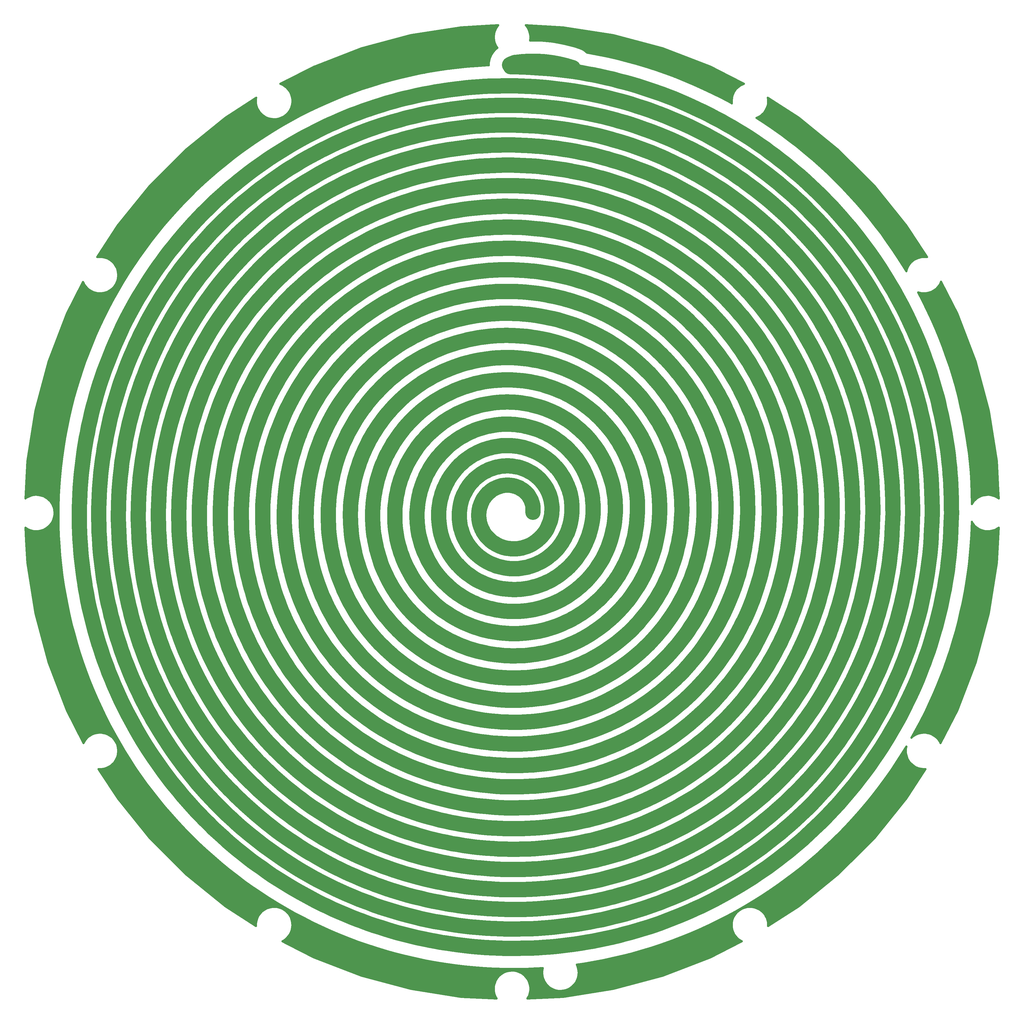
<source format=gbr>
G04 DipTrace 2.3.1.0*
%INTop_58742 rev 7 ONYX HB.gbr*%
%MOIN*%
%ADD15C,0.2*%
%ADD16C,0.025*%
%ADD17C,0.1535*%
%ADD30C,0.0*%
%ADD32C,0.189*%
%ADD33C,0.06*%
%FSLAX44Y44*%
G04*
G70*
G90*
G75*
G01*
%LNTop*%
%LPD*%
X64714Y120589D2*
D15*
X64895Y120669D1*
X65329Y120830D1*
G02X72496Y120186I2231J-15370D01*
G01*
D33*
X65589Y120651D3*
X69964Y120339D3*
X68214Y120464D3*
X69089D3*
X66464Y120589D3*
X67276D3*
X64714D3*
X66072Y68279D3*
X60744Y66295D3*
X61244Y67236D3*
X62067Y68023D3*
X63074Y68574D3*
X64229Y68861D3*
X65220Y68699D3*
X60248Y125339D2*
D16*
X63097D1*
X66830D2*
X69686D1*
X57623Y125090D2*
X62944D1*
X66982D2*
X72315D1*
X56053Y124841D2*
X62827D1*
X67100D2*
X73886D1*
X54482Y124593D2*
X62749D1*
X67178D2*
X75456D1*
X52912Y124344D2*
X62698D1*
X67229D2*
X77026D1*
X51779Y124095D2*
X62675D1*
X67252D2*
X78155D1*
X50854Y123846D2*
X62679D1*
X67248D2*
X79085D1*
X49924Y123598D2*
X62714D1*
X68592D2*
X80015D1*
X48998Y123349D2*
X62776D1*
X70740D2*
X80940D1*
X48068Y123100D2*
X62870D1*
X71920D2*
X81870D1*
X47143Y122852D2*
X62999D1*
X72830D2*
X82796D1*
X46240Y122603D2*
X62991D1*
X73568D2*
X83698D1*
X45592Y122354D2*
X62733D1*
X74018D2*
X84347D1*
X44943Y122106D2*
X62534D1*
X74357D2*
X84995D1*
X44295Y121857D2*
X62378D1*
X75693D2*
X85643D1*
X43647Y121608D2*
X62261D1*
X76881D2*
X86292D1*
X42998Y121360D2*
X62171D1*
X77963D2*
X86940D1*
X42354Y121111D2*
X62104D1*
X78959D2*
X87585D1*
X41705Y120862D2*
X62069D1*
X79881D2*
X88233D1*
X41057Y120614D2*
X62054D1*
X80748D2*
X88882D1*
X40408Y120365D2*
X59475D1*
X81572D2*
X89530D1*
X39916Y120116D2*
X57194D1*
X82354D2*
X90022D1*
X39428Y119867D2*
X55487D1*
X83100D2*
X90511D1*
X38940Y119619D2*
X54073D1*
X83815D2*
X90999D1*
X38451Y119370D2*
X52831D1*
X84498D2*
X91487D1*
X37963Y119121D2*
X51710D1*
X85158D2*
X91975D1*
X37475Y118873D2*
X50694D1*
X85791D2*
X92464D1*
X36986Y118624D2*
X49749D1*
X86408D2*
X92952D1*
X36498Y118375D2*
X48866D1*
X87002D2*
X93440D1*
X36486Y118127D2*
X48034D1*
X87584D2*
X93440D1*
X36873Y117878D2*
X47249D1*
X88139D2*
X93054D1*
X37139Y117629D2*
X46499D1*
X88686D2*
X92788D1*
X37334Y117381D2*
X45780D1*
X89221D2*
X92593D1*
X37482Y117132D2*
X45093D1*
X89736D2*
X92448D1*
X37588Y116883D2*
X44436D1*
X90236D2*
X92339D1*
X37662Y116635D2*
X43800D1*
X90732D2*
X92265D1*
X33057Y116386D2*
X33164D1*
X37709D2*
X43186D1*
X91213D2*
X92218D1*
X96764D2*
X96884D1*
X32674Y116137D2*
X33147D1*
X37725D2*
X42589D1*
X91682D2*
X92202D1*
X96779D2*
X97265D1*
X32291Y115888D2*
X33155D1*
X37717D2*
X42018D1*
X96772D2*
X97647D1*
X31908Y115640D2*
X33194D1*
X37678D2*
X41456D1*
X96732D2*
X98030D1*
X31525Y115391D2*
X33261D1*
X37611D2*
X40917D1*
X96666D2*
X98413D1*
X31143Y115142D2*
X33362D1*
X37510D2*
X40386D1*
X96565D2*
X98796D1*
X30760Y114894D2*
X33499D1*
X37373D2*
X39874D1*
X96428D2*
X99179D1*
X30377Y114645D2*
X33682D1*
X37190D2*
X39378D1*
X96244D2*
X99561D1*
X29994Y114396D2*
X33925D1*
X36947D2*
X38886D1*
X96002D2*
X99944D1*
X29611Y114148D2*
X34276D1*
X36596D2*
X38409D1*
X95654D2*
X100327D1*
X29268Y113899D2*
X34905D1*
X35967D2*
X37944D1*
X95506D2*
X100671D1*
X28963Y113650D2*
X37487D1*
X95893D2*
X100975D1*
X28654Y113402D2*
X37042D1*
X96272D2*
X101284D1*
X28346Y113153D2*
X36608D1*
X96647D2*
X101593D1*
X28041Y112904D2*
X36179D1*
X97014D2*
X101897D1*
X27732Y112656D2*
X35761D1*
X97373D2*
X102206D1*
X27428Y112407D2*
X35350D1*
X97729D2*
X102511D1*
X27119Y112158D2*
X34948D1*
X98080D2*
X102819D1*
X26811Y111909D2*
X34554D1*
X98424D2*
X103128D1*
X26506Y111661D2*
X34163D1*
X98760D2*
X103432D1*
X26197Y111412D2*
X33784D1*
X99096D2*
X103741D1*
X25889Y111163D2*
X33409D1*
X99424D2*
X104046D1*
X25584Y110915D2*
X33038D1*
X99748D2*
X104354D1*
X25275Y110666D2*
X32679D1*
X100068D2*
X104663D1*
X24971Y110417D2*
X32323D1*
X100385D2*
X104968D1*
X24662Y110169D2*
X31972D1*
X100693D2*
X105276D1*
X24385Y109920D2*
X31628D1*
X100998D2*
X105554D1*
X24135Y109671D2*
X31288D1*
X101303D2*
X105804D1*
X23889Y109423D2*
X30956D1*
X101600D2*
X106050D1*
X23639Y109174D2*
X30628D1*
X101897D2*
X106300D1*
X23389Y108925D2*
X30304D1*
X102186D2*
X106550D1*
X23143Y108677D2*
X29983D1*
X102471D2*
X106796D1*
X22893Y108428D2*
X29671D1*
X102752D2*
X107046D1*
X22643Y108179D2*
X29358D1*
X103033D2*
X107296D1*
X22397Y107930D2*
X29057D1*
X103303D2*
X107542D1*
X22147Y107682D2*
X28757D1*
X103576D2*
X107792D1*
X21897Y107433D2*
X28460D1*
X103846D2*
X108042D1*
X21650Y107184D2*
X28167D1*
X104107D2*
X108288D1*
X21400Y106936D2*
X27878D1*
X104369D2*
X108538D1*
X21150Y106687D2*
X27593D1*
X104627D2*
X108788D1*
X20904Y106438D2*
X27315D1*
X104885D2*
X109034D1*
X20654Y106190D2*
X27038D1*
X105135D2*
X109284D1*
X20404Y105941D2*
X26765D1*
X105385D2*
X109534D1*
X20158Y105692D2*
X26495D1*
X105631D2*
X109780D1*
X19932Y105444D2*
X26229D1*
X105873D2*
X110007D1*
X19732Y105195D2*
X25968D1*
X106111D2*
X110206D1*
X19529Y104946D2*
X25706D1*
X106350D2*
X110409D1*
X19330Y104698D2*
X25452D1*
X106584D2*
X110608D1*
X19127Y104449D2*
X25198D1*
X106815D2*
X110811D1*
X18928Y104200D2*
X24948D1*
X107041D2*
X111011D1*
X18725Y103951D2*
X24702D1*
X107272D2*
X111214D1*
X18522Y103703D2*
X24460D1*
X107490D2*
X111417D1*
X18322Y103454D2*
X24218D1*
X107713D2*
X111616D1*
X18119Y103205D2*
X23983D1*
X107932D2*
X111819D1*
X17920Y102957D2*
X23749D1*
X108147D2*
X112018D1*
X17717Y102708D2*
X23515D1*
X108361D2*
X112222D1*
X17518Y102459D2*
X23288D1*
X108572D2*
X112421D1*
X17315Y102211D2*
X23061D1*
X108779D2*
X112624D1*
X17115Y101962D2*
X22839D1*
X108986D2*
X112823D1*
X16912Y101713D2*
X22616D1*
X109190D2*
X113026D1*
X16709Y101465D2*
X22397D1*
X109393D2*
X113229D1*
X16510Y101216D2*
X22182D1*
X109588D2*
X113429D1*
X16307Y100967D2*
X21968D1*
X109787D2*
X113632D1*
X16107Y100719D2*
X21761D1*
X109982D2*
X113831D1*
X15936Y100470D2*
X21554D1*
X110174D2*
X114003D1*
X15772Y100221D2*
X21347D1*
X110365D2*
X114167D1*
X15611Y99972D2*
X21143D1*
X110553D2*
X114327D1*
X15451Y99724D2*
X20944D1*
X110736D2*
X114487D1*
X15287Y99475D2*
X20745D1*
X110924D2*
X114651D1*
X15127Y99226D2*
X20550D1*
X111104D2*
X114811D1*
X14963Y98978D2*
X20354D1*
X111283D2*
X114972D1*
X14803Y98729D2*
X20163D1*
X111463D2*
X115136D1*
X14643Y98480D2*
X19975D1*
X111639D2*
X115296D1*
X14479Y98232D2*
X19788D1*
X111811D2*
X115460D1*
X14318Y97983D2*
X19604D1*
X111986D2*
X115620D1*
X14158Y97734D2*
X19421D1*
X112154D2*
X115780D1*
X13994Y97486D2*
X19237D1*
X112322D2*
X115944D1*
X13834Y97237D2*
X19057D1*
X112486D2*
X116104D1*
X13674Y96988D2*
X18882D1*
X112654D2*
X116265D1*
X14119Y96740D2*
X18710D1*
X112818D2*
X115807D1*
X14908Y96491D2*
X18534D1*
X112975D2*
X115018D1*
X15283Y96242D2*
X18366D1*
X113135D2*
X114643D1*
X15541Y95993D2*
X18198D1*
X113295D2*
X114386D1*
X15732Y95745D2*
X18030D1*
X113447D2*
X114194D1*
X15877Y95496D2*
X17866D1*
X113604D2*
X114054D1*
X15979Y95247D2*
X17702D1*
X113756D2*
X113948D1*
X16053Y94999D2*
X17542D1*
X16096Y94750D2*
X17382D1*
X16111Y94501D2*
X17225D1*
X16096Y94253D2*
X17069D1*
X16057Y94004D2*
X16917D1*
X15986Y93755D2*
X16765D1*
X11670Y93507D2*
X11755D1*
X15885D2*
X16612D1*
X118170D2*
X118268D1*
X11541Y93258D2*
X11897D1*
X15744D2*
X16464D1*
X118033D2*
X118397D1*
X11416Y93009D2*
X12081D1*
X15557D2*
X16319D1*
X117846D2*
X118522D1*
X11287Y92761D2*
X12335D1*
X15307D2*
X16175D1*
X117592D2*
X118651D1*
X11162Y92512D2*
X12694D1*
X14947D2*
X16030D1*
X117232D2*
X118776D1*
X11033Y92263D2*
X13390D1*
X14252D2*
X15890D1*
X115447D2*
X115675D1*
X116537D2*
X118905D1*
X10908Y92014D2*
X15749D1*
X115576D2*
X119030D1*
X10779Y91766D2*
X15612D1*
X115705D2*
X119159D1*
X10654Y91517D2*
X15475D1*
X115834D2*
X119284D1*
X10529Y91268D2*
X15343D1*
X115959D2*
X119409D1*
X10400Y91020D2*
X15206D1*
X116084D2*
X119538D1*
X10275Y90771D2*
X15073D1*
X116209D2*
X119663D1*
X10147Y90522D2*
X14944D1*
X116330D2*
X119792D1*
X10022Y90274D2*
X14819D1*
X116451D2*
X119917D1*
X9893Y90025D2*
X14690D1*
X116568D2*
X120046D1*
X9768Y89776D2*
X14565D1*
X116686D2*
X120171D1*
X9662Y89528D2*
X14440D1*
X116799D2*
X120276D1*
X9565Y89279D2*
X14319D1*
X116916D2*
X120370D1*
X9471Y89030D2*
X14198D1*
X117029D2*
X120468D1*
X9377Y88782D2*
X14077D1*
X117139D2*
X120561D1*
X9279Y88533D2*
X13960D1*
X117248D2*
X120659D1*
X9186Y88284D2*
X13847D1*
X117357D2*
X120753D1*
X9088Y88035D2*
X13729D1*
X117467D2*
X120850D1*
X8994Y87787D2*
X13616D1*
X117572D2*
X120944D1*
X8897Y87538D2*
X13507D1*
X117674D2*
X121042D1*
X8803Y87289D2*
X13393D1*
X117779D2*
X121136D1*
X8709Y87041D2*
X13284D1*
X117881D2*
X121229D1*
X8611Y86792D2*
X13179D1*
X117979D2*
X121327D1*
X8518Y86543D2*
X13073D1*
X118080D2*
X121421D1*
X8420Y86295D2*
X12968D1*
X118178D2*
X121518D1*
X8326Y86046D2*
X12866D1*
X118272D2*
X121612D1*
X8229Y85797D2*
X12765D1*
X118369D2*
X121710D1*
X8135Y85549D2*
X12663D1*
X118463D2*
X121804D1*
X8037Y85300D2*
X12565D1*
X118553D2*
X121901D1*
X7943Y85051D2*
X12468D1*
X118647D2*
X121995D1*
X7850Y84803D2*
X12370D1*
X118736D2*
X122089D1*
X7752Y84554D2*
X12272D1*
X118822D2*
X122186D1*
X7658Y84305D2*
X12179D1*
X118912D2*
X122280D1*
X7561Y84056D2*
X12089D1*
X118998D2*
X122378D1*
X7467Y83808D2*
X11999D1*
X119080D2*
X122472D1*
X7397Y83559D2*
X11909D1*
X119166D2*
X122542D1*
X7330Y83310D2*
X11819D1*
X119248D2*
X122608D1*
X7264Y83062D2*
X11733D1*
X119326D2*
X122675D1*
X7197Y82813D2*
X11647D1*
X119408D2*
X122741D1*
X7131Y82564D2*
X11561D1*
X119486D2*
X122807D1*
X7065Y82316D2*
X11479D1*
X119565D2*
X122874D1*
X6998Y82067D2*
X11397D1*
X119639D2*
X122940D1*
X6932Y81818D2*
X11315D1*
X119713D2*
X123007D1*
X6865Y81570D2*
X11237D1*
X119787D2*
X123073D1*
X6799Y81321D2*
X11163D1*
X119857D2*
X123140D1*
X6729Y81072D2*
X11085D1*
X119932D2*
X123206D1*
X6662Y80824D2*
X11007D1*
X120002D2*
X123276D1*
X6596Y80575D2*
X10936D1*
X120068D2*
X123343D1*
X6529Y80326D2*
X10862D1*
X120135D2*
X123409D1*
X6463Y80077D2*
X10788D1*
X120201D2*
X123475D1*
X6397Y79829D2*
X10718D1*
X120268D2*
X123542D1*
X6330Y79580D2*
X10651D1*
X120330D2*
X123608D1*
X6264Y79331D2*
X10581D1*
X120393D2*
X123675D1*
X6197Y79083D2*
X10515D1*
X120455D2*
X123741D1*
X6131Y78834D2*
X10448D1*
X120514D2*
X123807D1*
X6065Y78585D2*
X10386D1*
X120576D2*
X123874D1*
X5998Y78337D2*
X10323D1*
X120631D2*
X123940D1*
X5932Y78088D2*
X10261D1*
X120690D2*
X124007D1*
X5865Y77839D2*
X10202D1*
X120744D2*
X124073D1*
X5807Y77591D2*
X10143D1*
X120799D2*
X124132D1*
X5768Y77342D2*
X10085D1*
X120850D2*
X124171D1*
X5729Y77093D2*
X10026D1*
X120904D2*
X124210D1*
X5690Y76845D2*
X9972D1*
X120955D2*
X124249D1*
X5647Y76596D2*
X9917D1*
X121006D2*
X124288D1*
X5607Y76347D2*
X9862D1*
X121053D2*
X124331D1*
X5568Y76098D2*
X9811D1*
X121100D2*
X124370D1*
X5529Y75850D2*
X9761D1*
X121147D2*
X124409D1*
X5490Y75601D2*
X9710D1*
X121193D2*
X124448D1*
X5451Y75352D2*
X9659D1*
X121236D2*
X124487D1*
X5412Y75104D2*
X9612D1*
X121283D2*
X124526D1*
X5373Y74855D2*
X9565D1*
X121322D2*
X124565D1*
X5334Y74606D2*
X9522D1*
X121365D2*
X124604D1*
X5295Y74358D2*
X9475D1*
X121404D2*
X124643D1*
X5256Y74109D2*
X9432D1*
X121443D2*
X124682D1*
X5217Y73860D2*
X9393D1*
X121482D2*
X124722D1*
X5174Y73612D2*
X9350D1*
X121518D2*
X124761D1*
X5135Y73363D2*
X9311D1*
X121557D2*
X124804D1*
X5096Y73114D2*
X9272D1*
X121588D2*
X124843D1*
X5057Y72866D2*
X9237D1*
X121623D2*
X124882D1*
X5018Y72617D2*
X9202D1*
X121654D2*
X124921D1*
X4979Y72368D2*
X9163D1*
X121686D2*
X124960D1*
X4940Y72119D2*
X9132D1*
X121717D2*
X124999D1*
X4900Y71871D2*
X9100D1*
X121744D2*
X125038D1*
X4861Y71622D2*
X9069D1*
X121772D2*
X125077D1*
X4826Y71373D2*
X9038D1*
X121799D2*
X125112D1*
X4811Y71125D2*
X9007D1*
X121822D2*
X125124D1*
X4799Y70876D2*
X8979D1*
X121846D2*
X125140D1*
X4787Y70627D2*
X8952D1*
X121869D2*
X125151D1*
X4772Y70379D2*
X8925D1*
X121889D2*
X125167D1*
X4760Y70130D2*
X8901D1*
X121908D2*
X125179D1*
X4748Y69881D2*
X8878D1*
X121928D2*
X125190D1*
X4732Y69633D2*
X8854D1*
X121943D2*
X125206D1*
X4721Y69384D2*
X8835D1*
X121959D2*
X125218D1*
X4709Y69135D2*
X8811D1*
X121975D2*
X125229D1*
X4693Y68887D2*
X8796D1*
X121986D2*
X125245D1*
X4682Y68638D2*
X8776D1*
X122002D2*
X125257D1*
X4670Y68389D2*
X8761D1*
X122010D2*
X125268D1*
X4654Y68140D2*
X8745D1*
X122022D2*
X125284D1*
X4643Y67892D2*
X8729D1*
X122029D2*
X125296D1*
X4631Y67643D2*
X8714D1*
X122041D2*
X125307D1*
X4615Y67394D2*
X8702D1*
X122049D2*
X125323D1*
X4604Y67146D2*
X5276D1*
X6541D2*
X8690D1*
X122053D2*
X123386D1*
X124650D2*
X125335D1*
X4592Y66897D2*
X4702D1*
X7111D2*
X8682D1*
X122061D2*
X122815D1*
X125225D2*
X125347D1*
X7447Y66648D2*
X8671D1*
X122068D2*
X122479D1*
X7686Y66400D2*
X8663D1*
X122072D2*
X122241D1*
X7861Y66151D2*
X8655D1*
X7994Y65902D2*
X8651D1*
X8092Y65654D2*
X8643D1*
X8154Y65405D2*
X8643D1*
X8190Y65156D2*
X8640D1*
X8197Y64908D2*
X8640D1*
X8178Y64659D2*
X8640D1*
X8131Y64410D2*
X8640D1*
X8053Y64161D2*
X8640D1*
X7940Y63913D2*
X8643D1*
X7787Y63664D2*
X8647D1*
X122053D2*
X122139D1*
X7588Y63415D2*
X8651D1*
X122045D2*
X122343D1*
X7311Y63167D2*
X8659D1*
X122033D2*
X122616D1*
X4611Y62918D2*
X4913D1*
X6904D2*
X8667D1*
X122025D2*
X123022D1*
X125018D2*
X125327D1*
X4623Y62669D2*
X8675D1*
X122014D2*
X125315D1*
X4635Y62421D2*
X8682D1*
X122002D2*
X125304D1*
X4650Y62172D2*
X8694D1*
X121990D2*
X125288D1*
X4662Y61923D2*
X8706D1*
X121975D2*
X125276D1*
X4674Y61675D2*
X8718D1*
X121963D2*
X125265D1*
X4690Y61426D2*
X8733D1*
X121947D2*
X125249D1*
X4701Y61177D2*
X8749D1*
X121932D2*
X125237D1*
X4713Y60929D2*
X8765D1*
X121916D2*
X125225D1*
X4729Y60680D2*
X8780D1*
X121897D2*
X125210D1*
X4740Y60431D2*
X8800D1*
X121877D2*
X125198D1*
X4752Y60182D2*
X8819D1*
X121857D2*
X125186D1*
X4768Y59934D2*
X8839D1*
X121834D2*
X125171D1*
X4779Y59685D2*
X8862D1*
X121811D2*
X125159D1*
X4791Y59436D2*
X8882D1*
X121787D2*
X125147D1*
X4807Y59188D2*
X8909D1*
X121760D2*
X125132D1*
X4818Y58939D2*
X8932D1*
X121732D2*
X125120D1*
X4838Y58690D2*
X8960D1*
X121705D2*
X125100D1*
X4877Y58442D2*
X8987D1*
X121678D2*
X125057D1*
X4920Y58193D2*
X9015D1*
X121643D2*
X125018D1*
X4959Y57944D2*
X9046D1*
X121611D2*
X124979D1*
X4998Y57696D2*
X9073D1*
X121580D2*
X124940D1*
X5037Y57447D2*
X9108D1*
X121545D2*
X124901D1*
X5076Y57198D2*
X9140D1*
X121506D2*
X124862D1*
X5115Y56950D2*
X9175D1*
X121471D2*
X124823D1*
X5154Y56701D2*
X9210D1*
X121432D2*
X124784D1*
X5193Y56452D2*
X9245D1*
X121393D2*
X124745D1*
X5232Y56203D2*
X9284D1*
X121350D2*
X124706D1*
X5272Y55955D2*
X9319D1*
X121311D2*
X124667D1*
X5311Y55706D2*
X9362D1*
X121268D2*
X124628D1*
X5350Y55457D2*
X9401D1*
X121221D2*
X124585D1*
X5393Y55209D2*
X9444D1*
X121178D2*
X124546D1*
X5432Y54960D2*
X9487D1*
X121131D2*
X124507D1*
X5471Y54711D2*
X9530D1*
X121084D2*
X124468D1*
X5510Y54463D2*
X9577D1*
X121037D2*
X124429D1*
X5549Y54214D2*
X9624D1*
X120986D2*
X124390D1*
X5588Y53965D2*
X9671D1*
X120936D2*
X124350D1*
X5627Y53717D2*
X9722D1*
X120885D2*
X124311D1*
X5666Y53468D2*
X9772D1*
X120830D2*
X124272D1*
X5705Y53219D2*
X9823D1*
X120775D2*
X124233D1*
X5744Y52970D2*
X9874D1*
X120721D2*
X124194D1*
X5783Y52722D2*
X9929D1*
X120666D2*
X124155D1*
X5830Y52473D2*
X9983D1*
X120607D2*
X124108D1*
X5897Y52224D2*
X10038D1*
X120549D2*
X124042D1*
X5963Y51976D2*
X10097D1*
X120490D2*
X123975D1*
X6029Y51727D2*
X10155D1*
X120432D2*
X123909D1*
X6096Y51478D2*
X10214D1*
X120369D2*
X123843D1*
X6162Y51230D2*
X10276D1*
X120307D2*
X123776D1*
X6229Y50981D2*
X10335D1*
X120240D2*
X123710D1*
X6295Y50732D2*
X10401D1*
X120174D2*
X123643D1*
X6361Y50484D2*
X10464D1*
X120107D2*
X123577D1*
X6428Y50235D2*
X10530D1*
X120041D2*
X123511D1*
X6494Y49986D2*
X10597D1*
X119975D2*
X123444D1*
X6561Y49738D2*
X10663D1*
X119904D2*
X123378D1*
X6627Y49489D2*
X10733D1*
X119830D2*
X123311D1*
X6693Y49240D2*
X10807D1*
X119756D2*
X123245D1*
X6760Y48991D2*
X10878D1*
X119686D2*
X123179D1*
X6826Y48743D2*
X10948D1*
X119611D2*
X123112D1*
X6893Y48494D2*
X11026D1*
X119533D2*
X123042D1*
X6963Y48245D2*
X11100D1*
X119455D2*
X122975D1*
X7029Y47997D2*
X11175D1*
X119377D2*
X122909D1*
X7096Y47748D2*
X11257D1*
X119295D2*
X122843D1*
X7162Y47499D2*
X11335D1*
X119213D2*
X122776D1*
X7229Y47251D2*
X11413D1*
X119131D2*
X122710D1*
X7295Y47002D2*
X11495D1*
X119049D2*
X122643D1*
X7361Y46753D2*
X11581D1*
X118959D2*
X122577D1*
X7428Y46505D2*
X11663D1*
X118873D2*
X122511D1*
X7510Y46256D2*
X11749D1*
X118787D2*
X122429D1*
X7607Y46007D2*
X11835D1*
X118697D2*
X122331D1*
X7701Y45759D2*
X11925D1*
X118607D2*
X122237D1*
X7795Y45510D2*
X12015D1*
X118518D2*
X122143D1*
X7893Y45261D2*
X12104D1*
X118424D2*
X122046D1*
X7986Y45012D2*
X12198D1*
X118330D2*
X121952D1*
X8084Y44764D2*
X12292D1*
X118232D2*
X121854D1*
X8178Y44515D2*
X12386D1*
X118135D2*
X121761D1*
X8275Y44266D2*
X12483D1*
X118037D2*
X121663D1*
X8369Y44018D2*
X12581D1*
X117936D2*
X121569D1*
X8467Y43769D2*
X12679D1*
X117834D2*
X121472D1*
X8561Y43520D2*
X12780D1*
X117732D2*
X121378D1*
X8654Y43272D2*
X12882D1*
X117631D2*
X121284D1*
X8752Y43023D2*
X12987D1*
X117525D2*
X121186D1*
X8846Y42774D2*
X13089D1*
X117416D2*
X121093D1*
X8943Y42526D2*
X13194D1*
X117311D2*
X120995D1*
X9037Y42277D2*
X13304D1*
X117201D2*
X120901D1*
X9135Y42028D2*
X13413D1*
X117088D2*
X120804D1*
X9229Y41780D2*
X13522D1*
X116979D2*
X120710D1*
X9322Y41531D2*
X13636D1*
X116861D2*
X120616D1*
X9420Y41282D2*
X13745D1*
X116748D2*
X120518D1*
X9514Y41033D2*
X13862D1*
X116631D2*
X120425D1*
X9611Y40785D2*
X13979D1*
X116514D2*
X120327D1*
X9705Y40536D2*
X14097D1*
X116393D2*
X120233D1*
X9826Y40287D2*
X14218D1*
X116275D2*
X120112D1*
X9951Y40039D2*
X14335D1*
X116150D2*
X119987D1*
X10080Y39790D2*
X14456D1*
X116025D2*
X119858D1*
X10205Y39541D2*
X14581D1*
X115900D2*
X119733D1*
X10334Y39293D2*
X14706D1*
X115772D2*
X119604D1*
X10459Y39044D2*
X14835D1*
X115647D2*
X119479D1*
X10588Y38795D2*
X14964D1*
X115518D2*
X119350D1*
X10713Y38547D2*
X15093D1*
X115381D2*
X119225D1*
X10838Y38298D2*
X15222D1*
X115248D2*
X119100D1*
X10967Y38049D2*
X15358D1*
X115115D2*
X118972D1*
X11092Y37801D2*
X15491D1*
X114979D2*
X118847D1*
X11221Y37552D2*
X12987D1*
X14654D2*
X15628D1*
X114838D2*
X115272D1*
X116940D2*
X118718D1*
X11346Y37303D2*
X12515D1*
X15127D2*
X15765D1*
X114701D2*
X114797D1*
X117412D2*
X118593D1*
X11475Y37054D2*
X12210D1*
X15432D2*
X15905D1*
X117717D2*
X118464D1*
X11600Y36806D2*
X11991D1*
X15650D2*
X16046D1*
X117936D2*
X118339D1*
X11725Y36557D2*
X11827D1*
X15815D2*
X16190D1*
X118100D2*
X118210D1*
X15936Y36308D2*
X16335D1*
X16022Y36060D2*
X16479D1*
X16080Y35811D2*
X16628D1*
X16107Y35562D2*
X16780D1*
X113674D2*
X113818D1*
X16107Y35314D2*
X16929D1*
X113522D2*
X113819D1*
X16080Y35065D2*
X17085D1*
X113369D2*
X113847D1*
X16025Y34816D2*
X17237D1*
X113209D2*
X113905D1*
X15936Y34568D2*
X17397D1*
X113053D2*
X113991D1*
X15815Y34319D2*
X17554D1*
X112893D2*
X114112D1*
X15650Y34070D2*
X17714D1*
X112729D2*
X114276D1*
X15436Y33822D2*
X17878D1*
X112565D2*
X114495D1*
X15135Y33573D2*
X18042D1*
X112400D2*
X114796D1*
X14662Y33324D2*
X18206D1*
X112232D2*
X115265D1*
X13748Y33075D2*
X18374D1*
X112061D2*
X116190D1*
X13908Y32827D2*
X18546D1*
X111889D2*
X116030D1*
X14072Y32578D2*
X18718D1*
X111717D2*
X115866D1*
X14232Y32329D2*
X18893D1*
X111541D2*
X115706D1*
X14393Y32081D2*
X19065D1*
X111361D2*
X115546D1*
X14557Y31832D2*
X19245D1*
X111186D2*
X115382D1*
X14717Y31583D2*
X19429D1*
X111002D2*
X115222D1*
X14877Y31335D2*
X19608D1*
X110818D2*
X115061D1*
X15041Y31086D2*
X19792D1*
X110631D2*
X114897D1*
X15201Y30837D2*
X19979D1*
X110443D2*
X114737D1*
X15361Y30589D2*
X20167D1*
X110252D2*
X114577D1*
X15525Y30340D2*
X20358D1*
X110061D2*
X114413D1*
X15686Y30091D2*
X20550D1*
X109865D2*
X114253D1*
X15846Y29843D2*
X20749D1*
X109670D2*
X114093D1*
X16010Y29594D2*
X20944D1*
X109471D2*
X113929D1*
X16201Y29345D2*
X21143D1*
X109268D2*
X113737D1*
X16400Y29096D2*
X21347D1*
X109065D2*
X113538D1*
X16604Y28848D2*
X21550D1*
X108857D2*
X113335D1*
X16803Y28599D2*
X21757D1*
X108650D2*
X113136D1*
X17006Y28350D2*
X21968D1*
X108440D2*
X112932D1*
X17205Y28102D2*
X22179D1*
X108229D2*
X112733D1*
X17408Y27853D2*
X22393D1*
X108010D2*
X112530D1*
X17607Y27604D2*
X22608D1*
X107791D2*
X112331D1*
X17811Y27356D2*
X22831D1*
X107572D2*
X112128D1*
X18014Y27107D2*
X23054D1*
X107350D2*
X111925D1*
X18213Y26858D2*
X23276D1*
X107119D2*
X111725D1*
X18416Y26610D2*
X23507D1*
X106893D2*
X111522D1*
X18615Y26361D2*
X23733D1*
X106662D2*
X111323D1*
X18818Y26112D2*
X23968D1*
X106428D2*
X111120D1*
X19018Y25864D2*
X24202D1*
X106190D2*
X110921D1*
X19221Y25615D2*
X24440D1*
X105947D2*
X110718D1*
X19420Y25366D2*
X24682D1*
X105709D2*
X110518D1*
X19623Y25117D2*
X24929D1*
X105459D2*
X110315D1*
X19826Y24869D2*
X25175D1*
X105209D2*
X110112D1*
X20025Y24620D2*
X25425D1*
X104959D2*
X109913D1*
X20272Y24371D2*
X25682D1*
X104705D2*
X109667D1*
X20522Y24123D2*
X25936D1*
X104443D2*
X109417D1*
X20768Y23874D2*
X26198D1*
X104182D2*
X109167D1*
X21018Y23625D2*
X26464D1*
X103916D2*
X108921D1*
X21268Y23377D2*
X26729D1*
X103647D2*
X108671D1*
X21514Y23128D2*
X27003D1*
X103377D2*
X108421D1*
X21764Y22879D2*
X27276D1*
X103100D2*
X108175D1*
X22014Y22631D2*
X27554D1*
X102822D2*
X107925D1*
X22260Y22382D2*
X27835D1*
X102537D2*
X107675D1*
X22510Y22133D2*
X28120D1*
X102252D2*
X107429D1*
X22760Y21885D2*
X28409D1*
X101959D2*
X107179D1*
X23006Y21636D2*
X28706D1*
X101666D2*
X106932D1*
X23256Y21387D2*
X29003D1*
X101365D2*
X106682D1*
X23506Y21138D2*
X29304D1*
X101065D2*
X106432D1*
X23752Y20890D2*
X29608D1*
X100756D2*
X106186D1*
X24002Y20641D2*
X29921D1*
X100443D2*
X105936D1*
X24252Y20392D2*
X30237D1*
X100127D2*
X105686D1*
X24498Y20144D2*
X30554D1*
X99803D2*
X105440D1*
X24803Y19895D2*
X30882D1*
X99479D2*
X105136D1*
X25111Y19646D2*
X31210D1*
X99147D2*
X104827D1*
X25416Y19398D2*
X31546D1*
X98815D2*
X104518D1*
X25725Y19149D2*
X31882D1*
X98471D2*
X104214D1*
X26033Y18900D2*
X32229D1*
X98127D2*
X103905D1*
X26338Y18652D2*
X32581D1*
X97772D2*
X103600D1*
X26647Y18403D2*
X32936D1*
X97416D2*
X103292D1*
X26955Y18154D2*
X33300D1*
X97053D2*
X102983D1*
X27260Y17906D2*
X33667D1*
X96678D2*
X102679D1*
X27568Y17657D2*
X34046D1*
X96303D2*
X102370D1*
X27873Y17408D2*
X34425D1*
X95920D2*
X102065D1*
X28182Y17159D2*
X34815D1*
X95533D2*
X101757D1*
X28490Y16911D2*
X35210D1*
X95131D2*
X101448D1*
X28795Y16662D2*
X35616D1*
X94732D2*
X101143D1*
X29104Y16413D2*
X36022D1*
X94315D2*
X100835D1*
X29412Y16165D2*
X36440D1*
X93897D2*
X100526D1*
X29787Y15916D2*
X34554D1*
X36318D2*
X36870D1*
X93467D2*
X93608D1*
X95377D2*
X100151D1*
X30170Y15667D2*
X34100D1*
X36772D2*
X37307D1*
X93033D2*
X93153D1*
X95826D2*
X99768D1*
X30553Y15419D2*
X33807D1*
X37065D2*
X37753D1*
X92584D2*
X92862D1*
X96119D2*
X99386D1*
X30936Y15170D2*
X33593D1*
X37279D2*
X38206D1*
X92127D2*
X92647D1*
X96334D2*
X99003D1*
X31318Y14921D2*
X33432D1*
X37440D2*
X38671D1*
X91662D2*
X92487D1*
X96494D2*
X98620D1*
X31701Y14673D2*
X33311D1*
X37561D2*
X39151D1*
X91186D2*
X92366D1*
X96615D2*
X98237D1*
X32084Y14424D2*
X33229D1*
X37643D2*
X39636D1*
X90693D2*
X92284D1*
X96697D2*
X97854D1*
X32467Y14175D2*
X33175D1*
X37697D2*
X40136D1*
X90193D2*
X92229D1*
X96752D2*
X97472D1*
X32850Y13927D2*
X33147D1*
X37725D2*
X40647D1*
X89682D2*
X92202D1*
X96779D2*
X97089D1*
X37721Y13678D2*
X41175D1*
X89154D2*
X92206D1*
X37693Y13429D2*
X41714D1*
X88615D2*
X92237D1*
X37635Y13180D2*
X42268D1*
X88057D2*
X92292D1*
X37545Y12932D2*
X42843D1*
X87486D2*
X92382D1*
X37420Y12683D2*
X43432D1*
X86893D2*
X92507D1*
X37252Y12434D2*
X44038D1*
X86279D2*
X92675D1*
X37029Y12186D2*
X44671D1*
X85650D2*
X92897D1*
X36721Y11937D2*
X45323D1*
X84998D2*
X93210D1*
X36725Y11688D2*
X46007D1*
X84315D2*
X93214D1*
X37213Y11440D2*
X46714D1*
X83607D2*
X92725D1*
X37701Y11191D2*
X47456D1*
X82865D2*
X92237D1*
X38190Y10942D2*
X48229D1*
X82088D2*
X91749D1*
X38678Y10694D2*
X49050D1*
X81268D2*
X91261D1*
X39162Y10445D2*
X49909D1*
X80400D2*
X90772D1*
X39650Y10196D2*
X50831D1*
X79482D2*
X90288D1*
X40139Y9948D2*
X51823D1*
X78482D2*
X89800D1*
X40705Y9699D2*
X52901D1*
X77408D2*
X89229D1*
X41354Y9450D2*
X54085D1*
X76225D2*
X88585D1*
X42002Y9201D2*
X55425D1*
X74885D2*
X87936D1*
X42650Y8953D2*
X56983D1*
X73326D2*
X87288D1*
X43299Y8704D2*
X58932D1*
X73107D2*
X86640D1*
X43947Y8455D2*
X61925D1*
X68389D2*
X68741D1*
X73186D2*
X85991D1*
X44596Y8207D2*
X68694D1*
X73232D2*
X85343D1*
X45240Y7958D2*
X63975D1*
X65951D2*
X68675D1*
X73252D2*
X84694D1*
X45889Y7709D2*
X63565D1*
X66361D2*
X68682D1*
X73244D2*
X84050D1*
X46643Y7461D2*
X63288D1*
X66639D2*
X68718D1*
X73209D2*
X83296D1*
X47568Y7212D2*
X63085D1*
X66842D2*
X68784D1*
X73143D2*
X82370D1*
X48498Y6963D2*
X62932D1*
X66994D2*
X68882D1*
X73045D2*
X81440D1*
X49424Y6715D2*
X62823D1*
X67104D2*
X69015D1*
X72912D2*
X80515D1*
X50354Y6466D2*
X62745D1*
X67186D2*
X69194D1*
X72736D2*
X79585D1*
X51283Y6217D2*
X62694D1*
X67232D2*
X69432D1*
X72494D2*
X78655D1*
X52209Y5969D2*
X62675D1*
X67252D2*
X69768D1*
X72158D2*
X77729D1*
X53639Y5720D2*
X62682D1*
X67244D2*
X70354D1*
X71572D2*
X76300D1*
X55205Y5471D2*
X62718D1*
X67209D2*
X74729D1*
X56775Y5222D2*
X62780D1*
X67147D2*
X73159D1*
X58346Y4974D2*
X62874D1*
X67053D2*
X71589D1*
X62440Y4725D2*
X63007D1*
X66920D2*
X67495D1*
X8170Y64839D2*
X8143Y64590D1*
X8088Y64347D1*
X8007Y64110D1*
X7900Y63884D1*
X7769Y63672D1*
X7615Y63474D1*
X7441Y63296D1*
X7248Y63137D1*
X7038Y63001D1*
X6815Y62888D1*
X6581Y62801D1*
X6339Y62740D1*
X6091Y62706D1*
X5841Y62700D1*
X5592Y62721D1*
X5347Y62769D1*
X5109Y62844D1*
X4880Y62945D1*
X4664Y63071D1*
X4571Y63136D1*
X4654Y61601D1*
X4803Y58762D1*
X5794Y52507D1*
X7433Y46391D1*
X9703Y40479D1*
X11777Y36412D1*
X11897Y36631D1*
X12040Y36836D1*
X12205Y37024D1*
X12390Y37192D1*
X12592Y37339D1*
X12809Y37463D1*
X13038Y37562D1*
X13277Y37635D1*
X13523Y37681D1*
X13772Y37701D1*
X14022Y37692D1*
X14269Y37656D1*
X14511Y37593D1*
X14744Y37504D1*
X14966Y37390D1*
X15175Y37252D1*
X15366Y37092D1*
X15539Y36911D1*
X15691Y36713D1*
X15820Y36499D1*
X15925Y36272D1*
X16005Y36035D1*
X16057Y35791D1*
X16083Y35542D1*
X16082Y35311D1*
X16054Y35063D1*
X16000Y34819D1*
X15918Y34583D1*
X15812Y34357D1*
X15681Y34144D1*
X15527Y33947D1*
X15353Y33768D1*
X15160Y33609D1*
X14950Y33473D1*
X14727Y33360D1*
X14493Y33273D1*
X14251Y33212D1*
X14003Y33178D1*
X13753Y33172D1*
X13656Y33178D1*
X16027Y29526D1*
X20013Y24605D1*
X24491Y20128D1*
X29412Y16143D1*
X33174Y13705D1*
X33175Y13955D1*
X33204Y14203D1*
X33259Y14446D1*
X33341Y14682D1*
X33449Y14908D1*
X33581Y15120D1*
X33736Y15317D1*
X33911Y15495D1*
X34104Y15653D1*
X34314Y15788D1*
X34538Y15900D1*
X34772Y15986D1*
X35015Y16046D1*
X35263Y16079D1*
X35512Y16084D1*
X35761Y16062D1*
X36006Y16012D1*
X36244Y15936D1*
X36472Y15834D1*
X36688Y15708D1*
X36888Y15559D1*
X37071Y15388D1*
X37234Y15198D1*
X37374Y14992D1*
X37492Y14771D1*
X37584Y14539D1*
X37650Y14298D1*
X37689Y14051D1*
X37701Y13820D1*
X37687Y13571D1*
X37646Y13324D1*
X37578Y13084D1*
X37484Y12853D1*
X37365Y12633D1*
X37222Y12428D1*
X37058Y12239D1*
X36874Y12070D1*
X36672Y11923D1*
X36466Y11804D1*
X37053Y11508D1*
X40366Y9820D1*
X46278Y7551D1*
X52394Y5912D1*
X58649Y4922D1*
X63051Y4692D1*
X62912Y4949D1*
X62819Y5181D1*
X62752Y5422D1*
X62711Y5668D1*
X62699Y5918D1*
X62713Y6167D1*
X62756Y6414D1*
X62825Y6654D1*
X62920Y6885D1*
X63040Y7104D1*
X63183Y7309D1*
X63348Y7496D1*
X63533Y7664D1*
X63735Y7811D1*
X63952Y7935D1*
X64181Y8034D1*
X64420Y8107D1*
X64666Y8154D1*
X64915Y8173D1*
X65165Y8165D1*
X65412Y8129D1*
X65654Y8066D1*
X65887Y7977D1*
X66110Y7862D1*
X66318Y7724D1*
X66510Y7564D1*
X66682Y7384D1*
X66834Y7185D1*
X66964Y6971D1*
X67069Y6745D1*
X67148Y6508D1*
X67201Y6263D1*
X67226Y6015D1*
X67225Y5784D1*
X67198Y5535D1*
X67143Y5291D1*
X67062Y5055D1*
X66955Y4829D1*
X66873Y4692D1*
X71297Y4923D1*
X77551Y5914D1*
X83668Y7553D1*
X89579Y9823D1*
X93463Y11802D1*
X93247Y11928D1*
X93046Y12076D1*
X92863Y12246D1*
X92699Y12435D1*
X92558Y12641D1*
X92439Y12861D1*
X92346Y13093D1*
X92279Y13334D1*
X92239Y13580D1*
X92226Y13830D1*
X92241Y14079D1*
X92283Y14325D1*
X92352Y14566D1*
X92447Y14797D1*
X92567Y15016D1*
X92711Y15220D1*
X92876Y15408D1*
X93060Y15576D1*
X93263Y15723D1*
X93480Y15847D1*
X93709Y15946D1*
X93948Y16019D1*
X94193Y16066D1*
X94443Y16085D1*
X94692Y16076D1*
X94940Y16041D1*
X95181Y15978D1*
X95415Y15888D1*
X95637Y15774D1*
X95845Y15636D1*
X96037Y15476D1*
X96210Y15295D1*
X96362Y15097D1*
X96491Y14883D1*
X96596Y14657D1*
X96675Y14420D1*
X96728Y14175D1*
X96754Y13927D1*
X96752Y13692D1*
X100532Y16147D1*
X105453Y20133D1*
X109930Y24611D1*
X113915Y29532D1*
X116282Y33177D1*
X116040Y33172D1*
X115791Y33193D1*
X115546Y33242D1*
X115307Y33317D1*
X115079Y33418D1*
X114863Y33543D1*
X114662Y33692D1*
X114478Y33862D1*
X114315Y34051D1*
X114173Y34256D1*
X114055Y34477D1*
X113962Y34708D1*
X113895Y34949D1*
X113855Y35196D1*
X113842Y35445D1*
X113857Y35695D1*
X113899Y35941D1*
X113912Y35990D1*
X113223Y34877D1*
X112617Y33938D1*
X111997Y33016D1*
X111143Y31809D1*
X110381Y30789D1*
X109695Y29907D1*
X108998Y29043D1*
X108043Y27917D1*
X107196Y26967D1*
X106436Y26148D1*
X105666Y25349D1*
X104618Y24312D1*
X103691Y23440D1*
X102863Y22690D1*
X102027Y21961D1*
X100894Y21020D1*
X99895Y20232D1*
X99004Y19558D1*
X98108Y18905D1*
X96899Y18068D1*
X95836Y17370D1*
X94890Y16776D1*
X93941Y16204D1*
X92665Y15476D1*
X91545Y14874D1*
X90552Y14364D1*
X89557Y13878D1*
X88191Y13250D1*
X87019Y12746D1*
X85906Y12295D1*
X84871Y11900D1*
X83581Y11439D1*
X82284Y11013D1*
X81139Y10662D1*
X79910Y10318D1*
X78828Y10037D1*
X77499Y9725D1*
X76329Y9475D1*
X75075Y9240D1*
X73974Y9054D1*
X72998Y8910D1*
X73112Y8627D1*
X73178Y8386D1*
X73217Y8140D1*
X73229Y7909D1*
X73215Y7659D1*
X73174Y7413D1*
X73106Y7172D1*
X73011Y6941D1*
X72892Y6721D1*
X72750Y6516D1*
X72586Y6327D1*
X72402Y6158D1*
X72200Y6011D1*
X71983Y5886D1*
X71754Y5786D1*
X71516Y5712D1*
X71271Y5664D1*
X71021Y5644D1*
X70772Y5652D1*
X70524Y5687D1*
X70282Y5748D1*
X70048Y5837D1*
X69826Y5950D1*
X69617Y6087D1*
X69425Y6247D1*
X69251Y6426D1*
X69098Y6624D1*
X68968Y6837D1*
X68862Y7064D1*
X68782Y7300D1*
X68728Y7544D1*
X68702Y7793D1*
X68703Y8043D1*
X68731Y8291D1*
X68772Y8478D1*
X67942Y8433D1*
X66703Y8386D1*
X65598Y8365D1*
X64111Y8373D1*
X62746Y8416D1*
X61553Y8478D1*
X60281Y8574D1*
X59176Y8679D1*
X57821Y8841D1*
X56638Y9006D1*
X55380Y9213D1*
X54290Y9414D1*
X52954Y9693D1*
X51791Y9961D1*
X50556Y10277D1*
X49489Y10571D1*
X48183Y10965D1*
X47048Y11333D1*
X45845Y11755D1*
X44810Y12141D1*
X43544Y12647D1*
X42445Y13113D1*
X41284Y13638D1*
X40289Y14111D1*
X39071Y14726D1*
X38018Y15285D1*
X36908Y15910D1*
X35958Y16467D1*
X34799Y17185D1*
X33799Y17834D1*
X32748Y18552D1*
X31852Y19189D1*
X30760Y20006D1*
X29821Y20738D1*
X28836Y21546D1*
X28001Y22257D1*
X26985Y23165D1*
X26114Y23977D1*
X25203Y24867D1*
X24434Y25647D1*
X23501Y26640D1*
X22704Y27524D1*
X21875Y28490D1*
X21178Y29333D1*
X20335Y30403D1*
X19619Y31353D1*
X18877Y32387D1*
X18258Y33286D1*
X17511Y34425D1*
X16881Y35434D1*
X16232Y36529D1*
X15694Y37476D1*
X15050Y38676D1*
X14510Y39735D1*
X13959Y40882D1*
X13506Y41870D1*
X12970Y43122D1*
X12524Y44224D1*
X12075Y45414D1*
X11711Y46436D1*
X11286Y47730D1*
X10938Y48866D1*
X10594Y50091D1*
X10321Y51139D1*
X10010Y52464D1*
X9763Y53625D1*
X9528Y54875D1*
X9347Y55942D1*
X9153Y57289D1*
X9007Y58467D1*
X8882Y59732D1*
X8796Y60808D1*
X8719Y62167D1*
X8677Y63352D1*
X8663Y64624D1*
X8670Y65701D1*
X8713Y67061D1*
X8774Y68245D1*
X8870Y69513D1*
X8972Y70584D1*
X9132Y71934D1*
X9297Y73108D1*
X9503Y74362D1*
X9697Y75418D1*
X9975Y76750D1*
X10240Y77905D1*
X10555Y79136D1*
X10840Y80169D1*
X11233Y81471D1*
X11598Y82597D1*
X12019Y83796D1*
X12392Y84799D1*
X12896Y86061D1*
X13358Y87151D1*
X13882Y88309D1*
X14340Y89273D1*
X14952Y90487D1*
X15507Y91532D1*
X16130Y92639D1*
X16669Y93559D1*
X17385Y94714D1*
X18028Y95706D1*
X18745Y96755D1*
X19361Y97622D1*
X20175Y98711D1*
X20902Y99643D1*
X21707Y100624D1*
X22395Y101433D1*
X23301Y102446D1*
X24106Y103311D1*
X24993Y104219D1*
X25748Y104964D1*
X26738Y105894D1*
X27615Y106685D1*
X28578Y107512D1*
X29393Y108186D1*
X30461Y109027D1*
X31403Y109738D1*
X32434Y110477D1*
X33303Y111077D1*
X34440Y111821D1*
X35440Y112448D1*
X36531Y113094D1*
X37448Y113615D1*
X38645Y114257D1*
X39695Y114794D1*
X40839Y115343D1*
X41796Y115781D1*
X43043Y116316D1*
X44136Y116759D1*
X45323Y117206D1*
X46312Y117559D1*
X47602Y117983D1*
X48729Y118329D1*
X49950Y118671D1*
X50964Y118935D1*
X52285Y119246D1*
X53438Y119492D1*
X54684Y119726D1*
X55716Y119901D1*
X57058Y120095D1*
X58227Y120239D1*
X59489Y120364D1*
X60530Y120448D1*
X61884Y120524D1*
X62076Y120533D1*
X62091Y120847D1*
X62128Y121094D1*
X62187Y121337D1*
X62269Y121573D1*
X62374Y121800D1*
X62499Y122016D1*
X62644Y122220D1*
X62808Y122409D1*
X62989Y122581D1*
X63126Y122691D1*
X62968Y122948D1*
X62862Y123174D1*
X62782Y123411D1*
X62728Y123655D1*
X62702Y123903D1*
X62703Y124153D1*
X62731Y124401D1*
X62787Y124645D1*
X62869Y124881D1*
X62977Y125106D1*
X63109Y125318D1*
X63251Y125500D1*
X62479Y125457D1*
X58642Y125256D1*
X52387Y124265D1*
X46271Y122625D1*
X40359Y120356D1*
X36202Y118237D1*
X36360Y118175D1*
X36582Y118061D1*
X36790Y117922D1*
X36982Y117762D1*
X37155Y117582D1*
X37307Y117384D1*
X37436Y117170D1*
X37541Y116943D1*
X37620Y116706D1*
X37673Y116462D1*
X37699Y116213D1*
X37698Y115982D1*
X37670Y115734D1*
X37615Y115490D1*
X37534Y115253D1*
X37427Y115028D1*
X37296Y114815D1*
X37143Y114618D1*
X36968Y114439D1*
X36775Y114280D1*
X36566Y114144D1*
X36343Y114031D1*
X36109Y113944D1*
X35866Y113883D1*
X35619Y113849D1*
X35369Y113843D1*
X35120Y113864D1*
X34875Y113912D1*
X34637Y113988D1*
X34408Y114089D1*
X34192Y114214D1*
X33991Y114363D1*
X33808Y114533D1*
X33644Y114721D1*
X33502Y114927D1*
X33384Y115147D1*
X33291Y115379D1*
X33224Y115620D1*
X33184Y115867D1*
X33171Y116116D1*
X33186Y116366D1*
X33206Y116501D1*
X30532Y114762D1*
X29406Y114031D1*
X24485Y110046D1*
X20008Y105568D1*
X16023Y100646D1*
X13482Y96733D1*
X13772Y96756D1*
X14022Y96747D1*
X14269Y96711D1*
X14511Y96648D1*
X14744Y96559D1*
X14966Y96445D1*
X15175Y96307D1*
X15366Y96147D1*
X15539Y95966D1*
X15691Y95768D1*
X15820Y95554D1*
X15925Y95327D1*
X16005Y95090D1*
X16057Y94846D1*
X16083Y94598D1*
X16082Y94366D1*
X16054Y94118D1*
X16000Y93874D1*
X15918Y93638D1*
X15812Y93412D1*
X15681Y93199D1*
X15527Y93002D1*
X15353Y92823D1*
X15160Y92664D1*
X14950Y92528D1*
X14727Y92416D1*
X14493Y92328D1*
X14251Y92267D1*
X14003Y92234D1*
X13753Y92227D1*
X13504Y92248D1*
X13259Y92297D1*
X13021Y92372D1*
X12792Y92473D1*
X12576Y92598D1*
X12375Y92747D1*
X12192Y92917D1*
X12028Y93106D1*
X11887Y93312D1*
X11769Y93532D1*
X11717Y93650D1*
X9700Y89693D1*
X7431Y83781D1*
X5792Y77664D1*
X4802Y71409D1*
X4560Y66781D1*
X4680Y66866D1*
X4897Y66990D1*
X5126Y67089D1*
X5365Y67163D1*
X5611Y67209D1*
X5860Y67228D1*
X6110Y67220D1*
X6357Y67184D1*
X6599Y67121D1*
X6832Y67032D1*
X7054Y66917D1*
X7263Y66779D1*
X7454Y66619D1*
X7627Y66439D1*
X7779Y66240D1*
X7909Y66027D1*
X8014Y65800D1*
X8093Y65563D1*
X8146Y65319D1*
X8171Y65070D1*
X8170Y64839D1*
X125367Y63144D2*
X125149Y63001D1*
X124925Y62888D1*
X124691Y62801D1*
X124449Y62740D1*
X124201Y62706D1*
X123952Y62700D1*
X123703Y62721D1*
X123458Y62769D1*
X123219Y62844D1*
X122991Y62945D1*
X122775Y63071D1*
X122574Y63219D1*
X122390Y63389D1*
X122227Y63578D1*
X122085Y63784D1*
X122036Y63860D1*
X121967Y62226D1*
X121887Y60869D1*
X121790Y59723D1*
X121670Y58603D1*
X121546Y57634D1*
X121342Y56298D1*
X121133Y55097D1*
X120866Y53747D1*
X120621Y52632D1*
X120328Y51418D1*
X120026Y50264D1*
X119685Y49079D1*
X119333Y47938D1*
X118941Y46766D1*
X118565Y45712D1*
X118207Y44763D1*
X117744Y43608D1*
X117275Y42500D1*
X116748Y41336D1*
X116259Y40308D1*
X115642Y39088D1*
X115079Y38027D1*
X114548Y37079D1*
X114676Y37192D1*
X114878Y37339D1*
X115095Y37463D1*
X115325Y37562D1*
X115564Y37635D1*
X115809Y37681D1*
X116058Y37701D1*
X116308Y37692D1*
X116555Y37656D1*
X116797Y37593D1*
X117031Y37504D1*
X117253Y37390D1*
X117461Y37252D1*
X117653Y37092D1*
X117826Y36911D1*
X117978Y36713D1*
X118107Y36499D1*
X118157Y36398D1*
X120238Y40486D1*
X122507Y46398D1*
X124146Y52514D1*
X125136Y58769D1*
X125365Y63140D1*
X122054Y66088D2*
X122164Y66263D1*
X122318Y66460D1*
X122493Y66638D1*
X122687Y66796D1*
X122897Y66931D1*
X123121Y67043D1*
X123355Y67129D1*
X123598Y67189D1*
X123845Y67222D1*
X124095Y67227D1*
X124344Y67205D1*
X124589Y67156D1*
X124827Y67080D1*
X125055Y66978D1*
X125271Y66851D1*
X125376Y66777D1*
X125324Y67829D1*
X125136Y71417D1*
X124145Y77671D1*
X122505Y83788D1*
X120236Y89699D1*
X118216Y93661D1*
X118098Y93412D1*
X117967Y93199D1*
X117814Y93002D1*
X117639Y92823D1*
X117446Y92664D1*
X117237Y92528D1*
X117014Y92416D1*
X116779Y92328D1*
X116537Y92267D1*
X116290Y92234D1*
X116040Y92227D1*
X115791Y92248D1*
X115546Y92297D1*
X115377Y92348D1*
X115956Y91226D1*
X116487Y90144D1*
X117074Y88873D1*
X117535Y87813D1*
X118008Y86660D1*
X118444Y85533D1*
X118919Y84212D1*
X119293Y83093D1*
X119662Y81906D1*
X119995Y80758D1*
X120361Y79365D1*
X120655Y78123D1*
X120894Y77019D1*
X121117Y75887D1*
X121349Y74545D1*
X121519Y73436D1*
X121660Y72389D1*
X121802Y71084D1*
X121894Y70016D1*
X121970Y68756D1*
X122020Y67495D1*
X122055Y66096D1*
X96753Y115982D2*
X96725Y115734D1*
X96670Y115490D1*
X96589Y115253D1*
X96482Y115028D1*
X96351Y114815D1*
X96198Y114618D1*
X96023Y114439D1*
X95830Y114280D1*
X95621Y114144D1*
X95398Y114031D1*
X95322Y114000D1*
X96233Y113411D1*
X97162Y112786D1*
X98393Y111914D1*
X99420Y111147D1*
X100306Y110459D1*
X101177Y109756D1*
X102326Y108782D1*
X103282Y107928D1*
X104104Y107165D1*
X104910Y106389D1*
X105968Y105320D1*
X106846Y104387D1*
X107599Y103555D1*
X108333Y102713D1*
X109293Y101556D1*
X110086Y100551D1*
X110763Y99657D1*
X111421Y98754D1*
X112278Y97517D1*
X112978Y96449D1*
X113574Y95500D1*
X113894Y94972D1*
X113968Y95236D1*
X114063Y95467D1*
X114183Y95687D1*
X114326Y95891D1*
X114491Y96079D1*
X114676Y96247D1*
X114878Y96394D1*
X115095Y96518D1*
X115325Y96617D1*
X115564Y96690D1*
X115809Y96737D1*
X116058Y96756D1*
X116308Y96747D1*
X116459Y96728D1*
X113911Y100652D1*
X109926Y105573D1*
X105448Y110050D1*
X100526Y114035D1*
X96718Y116508D1*
X96744Y116338D1*
X96756Y116107D1*
X96753Y115982D1*
X92246Y115816D2*
X92229Y115991D1*
X92230Y116241D1*
X92259Y116489D1*
X92314Y116733D1*
X92397Y116969D1*
X92504Y117194D1*
X92636Y117407D1*
X92791Y117603D1*
X92966Y117781D1*
X93160Y117939D1*
X93369Y118075D1*
X93593Y118186D1*
X93728Y118239D1*
X92105Y119068D1*
X89573Y120358D1*
X83661Y122627D1*
X77544Y124266D1*
X71289Y125256D1*
X66682Y125494D1*
X66834Y125296D1*
X66964Y125082D1*
X67069Y124855D1*
X67148Y124618D1*
X67201Y124374D1*
X67226Y124125D1*
X67225Y123894D1*
X67192Y123619D1*
X67227Y123623D1*
X67918Y123622D1*
X68614Y123596D1*
X69331Y123539D1*
X70022Y123458D1*
X70733Y123346D1*
X71416Y123212D1*
X72116Y123045D1*
X72786Y122858D1*
X73431Y122649D1*
X73661Y122549D1*
X73879Y122428D1*
X74085Y122287D1*
X74291Y122114D1*
X75517Y121888D1*
X76861Y121607D1*
X78041Y121335D1*
X79285Y121017D1*
X80418Y120704D1*
X81732Y120307D1*
X82884Y119933D1*
X84094Y119508D1*
X85194Y119099D1*
X86469Y118588D1*
X87583Y118116D1*
X88752Y117587D1*
X89810Y117084D1*
X91035Y116465D1*
X92103Y115897D1*
X92247Y115818D1*
X65769Y120380D2*
D17*
X64923Y120407D1*
X64966Y120468D2*
D15*
X72113Y120005D1*
X71885Y119410D2*
D30*
X71064Y119513D1*
X70211Y119605D1*
X69748Y119647D1*
X68925Y119711D1*
X68020Y119767D1*
X66987Y119815D1*
X65717Y119861D1*
X64964Y119885D1*
X86031Y65071D2*
D32*
X86028Y65465D1*
X86021Y66056D1*
X86006Y66567D1*
X85988Y66927D1*
X85954Y67386D1*
X85907Y67860D1*
X85846Y68351D1*
X85783Y68776D1*
X85693Y69306D1*
X85592Y69827D1*
X85480Y70339D1*
X85417Y70603D1*
X85288Y71101D1*
X85147Y71597D1*
X84993Y72091D1*
X84892Y72395D1*
X84718Y72885D1*
X84533Y73371D1*
X84335Y73852D1*
X84212Y74137D1*
X83997Y74609D1*
X83770Y75077D1*
X83531Y75539D1*
X83381Y75816D1*
X83125Y76268D1*
X82857Y76715D1*
X82579Y77155D1*
X82405Y77419D1*
X82110Y77848D1*
X81805Y78270D1*
X81489Y78684D1*
X81291Y78933D1*
X80960Y79335D1*
X80618Y79729D1*
X80267Y80115D1*
X80047Y80348D1*
X79682Y80719D1*
X79307Y81082D1*
X78923Y81436D1*
X78682Y81650D1*
X78285Y81989D1*
X77880Y82318D1*
X77467Y82638D1*
X77206Y82831D1*
X76781Y83134D1*
X76348Y83427D1*
X75908Y83710D1*
X75630Y83880D1*
X75180Y84145D1*
X74722Y84400D1*
X74259Y84643D1*
X73966Y84790D1*
X73493Y85015D1*
X73015Y85229D1*
X72532Y85431D1*
X72225Y85552D1*
X71735Y85735D1*
X71239Y85907D1*
X70740Y86066D1*
X70422Y86161D1*
X69917Y86301D1*
X69408Y86428D1*
X68896Y86544D1*
X68569Y86611D1*
X68053Y86706D1*
X67534Y86789D1*
X67014Y86860D1*
X66680Y86898D1*
X66158Y86948D1*
X65633Y86986D1*
X65108Y87010D1*
X64771Y87020D1*
X64245Y87024D1*
X63719Y87016D1*
X63194Y86995D1*
X62854Y86974D1*
X62330Y86933D1*
X61806Y86878D1*
X61284Y86812D1*
X60946Y86762D1*
X60427Y86674D1*
X59909Y86575D1*
X59395Y86463D1*
X59060Y86383D1*
X58550Y86250D1*
X58043Y86106D1*
X57539Y85949D1*
X57211Y85840D1*
X56714Y85664D1*
X56221Y85475D1*
X55733Y85275D1*
X55414Y85137D1*
X54934Y84917D1*
X54459Y84687D1*
X53989Y84444D1*
X53681Y84278D1*
X53222Y84018D1*
X52768Y83746D1*
X52321Y83463D1*
X52028Y83270D1*
X51592Y82970D1*
X51164Y82660D1*
X50742Y82339D1*
X50465Y82119D1*
X50057Y81782D1*
X49657Y81435D1*
X49265Y81079D1*
X49007Y80835D1*
X48629Y80463D1*
X48261Y80082D1*
X47901Y79693D1*
X47664Y79425D1*
X47320Y79022D1*
X46985Y78610D1*
X46661Y78190D1*
X46446Y77902D1*
X46139Y77469D1*
X45841Y77030D1*
X45554Y76583D1*
X45365Y76275D1*
X45096Y75817D1*
X44837Y75353D1*
X44590Y74882D1*
X44427Y74557D1*
X44199Y74077D1*
X43982Y73592D1*
X43776Y73101D1*
X43642Y72761D1*
X43456Y72263D1*
X43282Y71760D1*
X43120Y71252D1*
X43015Y70900D1*
X42873Y70387D1*
X42744Y69870D1*
X42626Y69350D1*
X42552Y68989D1*
X42456Y68465D1*
X42372Y67938D1*
X42300Y67409D1*
X42257Y67041D1*
X42207Y66510D1*
X42169Y65977D1*
X42143Y65444D1*
X42133Y65071D1*
X42129Y64537D1*
X42137Y64003D1*
X42159Y63469D1*
X42181Y63095D1*
X42223Y62562D1*
X42279Y62030D1*
X42346Y61500D1*
X42401Y61127D1*
X42490Y60599D1*
X42592Y60074D1*
X42705Y59551D1*
X42793Y59182D1*
X42928Y58664D1*
X43075Y58149D1*
X43234Y57638D1*
X43354Y57276D1*
X43534Y56771D1*
X43725Y56271D1*
X43928Y55775D1*
X44080Y55423D1*
X44303Y54935D1*
X44538Y54453D1*
X44784Y53976D1*
X44967Y53637D1*
X45232Y53171D1*
X45508Y52710D1*
X45794Y52256D1*
X46007Y51933D1*
X46312Y51491D1*
X46627Y51056D1*
X46953Y50628D1*
X47195Y50323D1*
X47537Y49909D1*
X47889Y49502D1*
X48251Y49104D1*
X48520Y48820D1*
X48897Y48437D1*
X49284Y48063D1*
X49679Y47697D1*
X49973Y47436D1*
X50383Y47087D1*
X50801Y46748D1*
X51227Y46418D1*
X51545Y46182D1*
X51984Y45870D1*
X52430Y45568D1*
X52884Y45276D1*
X53222Y45068D1*
X53687Y44795D1*
X54159Y44533D1*
X54636Y44282D1*
X54993Y44103D1*
X55481Y43872D1*
X55974Y43651D1*
X56472Y43442D1*
X56845Y43295D1*
X57351Y43106D1*
X57862Y42930D1*
X58377Y42765D1*
X58763Y42650D1*
X59284Y42506D1*
X59809Y42375D1*
X60336Y42255D1*
X60733Y42174D1*
X61265Y42076D1*
X61800Y41991D1*
X62336Y41918D1*
X62741Y41871D1*
X63280Y41820D1*
X63820Y41781D1*
X64362Y41755D1*
X64771Y41744D1*
X65313Y41740D1*
X65855Y41749D1*
X66397Y41770D1*
X66807Y41795D1*
X67348Y41838D1*
X67887Y41894D1*
X68426Y41963D1*
X68835Y42023D1*
X69370Y42114D1*
X69903Y42216D1*
X70434Y42332D1*
X70838Y42428D1*
X71364Y42565D1*
X71886Y42714D1*
X72405Y42875D1*
X72801Y43007D1*
X73313Y43189D1*
X73822Y43384D1*
X74325Y43590D1*
X74710Y43756D1*
X75205Y43983D1*
X75694Y44221D1*
X76178Y44470D1*
X76549Y44670D1*
X77022Y44939D1*
X77490Y45219D1*
X77951Y45510D1*
X78304Y45743D1*
X78753Y46053D1*
X79194Y46373D1*
X79629Y46703D1*
X79962Y46967D1*
X80382Y47315D1*
X80794Y47672D1*
X81198Y48039D1*
X81509Y48333D1*
X81898Y48716D1*
X82277Y49108D1*
X82648Y49510D1*
X82933Y49831D1*
X83287Y50247D1*
X83632Y50671D1*
X83967Y51103D1*
X84224Y51450D1*
X84540Y51895D1*
X84847Y52349D1*
X85143Y52809D1*
X85370Y53178D1*
X85647Y53650D1*
X85913Y54128D1*
X86168Y54613D1*
X86363Y55002D1*
X86598Y55497D1*
X86821Y55997D1*
X87033Y56503D1*
X87194Y56909D1*
X87386Y57424D1*
X87565Y57942D1*
X87732Y58463D1*
X87857Y58885D1*
X88001Y59409D1*
X88135Y59942D1*
X88258Y60485D1*
X88346Y60914D1*
X88440Y61417D1*
X88528Y61957D1*
X88594Y62425D1*
X88652Y62928D1*
X88657Y62981D1*
X88699Y63467D1*
X88736Y64023D1*
X88771Y64712D1*
X88786Y65071D1*
X88783Y65465D1*
X88774Y66134D1*
X88757Y66685D1*
X88733Y67157D1*
Y67167D1*
X88696Y67655D1*
X88646Y68157D1*
X88582Y68677D1*
X88502Y69216D1*
X88496Y69254D1*
X88400Y69818D1*
X88292Y70371D1*
X88184Y70872D1*
X88078Y71316D1*
X87940Y71844D1*
X87790Y72371D1*
X87627Y72897D1*
X87480Y73337D1*
X87295Y73857D1*
X87097Y74374D1*
X86888Y74885D1*
X86708Y75300D1*
X86478Y75802D1*
X86237Y76298D1*
X85984Y76790D1*
X85766Y77192D1*
X85493Y77673D1*
X85208Y78147D1*
X84913Y78615D1*
X84660Y78998D1*
X84346Y79453D1*
X84022Y79901D1*
X83687Y80341D1*
X83400Y80703D1*
X83047Y81129D1*
X82684Y81547D1*
X82312Y81957D1*
X81993Y82294D1*
X81604Y82688D1*
X81206Y83073D1*
X80799Y83449D1*
X80451Y83758D1*
X80029Y84117D1*
X79598Y84466D1*
X79160Y84806D1*
X78784Y85085D1*
X78332Y85406D1*
X77873Y85716D1*
X77406Y86017D1*
X77006Y86263D1*
X76527Y86543D1*
X76041Y86813D1*
X75550Y87072D1*
X75128Y87283D1*
X74626Y87521D1*
X74119Y87747D1*
X73606Y87962D1*
X73166Y88136D1*
X72645Y88330D1*
X72119Y88511D1*
X71589Y88681D1*
X71133Y88817D1*
X70597Y88964D1*
X70057Y89100D1*
X69514Y89223D1*
X69046Y89318D1*
X68499Y89418D1*
X67948Y89506D1*
X67396Y89582D1*
X66920Y89636D1*
X66365Y89688D1*
X65809Y89728D1*
X65252Y89755D1*
X64771Y89768D1*
X64213Y89772D1*
X63655Y89763D1*
X63098Y89741D1*
X62615Y89712D1*
X62059Y89667D1*
X61503Y89609D1*
X60949Y89539D1*
X60469Y89467D1*
X59918Y89374D1*
X59370Y89268D1*
X58824Y89150D1*
X58349Y89036D1*
X57809Y88895D1*
X57271Y88741D1*
X56737Y88576D1*
X56272Y88421D1*
X55745Y88233D1*
X55223Y88033D1*
X54704Y87821D1*
X54253Y87626D1*
X53745Y87392D1*
X53241Y87147D1*
X52743Y86891D1*
X52309Y86656D1*
X51822Y86379D1*
X51341Y86091D1*
X50867Y85792D1*
X50453Y85519D1*
X49992Y85200D1*
X49538Y84871D1*
X49091Y84532D1*
X48701Y84222D1*
X48269Y83864D1*
X47845Y83496D1*
X47429Y83119D1*
X47066Y82775D1*
X46667Y82381D1*
X46276Y81977D1*
X45895Y81565D1*
X45562Y81189D1*
X45198Y80761D1*
X44844Y80325D1*
X44499Y79880D1*
X44199Y79476D1*
X43874Y79017D1*
X43558Y78551D1*
X43254Y78078D1*
X42989Y77647D1*
X42705Y77161D1*
X42431Y76669D1*
X42169Y76171D1*
X41941Y75716D1*
X41700Y75208D1*
X41471Y74693D1*
X41252Y74173D1*
X41065Y73699D1*
X40869Y73171D1*
X40685Y72638D1*
X40513Y72101D1*
X40367Y71610D1*
X40217Y71066D1*
X40080Y70519D1*
X39955Y69968D1*
X39852Y69465D1*
X39751Y68910D1*
X39662Y68352D1*
X39585Y67792D1*
X39526Y67280D1*
X39474Y66717D1*
X39434Y66154D1*
X39406Y65589D1*
X39392Y65071D1*
X39389Y64506D1*
X39398Y63940D1*
X39420Y63375D1*
X39451Y62856D1*
X39497Y62292D1*
X39555Y61729D1*
X39627Y61167D1*
X39703Y60651D1*
X39798Y60093D1*
X39906Y59537D1*
X40025Y58983D1*
X40147Y58473D1*
X40291Y57925D1*
X40446Y57380D1*
X40614Y56838D1*
X40780Y56339D1*
X40971Y55805D1*
X41174Y55276D1*
X41388Y54750D1*
X41598Y54266D1*
X41835Y53750D1*
X42083Y53240D1*
X42343Y52735D1*
X42596Y52268D1*
X42877Y51775D1*
X43169Y51288D1*
X43471Y50807D1*
X43765Y50362D1*
X44088Y49895D1*
X44422Y49435D1*
X44765Y48982D1*
X45098Y48563D1*
X45461Y48126D1*
X45833Y47696D1*
X46216Y47274D1*
X46584Y46885D1*
X46984Y46480D1*
X47394Y46084D1*
X47811Y45697D1*
X48214Y45340D1*
X48648Y44971D1*
X49091Y44612D1*
X49541Y44263D1*
X49975Y43941D1*
X50440Y43611D1*
X50913Y43292D1*
X51392Y42983D1*
X51854Y42699D1*
X52347Y42411D1*
X52845Y42134D1*
X53350Y41868D1*
X53837Y41624D1*
X54353Y41380D1*
X54874Y41147D1*
X55401Y40926D1*
X55909Y40725D1*
X56445Y40527D1*
X56985Y40340D1*
X57529Y40165D1*
X58055Y40009D1*
X58606Y39858D1*
X59161Y39719D1*
X59719Y39592D1*
X60259Y39481D1*
X60821Y39379D1*
X61386Y39289D1*
X61953Y39211D1*
X62503Y39148D1*
X63073Y39095D1*
X63644Y39054D1*
X64216Y39026D1*
X64771Y39011D1*
X65343Y39008D1*
X65916Y39017D1*
X66489Y39039D1*
X67045Y39072D1*
X67617Y39119D1*
X68187Y39178D1*
X68756Y39250D1*
X69309Y39332D1*
X69875Y39429D1*
X70438Y39538D1*
X70999Y39659D1*
X71545Y39789D1*
X72100Y39935D1*
X72652Y40092D1*
X73201Y40262D1*
X73736Y40440D1*
X74276Y40634D1*
X74813Y40839D1*
X75346Y41056D1*
X75864Y41281D1*
X76386Y41521D1*
X76904Y41773D1*
X77415Y42036D1*
X77914Y42306D1*
X78414Y42591D1*
X78908Y42886D1*
X79395Y43193D1*
X79870Y43507D1*
X80343Y43834D1*
X80810Y44172D1*
X81269Y44521D1*
X81716Y44876D1*
X82160Y45244D1*
X82595Y45621D1*
X83022Y46009D1*
X83439Y46403D1*
X83849Y46808D1*
X84250Y47223D1*
X84642Y47646D1*
X85024Y48077D1*
X85397Y48516D1*
X85761Y48965D1*
X86115Y49421D1*
X86459Y49885D1*
X86793Y50356D1*
X87116Y50834D1*
X87429Y51320D1*
X87733Y51814D1*
X88024Y52313D1*
X88305Y52818D1*
X88575Y53329D1*
X88833Y53846D1*
X88835Y53850D1*
X89082Y54372D1*
X89318Y54900D1*
X89543Y55434D1*
X89756Y55973D1*
X89757Y55977D1*
X89958Y56521D1*
X90148Y57067D1*
X90324Y57617D1*
X90488Y58168D1*
X90491Y58179D1*
X90642Y58732D1*
X90783Y59295D1*
X90913Y59868D1*
X91031Y60441D1*
X91131Y60983D1*
X91224Y61553D1*
X91295Y62060D1*
X91357Y62593D1*
X91373Y62744D1*
X91417Y63257D1*
X91455Y63839D1*
X91490Y64546D1*
X91512Y65071D1*
X91508Y65465D1*
X91497Y66174D1*
X91480Y66764D1*
X91456Y67275D1*
X91448Y67405D1*
X91408Y67919D1*
X91355Y68448D1*
X91288Y68994D1*
X91206Y69560D1*
X91180Y69728D1*
X91077Y70322D1*
X90972Y70863D1*
X90848Y71439D1*
X90713Y72006D1*
X90709Y72021D1*
X90563Y72578D1*
X90405Y73134D1*
X90234Y73688D1*
X90050Y74240D1*
X90040Y74268D1*
X89843Y74817D1*
X89635Y75362D1*
X89415Y75902D1*
X89183Y76436D1*
X89176Y76451D1*
X88933Y76980D1*
X88678Y77504D1*
X88412Y78022D1*
X88135Y78534D1*
X88124Y78554D1*
X87835Y79060D1*
X87535Y79560D1*
X87225Y80054D1*
X86904Y80540D1*
X86891Y80559D1*
X86559Y81039D1*
X86216Y81511D1*
X85864Y81976D1*
X85501Y82433D1*
X85485Y82452D1*
X85112Y82901D1*
X84730Y83342D1*
X84338Y83775D1*
X83936Y84199D1*
X83918Y84218D1*
X83507Y84633D1*
X83087Y85039D1*
X82659Y85436D1*
X82222Y85824D1*
X82200Y85843D1*
X81755Y86221D1*
X81301Y86589D1*
X80839Y86947D1*
X80369Y87296D1*
X80345Y87314D1*
X79868Y87651D1*
X79383Y87979D1*
X78892Y88296D1*
X78393Y88602D1*
X78366Y88619D1*
X77861Y88914D1*
X77349Y89198D1*
X76831Y89471D1*
X76308Y89733D1*
X76278Y89748D1*
X75748Y89998D1*
X75214Y90237D1*
X74673Y90464D1*
X74129Y90680D1*
X74096Y90692D1*
X73547Y90895D1*
X72992Y91087D1*
X72434Y91266D1*
X71872Y91434D1*
X71837Y91444D1*
X71272Y91598D1*
X70703Y91741D1*
X70131Y91871D1*
X69556Y91989D1*
X69518Y91996D1*
X68941Y92101D1*
X68361Y92193D1*
X67780Y92273D1*
X67196Y92340D1*
X67157Y92345D1*
X66572Y92399D1*
X65986Y92440D1*
X65400Y92469D1*
X64812Y92485D1*
X64771Y92486D1*
X64183Y92489D1*
X63596Y92479D1*
X63008Y92457D1*
X62421Y92422D1*
X62378Y92419D1*
X61792Y92371D1*
X61207Y92310D1*
X60623Y92236D1*
X60041Y92150D1*
X59997Y92143D1*
X59417Y92044D1*
X58839Y91932D1*
X58264Y91808D1*
X57691Y91672D1*
X57646Y91660D1*
X57077Y91511D1*
X56510Y91349D1*
X55948Y91175D1*
X55388Y90989D1*
X55343Y90974D1*
X54788Y90775D1*
X54238Y90564D1*
X53692Y90342D1*
X53151Y90108D1*
X53105Y90087D1*
X52570Y89841D1*
X52040Y89583D1*
X51515Y89313D1*
X50996Y89033D1*
X50951Y89008D1*
X50439Y88715D1*
X49932Y88412D1*
X49433Y88098D1*
X48940Y87773D1*
X48896Y87743D1*
X48411Y87407D1*
X47932Y87060D1*
X47462Y86703D1*
X47029Y86361D1*
X46956Y86302D1*
X46502Y85924D1*
X46055Y85537D1*
X45617Y85140D1*
X45188Y84734D1*
X45147Y84695D1*
X44727Y84279D1*
X44316Y83854D1*
X43914Y83420D1*
X43521Y82978D1*
X43483Y82934D1*
X43100Y82482D1*
X42727Y82023D1*
X42364Y81555D1*
X42011Y81080D1*
X41976Y81032D1*
X41634Y80549D1*
X41303Y80058D1*
X40982Y79560D1*
X40671Y79056D1*
X40639Y79003D1*
X40341Y78492D1*
X40053Y77974D1*
X39776Y77450D1*
X39511Y76920D1*
X39483Y76863D1*
X39230Y76327D1*
X38988Y75785D1*
X38758Y75239D1*
X38540Y74687D1*
X38516Y74627D1*
X38311Y74070D1*
X38117Y73510D1*
X37935Y72945D1*
X37766Y72376D1*
X37747Y72312D1*
X37591Y71739D1*
X37447Y71163D1*
X37315Y70584D1*
X37195Y70003D1*
X37182Y69936D1*
X37076Y69351D1*
X36983Y68764D1*
X36902Y68176D1*
X36833Y67585D1*
X36826Y67516D1*
X36771Y66924D1*
X36729Y66331D1*
X36700Y65737D1*
X36683Y65143D1*
X36682Y65071D1*
X36679Y64476D1*
X36689Y63881D1*
X36711Y63287D1*
X36746Y62693D1*
X36751Y62620D1*
X36800Y62027D1*
X36862Y61434D1*
X36936Y60844D1*
X37023Y60254D1*
X37035Y60180D1*
X37135Y59593D1*
X37248Y59009D1*
X37374Y58426D1*
X37512Y57846D1*
X37530Y57772D1*
X37682Y57196D1*
X37846Y56622D1*
X38021Y56053D1*
X38209Y55487D1*
X38235Y55413D1*
X38436Y54852D1*
X38650Y54294D1*
X38875Y53742D1*
X39111Y53194D1*
X39144Y53121D1*
X39393Y52579D1*
X39655Y52042D1*
X39927Y51511D1*
X40211Y50986D1*
X40250Y50914D1*
X40547Y50396D1*
X40854Y49883D1*
X41172Y49378D1*
X41500Y48879D1*
X41547Y48809D1*
X41887Y48319D1*
X42238Y47835D1*
X42599Y47358D1*
X42970Y46889D1*
X43024Y46823D1*
X43406Y46363D1*
X43798Y45912D1*
X44199Y45468D1*
X44610Y45033D1*
X44671Y44971D1*
X45092Y44546D1*
X45522Y44130D1*
X45961Y43723D1*
X46408Y43325D1*
X46475Y43267D1*
X46932Y42880D1*
X47397Y42503D1*
X47870Y42135D1*
X48350Y41777D1*
X48423Y41724D1*
X48912Y41379D1*
X49409Y41043D1*
X49913Y40718D1*
X50423Y40403D1*
X50502Y40356D1*
X51019Y40054D1*
X51544Y39763D1*
X52074Y39483D1*
X52610Y39214D1*
X52694Y39173D1*
X53237Y38917D1*
X53785Y38672D1*
X54338Y38439D1*
X54896Y38217D1*
X54984Y38183D1*
X55547Y37976D1*
X56115Y37780D1*
X56687Y37595D1*
X57262Y37423D1*
X57355Y37397D1*
X57935Y37239D1*
X58518Y37093D1*
X59104Y36959D1*
X59692Y36838D1*
X59789Y36819D1*
X60380Y36712D1*
X60974Y36617D1*
X61570Y36535D1*
X62167Y36465D1*
X62267Y36455D1*
X62866Y36400D1*
X63466Y36357D1*
X64067Y36327D1*
X64669Y36310D1*
X64771Y36308D1*
X65372Y36305D1*
X65974Y36315D1*
X66576Y36338D1*
X67177Y36373D1*
X67281Y36380D1*
X67881Y36430D1*
X68480Y36492D1*
X69078Y36567D1*
X69674Y36655D1*
X69778Y36671D1*
X70372Y36773D1*
X70964Y36888D1*
X71554Y37015D1*
X72140Y37154D1*
X72244Y37180D1*
X72827Y37333D1*
X73407Y37499D1*
X73984Y37677D1*
X74557Y37866D1*
X74659Y37902D1*
X75227Y38106D1*
X75791Y38322D1*
X76350Y38549D1*
X76905Y38788D1*
X77006Y38833D1*
X77554Y39086D1*
X78097Y39350D1*
X78635Y39626D1*
X79166Y39913D1*
X79264Y39967D1*
X79789Y40267D1*
X80307Y40578D1*
X80819Y40899D1*
X81324Y41231D1*
X81419Y41295D1*
X81915Y41640D1*
X82405Y41995D1*
X82887Y42360D1*
X83362Y42735D1*
X83452Y42808D1*
X83917Y43195D1*
X84374Y43591D1*
X84823Y43997D1*
X85263Y44413D1*
X85347Y44494D1*
X85777Y44920D1*
X86198Y45356D1*
X86610Y45800D1*
X87013Y46252D1*
X87091Y46342D1*
X87482Y46804D1*
X87864Y47275D1*
X88236Y47753D1*
X88598Y48239D1*
X88669Y48337D1*
X89019Y48832D1*
X89358Y49334D1*
X89688Y49844D1*
X90006Y50360D1*
X90069Y50465D1*
X90375Y50989D1*
X90669Y51519D1*
X90953Y52056D1*
X91225Y52598D1*
X91280Y52710D1*
X91538Y53258D1*
X91786Y53812D1*
X92022Y54372D1*
X92247Y54938D1*
X92291Y55054D1*
X92502Y55625D1*
X92701Y56199D1*
X92886Y56776D1*
X93060Y57355D1*
X93096Y57481D1*
X93254Y58062D1*
X93401Y58652D1*
X93538Y59252D1*
X93665Y59861D1*
X93686Y59972D1*
X93793Y60554D1*
X93882Y61098D1*
X93964Y61678D1*
X94025Y62186D1*
X94058Y62509D1*
X94104Y63047D1*
X94143Y63654D1*
X94179Y64380D1*
X94207Y65071D1*
X94203Y65465D1*
X94190Y66252D1*
X94171Y66882D1*
X94145Y67433D1*
X94132Y67640D1*
X94090Y68179D1*
X94035Y68733D1*
X93965Y69305D1*
X93881Y69895D1*
X93833Y70195D1*
X93732Y70778D1*
X93614Y71392D1*
X93484Y71997D1*
X93343Y72593D1*
X93312Y72718D1*
X93158Y73303D1*
X92991Y73886D1*
X92812Y74467D1*
X92621Y75046D1*
X92571Y75190D1*
X92364Y75765D1*
X92146Y76336D1*
X91915Y76903D1*
X91673Y77464D1*
X91617Y77590D1*
X91361Y78144D1*
X91094Y78693D1*
X90816Y79237D1*
X90526Y79775D1*
X90456Y79900D1*
X90153Y80431D1*
X89838Y80955D1*
X89513Y81473D1*
X89177Y81984D1*
X89096Y82104D1*
X88747Y82606D1*
X88388Y83101D1*
X88019Y83589D1*
X87640Y84069D1*
X87547Y84183D1*
X87156Y84653D1*
X86755Y85115D1*
X86344Y85569D1*
X85924Y86015D1*
X85821Y86121D1*
X85390Y86556D1*
X84950Y86982D1*
X84501Y87399D1*
X84043Y87806D1*
X83930Y87904D1*
X83463Y88300D1*
X82987Y88686D1*
X82503Y89062D1*
X82011Y89429D1*
X81888Y89518D1*
X81388Y89871D1*
X80880Y90215D1*
X80364Y90547D1*
X79843Y90870D1*
X79711Y90949D1*
X79181Y91257D1*
X78645Y91555D1*
X78102Y91842D1*
X77554Y92118D1*
X77415Y92186D1*
X76859Y92447D1*
X76299Y92698D1*
X75733Y92936D1*
X75162Y93163D1*
X75016Y93219D1*
X74440Y93432D1*
X73859Y93632D1*
X73274Y93821D1*
X72685Y93997D1*
X72533Y94041D1*
X71940Y94202D1*
X71344Y94352D1*
X70744Y94489D1*
X70142Y94613D1*
X69985Y94644D1*
X69380Y94753D1*
X68773Y94850D1*
X68163Y94934D1*
X67552Y95006D1*
X67391Y95023D1*
X66778Y95078D1*
X66165Y95122D1*
X65550Y95153D1*
X64934Y95171D1*
X64771Y95174D1*
X64155Y95176D1*
X63539Y95166D1*
X62924Y95143D1*
X62309Y95108D1*
X62144Y95096D1*
X61530Y95045D1*
X60917Y94981D1*
X60305Y94905D1*
X59695Y94816D1*
X59531Y94790D1*
X58923Y94685D1*
X58318Y94568D1*
X57715Y94438D1*
X57114Y94296D1*
X56951Y94255D1*
X56354Y94098D1*
X55761Y93929D1*
X55171Y93747D1*
X54585Y93553D1*
X54424Y93498D1*
X53844Y93289D1*
X53267Y93068D1*
X52695Y92835D1*
X52128Y92591D1*
X51970Y92521D1*
X51410Y92262D1*
X50854Y91992D1*
X50304Y91710D1*
X49760Y91418D1*
X49608Y91333D1*
X49072Y91026D1*
X48542Y90708D1*
X48018Y90380D1*
X47501Y90040D1*
X47356Y89942D1*
X46848Y89589D1*
X46347Y89226D1*
X45854Y88853D1*
X45368Y88470D1*
X45231Y88358D1*
X44755Y87962D1*
X44288Y87557D1*
X43828Y87141D1*
X43378Y86717D1*
X43249Y86593D1*
X42810Y86156D1*
X42379Y85711D1*
X41958Y85257D1*
X41545Y84795D1*
X41427Y84659D1*
X41027Y84186D1*
X40637Y83705D1*
X40256Y83215D1*
X39885Y82718D1*
X39778Y82571D1*
X39421Y82065D1*
X39074Y81551D1*
X38737Y81030D1*
X38411Y80502D1*
X38316Y80345D1*
X38004Y79809D1*
X37703Y79266D1*
X37413Y78718D1*
X37133Y78163D1*
X37052Y77996D1*
X36788Y77435D1*
X36535Y76868D1*
X36293Y76296D1*
X36063Y75719D1*
X35996Y75544D1*
X35782Y74961D1*
X35579Y74374D1*
X35388Y73783D1*
X35209Y73188D1*
X35157Y73006D1*
X34994Y72406D1*
X34843Y71803D1*
X34705Y71197D1*
X34578Y70589D1*
X34542Y70401D1*
X34432Y69789D1*
X34334Y69175D1*
X34248Y68559D1*
X34175Y67941D1*
X34155Y67749D1*
X34099Y67130D1*
X34055Y66509D1*
X34024Y65888D1*
X34005Y65265D1*
X34001Y65071D1*
X33999Y64449D1*
X34010Y63826D1*
X34032Y63204D1*
X34068Y62582D1*
X34082Y62386D1*
X34134Y61765D1*
X34198Y61146D1*
X34275Y60527D1*
X34365Y59911D1*
X34396Y59715D1*
X34502Y59101D1*
X34620Y58489D1*
X34751Y57879D1*
X34894Y57272D1*
X34943Y57079D1*
X35102Y56476D1*
X35273Y55876D1*
X35457Y55280D1*
X35652Y54687D1*
X35718Y54497D1*
X35929Y53910D1*
X36152Y53327D1*
X36387Y52748D1*
X36634Y52175D1*
X36717Y51989D1*
X36978Y51422D1*
X37252Y50861D1*
X37536Y50305D1*
X37832Y49754D1*
X37931Y49575D1*
X38242Y49033D1*
X38563Y48497D1*
X38895Y47968D1*
X39238Y47445D1*
X39354Y47274D1*
X39710Y46761D1*
X40078Y46254D1*
X40455Y45756D1*
X40842Y45264D1*
X40973Y45103D1*
X41374Y44622D1*
X41784Y44149D1*
X42203Y43685D1*
X42632Y43229D1*
X42778Y43078D1*
X43219Y42634D1*
X43669Y42199D1*
X44128Y41773D1*
X44595Y41356D1*
X44755Y41217D1*
X45233Y40813D1*
X45719Y40418D1*
X46214Y40033D1*
X46716Y39658D1*
X46889Y39533D1*
X47401Y39172D1*
X47920Y38821D1*
X48446Y38480D1*
X48979Y38150D1*
X49164Y38039D1*
X49706Y37724D1*
X50254Y37419D1*
X50808Y37126D1*
X51369Y36844D1*
X51564Y36748D1*
X52131Y36481D1*
X52704Y36226D1*
X53282Y35981D1*
X53866Y35749D1*
X54070Y35670D1*
X54659Y35454D1*
X55252Y35249D1*
X55850Y35056D1*
X56451Y34875D1*
X56663Y34814D1*
X57269Y34649D1*
X57879Y34497D1*
X58491Y34356D1*
X59107Y34228D1*
X59325Y34186D1*
X59943Y34075D1*
X60564Y33976D1*
X61187Y33889D1*
X61811Y33815D1*
X62034Y33792D1*
X62660Y33735D1*
X63288Y33691D1*
X63916Y33659D1*
X64545Y33639D1*
X64771Y33635D1*
X65400Y33633D1*
X66029Y33644D1*
X66658Y33667D1*
X67287Y33702D1*
X67514Y33718D1*
X68141Y33771D1*
X68767Y33836D1*
X69392Y33914D1*
X70016Y34004D1*
X70242Y34040D1*
X70863Y34147D1*
X71482Y34267D1*
X72098Y34399D1*
X72711Y34543D1*
X72936Y34599D1*
X73545Y34760D1*
X74151Y34934D1*
X74754Y35119D1*
X75353Y35316D1*
X75573Y35392D1*
X76166Y35606D1*
X76755Y35831D1*
X77340Y36069D1*
X77920Y36318D1*
X78134Y36413D1*
X78707Y36678D1*
X79274Y36954D1*
X79837Y37241D1*
X80393Y37540D1*
X80600Y37655D1*
X81147Y37968D1*
X81689Y38293D1*
X82224Y38629D1*
X82753Y38975D1*
X82950Y39108D1*
X83469Y39469D1*
X83980Y39840D1*
X84485Y40221D1*
X84981Y40612D1*
X85167Y40763D1*
X85653Y41168D1*
X86131Y41582D1*
X86600Y42006D1*
X87061Y42439D1*
X87235Y42607D1*
X87683Y43053D1*
X88123Y43508D1*
X88554Y43971D1*
X88976Y44443D1*
X89135Y44627D1*
X89544Y45110D1*
X89942Y45602D1*
X90332Y46101D1*
X90711Y46608D1*
X90855Y46807D1*
X91220Y47324D1*
X91574Y47849D1*
X91919Y48381D1*
X92252Y48920D1*
X92379Y49131D1*
X92698Y49679D1*
X93006Y50233D1*
X93303Y50793D1*
X93588Y51359D1*
X93697Y51582D1*
X93967Y52156D1*
X94225Y52735D1*
X94472Y53319D1*
X94708Y53909D1*
X94797Y54142D1*
X95017Y54739D1*
X95224Y55339D1*
X95419Y55941D1*
X95590Y56506D1*
X95671Y56791D1*
X95836Y57398D1*
X95990Y58014D1*
X96133Y58640D1*
X96266Y59275D1*
X96312Y59509D1*
X96430Y60158D1*
X96524Y60741D1*
X96609Y61347D1*
X96675Y61894D1*
X96713Y62276D1*
X96760Y62838D1*
X96801Y63469D1*
X96838Y64214D1*
X96872Y65071D1*
X96868Y65465D1*
X96853Y66292D1*
X96834Y66961D1*
X96807Y67551D1*
X96787Y67872D1*
X96743Y68435D1*
X96685Y69013D1*
X96613Y69608D1*
X96526Y70222D1*
X96457Y70658D1*
X96343Y71309D1*
X96218Y71950D1*
X96083Y72581D1*
X95936Y73204D1*
X95885Y73408D1*
X95724Y74018D1*
X95550Y74626D1*
X95363Y75233D1*
X95165Y75838D1*
X95074Y76100D1*
X94857Y76701D1*
X94629Y77298D1*
X94389Y77889D1*
X94137Y78475D1*
X94031Y78715D1*
X93763Y79293D1*
X93484Y79867D1*
X93194Y80434D1*
X92892Y80997D1*
X92762Y81232D1*
X92445Y81785D1*
X92116Y82332D1*
X91777Y82873D1*
X91427Y83407D1*
X91277Y83631D1*
X90912Y84155D1*
X90537Y84671D1*
X90152Y85181D1*
X89757Y85683D1*
X89586Y85894D1*
X89177Y86384D1*
X88759Y86867D1*
X88330Y87341D1*
X87893Y87807D1*
X87703Y88003D1*
X87253Y88456D1*
X86793Y88901D1*
X86325Y89336D1*
X85848Y89762D1*
X85641Y89943D1*
X85152Y90355D1*
X84655Y90758D1*
X84151Y91151D1*
X83638Y91534D1*
X83414Y91697D1*
X82892Y92065D1*
X82361Y92424D1*
X81824Y92772D1*
X81280Y93109D1*
X81041Y93252D1*
X80488Y93574D1*
X79928Y93885D1*
X79362Y94185D1*
X78790Y94473D1*
X78539Y94596D1*
X77959Y94869D1*
X77374Y95130D1*
X76784Y95379D1*
X76189Y95617D1*
X75925Y95718D1*
X75324Y95939D1*
X74718Y96148D1*
X74108Y96346D1*
X73494Y96531D1*
X73221Y96609D1*
X72603Y96777D1*
X71980Y96933D1*
X71355Y97076D1*
X70727Y97207D1*
X70447Y97262D1*
X69815Y97375D1*
X69182Y97476D1*
X68546Y97564D1*
X67908Y97640D1*
X67623Y97670D1*
X66984Y97728D1*
X66343Y97773D1*
X65702Y97806D1*
X65060Y97826D1*
X64771Y97831D1*
X64129Y97833D1*
X63486Y97823D1*
X62844Y97799D1*
X62202Y97764D1*
X61912Y97743D1*
X61272Y97689D1*
X60633Y97622D1*
X59994Y97543D1*
X59358Y97452D1*
X59069Y97406D1*
X58436Y97296D1*
X57804Y97174D1*
X57175Y97039D1*
X56549Y96892D1*
X56263Y96821D1*
X55641Y96657D1*
X55023Y96480D1*
X54407Y96291D1*
X53796Y96090D1*
X53516Y95993D1*
X52910Y95775D1*
X52309Y95545D1*
X51712Y95303D1*
X51120Y95049D1*
X50848Y94928D1*
X50264Y94657D1*
X49684Y94375D1*
X49111Y94082D1*
X48543Y93778D1*
X48281Y93632D1*
X47722Y93312D1*
X47169Y92980D1*
X46622Y92638D1*
X46083Y92285D1*
X45833Y92117D1*
X45304Y91748D1*
X44782Y91370D1*
X44267Y90981D1*
X43760Y90582D1*
X43525Y90391D1*
X43029Y89978D1*
X42542Y89555D1*
X42063Y89122D1*
X41592Y88681D1*
X41373Y88469D1*
X40915Y88014D1*
X40466Y87550D1*
X40026Y87077D1*
X39595Y86596D1*
X39394Y86364D1*
X38978Y85871D1*
X38571Y85369D1*
X38174Y84859D1*
X37786Y84342D1*
X37605Y84092D1*
X37233Y83564D1*
X36871Y83029D1*
X36520Y82486D1*
X36179Y81936D1*
X36019Y81671D1*
X35694Y81112D1*
X35380Y80546D1*
X35077Y79975D1*
X34785Y79397D1*
X34649Y79117D1*
X34373Y78532D1*
X34110Y77941D1*
X33857Y77345D1*
X33617Y76744D1*
X33505Y76451D1*
X33281Y75843D1*
X33070Y75231D1*
X32871Y74615D1*
X32683Y73995D1*
X32596Y73692D1*
X32427Y73067D1*
X32270Y72439D1*
X32125Y71807D1*
X31992Y71173D1*
X31931Y70861D1*
X31817Y70224D1*
X31715Y69584D1*
X31626Y68941D1*
X31549Y68298D1*
X31515Y67980D1*
X31457Y67335D1*
X31411Y66688D1*
X31378Y66040D1*
X31357Y65392D1*
X31352Y65071D1*
X31350Y64422D1*
X31360Y63774D1*
X31384Y63125D1*
X31420Y62477D1*
X31442Y62155D1*
X31497Y61508D1*
X31564Y60863D1*
X31644Y60218D1*
X31736Y59575D1*
X31787Y59255D1*
X31898Y58615D1*
X32022Y57977D1*
X32157Y57342D1*
X32305Y56709D1*
X32384Y56393D1*
X32551Y55765D1*
X32729Y55140D1*
X32920Y54519D1*
X33123Y53901D1*
X33229Y53591D1*
X33450Y52979D1*
X33683Y52372D1*
X33927Y51769D1*
X34183Y51171D1*
X34317Y50870D1*
X34590Y50280D1*
X34875Y49695D1*
X35171Y49115D1*
X35478Y48541D1*
X35639Y48252D1*
X35963Y47687D1*
X36297Y47129D1*
X36643Y46577D1*
X36999Y46032D1*
X37186Y45756D1*
X37558Y45221D1*
X37940Y44694D1*
X38333Y44174D1*
X38735Y43662D1*
X38946Y43401D1*
X39363Y42901D1*
X39790Y42409D1*
X40227Y41925D1*
X40673Y41449D1*
X40907Y41207D1*
X41367Y40745D1*
X41835Y40292D1*
X42313Y39847D1*
X42799Y39412D1*
X43054Y39190D1*
X43553Y38770D1*
X44059Y38358D1*
X44574Y37957D1*
X45096Y37566D1*
X45371Y37366D1*
X45905Y36990D1*
X46446Y36625D1*
X46994Y36269D1*
X47548Y35925D1*
X47842Y35749D1*
X48406Y35421D1*
X48977Y35104D1*
X49554Y34797D1*
X50137Y34502D1*
X50446Y34352D1*
X51037Y34074D1*
X51634Y33808D1*
X52236Y33553D1*
X52843Y33310D1*
X53165Y33186D1*
X53779Y32961D1*
X54397Y32747D1*
X55019Y32546D1*
X55645Y32356D1*
X55979Y32260D1*
X56610Y32089D1*
X57245Y31931D1*
X57883Y31784D1*
X58523Y31650D1*
X58866Y31583D1*
X59510Y31468D1*
X60156Y31365D1*
X60805Y31274D1*
X61455Y31196D1*
X61804Y31159D1*
X62456Y31100D1*
X63109Y31054D1*
X63763Y31020D1*
X64418Y30999D1*
X64771Y30993D1*
X65426Y30991D1*
X66081Y31002D1*
X66736Y31026D1*
X67390Y31062D1*
X67744Y31086D1*
X68397Y31142D1*
X69049Y31210D1*
X69700Y31290D1*
X70349Y31383D1*
X70701Y31439D1*
X71347Y31551D1*
X71991Y31675D1*
X72633Y31812D1*
X73272Y31962D1*
X73619Y32048D1*
X74253Y32216D1*
X74884Y32397D1*
X75512Y32589D1*
X76136Y32794D1*
X76476Y32911D1*
X77093Y33134D1*
X77707Y33368D1*
X78316Y33615D1*
X78920Y33873D1*
X79250Y34020D1*
X79846Y34296D1*
X80437Y34584D1*
X81022Y34882D1*
X81602Y35192D1*
X81919Y35369D1*
X82489Y35696D1*
X83053Y36034D1*
X83611Y36383D1*
X84161Y36742D1*
X84464Y36946D1*
X85003Y37322D1*
X85536Y37708D1*
X86061Y38104D1*
X86579Y38511D1*
X86864Y38742D1*
X87369Y39163D1*
X87866Y39594D1*
X88355Y40035D1*
X88835Y40485D1*
X89100Y40741D1*
X89567Y41206D1*
X90025Y41679D1*
X90474Y42161D1*
X90913Y42651D1*
X91156Y42931D1*
X91581Y43434D1*
X91996Y43946D1*
X92401Y44465D1*
X92796Y44993D1*
X93015Y45294D1*
X93395Y45833D1*
X93764Y46379D1*
X94122Y46932D1*
X94471Y47492D1*
X94663Y47812D1*
X94994Y48383D1*
X95315Y48959D1*
X95624Y49542D1*
X95922Y50130D1*
X96087Y50468D1*
X96367Y51065D1*
X96636Y51667D1*
X96894Y52275D1*
X97140Y52889D1*
X97275Y53240D1*
X97503Y53861D1*
X97718Y54485D1*
X97921Y55112D1*
X98112Y55741D1*
X98218Y56109D1*
X98388Y56740D1*
X98548Y57381D1*
X98698Y58032D1*
X98837Y58691D1*
X98907Y59052D1*
X99020Y59672D1*
X99126Y60325D1*
X99210Y60910D1*
X99285Y61525D1*
X99339Y62047D1*
X99387Y62631D1*
X99429Y63284D1*
X99467Y64047D1*
X99507Y65071D1*
X99502Y65465D1*
X99486Y66331D1*
X99466Y67040D1*
X99438Y67669D1*
X99411Y68102D1*
X99365Y68687D1*
X99305Y69288D1*
X99230Y69905D1*
X99141Y70541D1*
X99051Y71115D1*
X98932Y71792D1*
X98802Y72459D1*
X98671Y73075D1*
X98519Y73724D1*
X98428Y74090D1*
X98260Y74724D1*
X98080Y75357D1*
X97886Y75988D1*
X97681Y76617D1*
X97548Y77001D1*
X97323Y77626D1*
X97085Y78246D1*
X96836Y78861D1*
X96575Y79471D1*
X96417Y79828D1*
X96138Y80429D1*
X95848Y81025D1*
X95546Y81616D1*
X95234Y82201D1*
X95041Y82548D1*
X94711Y83123D1*
X94370Y83692D1*
X94017Y84255D1*
X93655Y84811D1*
X93433Y85140D1*
X93053Y85685D1*
X92663Y86222D1*
X92263Y86752D1*
X91853Y87275D1*
X91602Y87585D1*
X91176Y88095D1*
X90741Y88597D1*
X90296Y89090D1*
X89842Y89575D1*
X89563Y89864D1*
X89095Y90334D1*
X88617Y90797D1*
X88130Y91250D1*
X87635Y91694D1*
X87331Y91958D1*
X86823Y92386D1*
X86307Y92805D1*
X85782Y93214D1*
X85250Y93614D1*
X84923Y93851D1*
X84379Y94234D1*
X83828Y94607D1*
X83269Y94969D1*
X82704Y95320D1*
X82356Y95530D1*
X81781Y95864D1*
X81199Y96187D1*
X80610Y96499D1*
X80016Y96800D1*
X79650Y96979D1*
X79047Y97262D1*
X78439Y97533D1*
X77825Y97793D1*
X77207Y98042D1*
X76825Y98189D1*
X76199Y98418D1*
X75569Y98635D1*
X74935Y98841D1*
X74297Y99034D1*
X73902Y99148D1*
X73258Y99322D1*
X72612Y99484D1*
X71962Y99633D1*
X71309Y99771D1*
X70903Y99850D1*
X70247Y99967D1*
X69588Y100072D1*
X68927Y100164D1*
X68265Y100244D1*
X67852Y100288D1*
X67187Y100348D1*
X66522Y100395D1*
X65855Y100429D1*
X65188Y100451D1*
X64771Y100459D1*
X64103Y100460D1*
X63436Y100449D1*
X62768Y100425D1*
X62101Y100389D1*
X61683Y100360D1*
X61018Y100303D1*
X60353Y100234D1*
X59690Y100152D1*
X59029Y100058D1*
X58613Y99992D1*
X57955Y99878D1*
X57299Y99751D1*
X56645Y99611D1*
X55994Y99460D1*
X55584Y99358D1*
X54938Y99186D1*
X54295Y99002D1*
X53655Y98806D1*
X53019Y98598D1*
X52618Y98460D1*
X51989Y98233D1*
X51364Y97994D1*
X50744Y97743D1*
X50128Y97480D1*
X49739Y97307D1*
X49132Y97026D1*
X48530Y96733D1*
X47933Y96428D1*
X47343Y96113D1*
X46968Y95906D1*
X46388Y95572D1*
X45813Y95228D1*
X45245Y94872D1*
X44684Y94506D1*
X44328Y94266D1*
X43778Y93883D1*
X43236Y93490D1*
X42701Y93086D1*
X42173Y92673D1*
X41838Y92401D1*
X41324Y91972D1*
X40817Y91532D1*
X40319Y91083D1*
X39829Y90625D1*
X39518Y90324D1*
X39042Y89851D1*
X38576Y89369D1*
X38119Y88878D1*
X37671Y88378D1*
X37385Y88050D1*
X36953Y87537D1*
X36530Y87016D1*
X36117Y86487D1*
X35714Y85950D1*
X35457Y85597D1*
X35071Y85048D1*
X34695Y84491D1*
X34329Y83928D1*
X33974Y83358D1*
X33748Y82982D1*
X33411Y82401D1*
X33085Y81814D1*
X32770Y81220D1*
X32466Y80621D1*
X32272Y80225D1*
X31987Y79617D1*
X31713Y79003D1*
X31451Y78384D1*
X31200Y77760D1*
X31041Y77347D1*
X30810Y76716D1*
X30591Y76081D1*
X30383Y75441D1*
X30187Y74797D1*
X30065Y74370D1*
X29889Y73721D1*
X29726Y73068D1*
X29575Y72413D1*
X29436Y71754D1*
X29351Y71316D1*
X29232Y70654D1*
X29127Y69989D1*
X29033Y69322D1*
X28952Y68654D1*
X28905Y68209D1*
X28845Y67538D1*
X28797Y66866D1*
X28762Y66194D1*
X28740Y65520D1*
X28732Y65071D1*
X28731Y64397D1*
X28742Y63724D1*
X28765Y63050D1*
X28802Y62377D1*
X28833Y61927D1*
X28890Y61255D1*
X28960Y60585D1*
X29043Y59915D1*
X29137Y59248D1*
X29208Y58800D1*
X29324Y58136D1*
X29452Y57474D1*
X29592Y56814D1*
X29745Y56157D1*
X29855Y55715D1*
X30028Y55063D1*
X30214Y54414D1*
X30411Y53769D1*
X30621Y53127D1*
X30769Y52695D1*
X30999Y52061D1*
X31240Y51430D1*
X31493Y50804D1*
X31758Y50183D1*
X31945Y49764D1*
X32229Y49151D1*
X32524Y48544D1*
X32831Y47942D1*
X33149Y47346D1*
X33372Y46943D1*
X33709Y46357D1*
X34056Y45778D1*
X34415Y45204D1*
X34784Y44638D1*
X35042Y44255D1*
X35429Y43700D1*
X35826Y43153D1*
X36233Y42613D1*
X36650Y42080D1*
X36942Y41720D1*
X37375Y41201D1*
X37819Y40690D1*
X38272Y40187D1*
X38734Y39693D1*
X39057Y39357D1*
X39535Y38878D1*
X40021Y38407D1*
X40516Y37946D1*
X41020Y37493D1*
X41373Y37187D1*
X41891Y36750D1*
X42417Y36324D1*
X42950Y35907D1*
X43492Y35500D1*
X43872Y35224D1*
X44425Y34834D1*
X44987Y34455D1*
X45555Y34086D1*
X46131Y33727D1*
X46534Y33485D1*
X47120Y33145D1*
X47713Y32815D1*
X48312Y32497D1*
X48916Y32190D1*
X49341Y31983D1*
X49955Y31695D1*
X50575Y31418D1*
X51199Y31153D1*
X51828Y30900D1*
X52272Y30730D1*
X52908Y30496D1*
X53550Y30275D1*
X54195Y30065D1*
X54845Y29868D1*
X55303Y29736D1*
X55958Y29559D1*
X56616Y29394D1*
X57278Y29242D1*
X57943Y29101D1*
X58412Y29010D1*
X59081Y28890D1*
X59751Y28784D1*
X60424Y28689D1*
X61099Y28607D1*
X61576Y28557D1*
X62253Y28496D1*
X62931Y28448D1*
X63609Y28413D1*
X64289Y28390D1*
X64771Y28381D1*
X65450Y28380D1*
X66130Y28391D1*
X66810Y28415D1*
X67489Y28451D1*
X67972Y28485D1*
X68649Y28543D1*
X69326Y28613D1*
X70001Y28696D1*
X70675Y28791D1*
X71154Y28867D1*
X71825Y28984D1*
X72493Y29113D1*
X73159Y29255D1*
X73822Y29409D1*
X74295Y29526D1*
X74953Y29701D1*
X75607Y29888D1*
X76259Y30088D1*
X76906Y30299D1*
X77369Y30458D1*
X78009Y30689D1*
X78645Y30933D1*
X79277Y31188D1*
X79904Y31455D1*
X80353Y31655D1*
X80971Y31941D1*
X81584Y32240D1*
X82191Y32549D1*
X82793Y32870D1*
X83224Y33109D1*
X83815Y33448D1*
X84400Y33799D1*
X84978Y34160D1*
X85550Y34533D1*
X85960Y34809D1*
X86520Y35199D1*
X87072Y35599D1*
X87617Y36010D1*
X88155Y36431D1*
X88541Y36743D1*
X89064Y37181D1*
X89580Y37628D1*
X90087Y38085D1*
X90586Y38551D1*
X90945Y38897D1*
X91428Y39379D1*
X91903Y39870D1*
X92369Y40369D1*
X92826Y40877D1*
X93154Y41255D1*
X93594Y41777D1*
X94024Y42308D1*
X94445Y42846D1*
X94856Y43392D1*
X95151Y43798D1*
X95544Y44357D1*
X95927Y44924D1*
X96300Y45497D1*
X96661Y46077D1*
X96921Y46509D1*
X97264Y47100D1*
X97596Y47698D1*
X97917Y48302D1*
X98227Y48912D1*
X98449Y49366D1*
X98739Y49985D1*
X99018Y50610D1*
X99286Y51241D1*
X99542Y51876D1*
X99724Y52349D1*
X99960Y52993D1*
X100183Y53640D1*
X100395Y54290D1*
X100593Y54942D1*
X100735Y55434D1*
X100911Y56089D1*
X101077Y56754D1*
X101233Y57427D1*
X101377Y58111D1*
X101473Y58599D1*
X101592Y59258D1*
X101694Y59881D1*
X101788Y60539D1*
X101862Y61125D1*
X101927Y61748D1*
X101934Y61820D1*
X101983Y62426D1*
X102027Y63100D1*
X102066Y63881D1*
X102105Y64887D1*
X102112Y65071D1*
X102106Y65465D1*
X102088Y66410D1*
X102066Y67158D1*
X102038Y67787D1*
X102005Y68329D1*
X101957Y68936D1*
X101895Y69558D1*
X101818Y70197D1*
X101727Y70854D1*
X101621Y71531D1*
X101615Y71568D1*
X101499Y72227D1*
X101365Y72920D1*
X101220Y73603D1*
X101064Y74276D1*
X100943Y74763D1*
X100768Y75421D1*
X100581Y76077D1*
X100381Y76731D1*
X100169Y77383D1*
X99994Y77891D1*
X99760Y78539D1*
X99514Y79182D1*
X99256Y79820D1*
X98986Y80453D1*
X98775Y80927D1*
X98486Y81550D1*
X98185Y82168D1*
X97873Y82781D1*
X97550Y83388D1*
X97295Y83849D1*
X96952Y84445D1*
X96598Y85035D1*
X96234Y85618D1*
X95858Y86195D1*
X95564Y86632D1*
X95170Y87197D1*
X94766Y87754D1*
X94352Y88304D1*
X93928Y88846D1*
X93595Y89257D1*
X93153Y89785D1*
X92702Y90305D1*
X92241Y90817D1*
X91771Y91320D1*
X91402Y91703D1*
X90916Y92190D1*
X90421Y92669D1*
X89917Y93139D1*
X89405Y93600D1*
X89003Y93950D1*
X88476Y94393D1*
X87941Y94828D1*
X87397Y95252D1*
X86847Y95667D1*
X86414Y95981D1*
X85850Y96377D1*
X85279Y96763D1*
X84701Y97139D1*
X84115Y97504D1*
X83656Y97781D1*
X83059Y98127D1*
X82456Y98462D1*
X81847Y98786D1*
X81232Y99098D1*
X80748Y99335D1*
X80123Y99627D1*
X79493Y99909D1*
X78858Y100178D1*
X78217Y100437D1*
X77713Y100630D1*
X77065Y100868D1*
X76412Y101093D1*
X75756Y101306D1*
X75095Y101508D1*
X74574Y101658D1*
X73907Y101837D1*
X73237Y102005D1*
X72564Y102161D1*
X71888Y102304D1*
X71354Y102408D1*
X70674Y102529D1*
X69992Y102638D1*
X69307Y102734D1*
X68621Y102818D1*
X68078Y102875D1*
X67390Y102937D1*
X66700Y102986D1*
X66009Y103022D1*
X65318Y103046D1*
X64771Y103056D1*
X64079Y103057D1*
X63387Y103045D1*
X62696Y103021D1*
X62005Y102985D1*
X61457Y102947D1*
X60768Y102887D1*
X60079Y102816D1*
X59392Y102731D1*
X58707Y102635D1*
X58162Y102549D1*
X57480Y102430D1*
X56801Y102298D1*
X56123Y102154D1*
X55448Y101998D1*
X54912Y101865D1*
X54243Y101687D1*
X53577Y101496D1*
X52914Y101294D1*
X52255Y101079D1*
X51730Y100899D1*
X51079Y100663D1*
X50432Y100415D1*
X49789Y100156D1*
X49151Y99885D1*
X48642Y99659D1*
X48014Y99367D1*
X47390Y99063D1*
X46772Y98749D1*
X46160Y98423D1*
X45671Y98152D1*
X45070Y97807D1*
X44475Y97450D1*
X43886Y97082D1*
X43305Y96704D1*
X42840Y96391D1*
X42271Y95994D1*
X41709Y95587D1*
X41155Y95169D1*
X40608Y94741D1*
X40171Y94388D1*
X39638Y93943D1*
X39114Y93488D1*
X38598Y93023D1*
X38090Y92549D1*
X37684Y92158D1*
X37192Y91667D1*
X36709Y91168D1*
X36235Y90660D1*
X35770Y90143D1*
X35399Y89717D1*
X34952Y89185D1*
X34514Y88646D1*
X34085Y88098D1*
X33667Y87542D1*
X33333Y87084D1*
X32934Y86515D1*
X32544Y85939D1*
X32165Y85355D1*
X31797Y84765D1*
X31504Y84278D1*
X31155Y83676D1*
X30817Y83068D1*
X30490Y82454D1*
X30174Y81833D1*
X29924Y81320D1*
X29629Y80690D1*
X29345Y80055D1*
X29073Y79414D1*
X28812Y78768D1*
X28607Y78234D1*
X28367Y77580D1*
X28140Y76922D1*
X27925Y76259D1*
X27721Y75593D1*
X27562Y75041D1*
X27381Y74369D1*
X27212Y73693D1*
X27055Y73014D1*
X26910Y72332D1*
X26800Y71766D1*
X26678Y71080D1*
X26568Y70392D1*
X26471Y69702D1*
X26386Y69010D1*
X26325Y68435D1*
X26263Y67740D1*
X26214Y67045D1*
X26177Y66348D1*
X26153Y65651D1*
X26143Y65071D1*
X26142Y64374D1*
X26153Y63676D1*
X26177Y62979D1*
X26214Y62282D1*
X26254Y61701D1*
X26314Y61006D1*
X26386Y60312D1*
X26471Y59619D1*
X26568Y58928D1*
X26659Y58351D1*
X26779Y57663D1*
X26912Y56978D1*
X27057Y56294D1*
X27214Y55614D1*
X27355Y55046D1*
X27535Y54371D1*
X27727Y53699D1*
X27931Y53031D1*
X28147Y52366D1*
X28338Y51810D1*
X28576Y51154D1*
X28826Y50501D1*
X29087Y49853D1*
X29360Y49209D1*
X29600Y48670D1*
X29894Y48037D1*
X30200Y47408D1*
X30517Y46784D1*
X30846Y46167D1*
X31132Y45650D1*
X31481Y45044D1*
X31840Y44444D1*
X32211Y43850D1*
X32592Y43263D1*
X32923Y42771D1*
X33324Y42198D1*
X33735Y41631D1*
X34156Y41072D1*
X34587Y40520D1*
X34961Y40057D1*
X35410Y39521D1*
X35869Y38992D1*
X36337Y38471D1*
X36815Y37959D1*
X37229Y37529D1*
X37723Y37033D1*
X38227Y36546D1*
X38739Y36068D1*
X39260Y35599D1*
X39711Y35206D1*
X40247Y34755D1*
X40791Y34313D1*
X41344Y33882D1*
X41904Y33460D1*
X42389Y33107D1*
X42963Y32704D1*
X43543Y32311D1*
X44131Y31929D1*
X44726Y31557D1*
X45242Y31246D1*
X45849Y30895D1*
X46462Y30554D1*
X47081Y30225D1*
X47707Y29906D1*
X48249Y29641D1*
X48885Y29343D1*
X49526Y29057D1*
X50172Y28783D1*
X50823Y28520D1*
X51388Y28302D1*
X52047Y28061D1*
X52711Y27832D1*
X53379Y27614D1*
X54050Y27409D1*
X54634Y27241D1*
X55312Y27058D1*
X55994Y26888D1*
X56678Y26729D1*
X57366Y26583D1*
X57964Y26466D1*
X58655Y26343D1*
X59349Y26233D1*
X60045Y26134D1*
X60743Y26049D1*
X61351Y25984D1*
X62051Y25922D1*
X62752Y25872D1*
X63455Y25835D1*
X64158Y25810D1*
X64771Y25799D1*
X65474Y25798D1*
X66177Y25810D1*
X66880Y25834D1*
X67583Y25871D1*
X68197Y25913D1*
X68897Y25973D1*
X69597Y26046D1*
X70296Y26132D1*
X70993Y26230D1*
X71603Y26326D1*
X72296Y26447D1*
X72987Y26580D1*
X73676Y26726D1*
X74362Y26885D1*
X74963Y27034D1*
X75643Y27215D1*
X76320Y27409D1*
X76994Y27614D1*
X77664Y27832D1*
X78251Y28033D1*
X78914Y28273D1*
X79572Y28525D1*
X80225Y28789D1*
X80874Y29064D1*
X81443Y29317D1*
X82082Y29614D1*
X82716Y29922D1*
X83345Y30242D1*
X83968Y30573D1*
X84514Y30875D1*
X85125Y31227D1*
X85730Y31589D1*
X86328Y31963D1*
X86920Y32347D1*
X87440Y32696D1*
X88018Y33100D1*
X88589Y33514D1*
X89153Y33939D1*
X89710Y34373D1*
X90198Y34768D1*
X90739Y35221D1*
X91272Y35683D1*
X91798Y36156D1*
X92314Y36637D1*
X92768Y37074D1*
X93267Y37573D1*
X93759Y38080D1*
X94241Y38597D1*
X94714Y39122D1*
X95128Y39598D1*
X95583Y40138D1*
X96029Y40687D1*
X96464Y41244D1*
X96890Y41808D1*
X97262Y42320D1*
X97668Y42898D1*
X98064Y43484D1*
X98450Y44077D1*
X98825Y44676D1*
X99153Y45221D1*
X99507Y45832D1*
X99850Y46451D1*
X100183Y47075D1*
X100504Y47705D1*
X100784Y48278D1*
X101084Y48918D1*
X101372Y49564D1*
X101649Y50216D1*
X101915Y50873D1*
X102144Y51468D1*
X102375Y52097D1*
X102607Y52766D1*
X102826Y53437D1*
X103033Y54111D1*
X103222Y54768D1*
X103404Y55445D1*
X103576Y56132D1*
X103737Y56828D1*
X103888Y57534D1*
X104009Y58152D1*
X104139Y58876D1*
X104252Y59575D1*
X104341Y60199D1*
X104423Y60861D1*
X104490Y61505D1*
X104498Y61595D1*
X104550Y62222D1*
X104594Y62916D1*
X104634Y63715D1*
X104674Y64723D1*
X104686Y65071D1*
X104680Y65465D1*
X104661Y66449D1*
X104638Y67237D1*
X104609Y67905D1*
X104571Y68534D1*
X104569Y68553D1*
X104519Y69181D1*
X104455Y69823D1*
X104376Y70483D1*
X104283Y71160D1*
X104175Y71857D1*
X104149Y72014D1*
X104021Y72739D1*
X103882Y73455D1*
X103732Y74161D1*
X103581Y74813D1*
X103428Y75429D1*
X103247Y76109D1*
X103054Y76787D1*
X102848Y77463D1*
X102629Y78138D1*
X102412Y78771D1*
X102169Y79440D1*
X101914Y80105D1*
X101648Y80765D1*
X101371Y81419D1*
X101106Y82015D1*
X100807Y82658D1*
X100496Y83297D1*
X100174Y83931D1*
X99841Y84558D1*
X99522Y85135D1*
X99167Y85751D1*
X98802Y86361D1*
X98425Y86964D1*
X98038Y87561D1*
X97670Y88107D1*
X97263Y88690D1*
X96845Y89266D1*
X96417Y89835D1*
X95980Y90396D1*
X95564Y90910D1*
X95107Y91455D1*
X94641Y91993D1*
X94165Y92522D1*
X93680Y93043D1*
X93220Y93520D1*
X92717Y94024D1*
X92206Y94519D1*
X91685Y95005D1*
X91156Y95482D1*
X90655Y95918D1*
X90110Y96377D1*
X89557Y96826D1*
X88996Y97265D1*
X88427Y97694D1*
X87888Y98086D1*
X87305Y98495D1*
X86715Y98894D1*
X86117Y99283D1*
X85513Y99661D1*
X84940Y100006D1*
X84324Y100363D1*
X83700Y100709D1*
X83071Y101044D1*
X82436Y101368D1*
X81834Y101663D1*
X81188Y101965D1*
X80537Y102256D1*
X79880Y102535D1*
X79219Y102802D1*
X78592Y103044D1*
X77922Y103289D1*
X77247Y103522D1*
X76569Y103743D1*
X75886Y103952D1*
X75239Y104138D1*
X74550Y104324D1*
X73857Y104497D1*
X73162Y104658D1*
X72463Y104807D1*
X71800Y104936D1*
X71097Y105061D1*
X70392Y105174D1*
X69685Y105274D1*
X68976Y105361D1*
X68302Y105433D1*
X67591Y105496D1*
X66878Y105546D1*
X66164Y105584D1*
X65450Y105610D1*
X64771Y105622D1*
X64056Y105623D1*
X63342Y105611D1*
X62627Y105587D1*
X61913Y105550D1*
X61233Y105503D1*
X60521Y105442D1*
X59810Y105368D1*
X59100Y105281D1*
X58391Y105182D1*
X57717Y105076D1*
X57012Y104952D1*
X56310Y104817D1*
X55610Y104668D1*
X54913Y104508D1*
X54248Y104343D1*
X53557Y104158D1*
X52868Y103962D1*
X52184Y103753D1*
X51503Y103532D1*
X50853Y103309D1*
X50180Y103065D1*
X49511Y102809D1*
X48847Y102542D1*
X48188Y102262D1*
X47558Y101983D1*
X46909Y101681D1*
X46265Y101368D1*
X45626Y101043D1*
X44993Y100707D1*
X44389Y100373D1*
X43768Y100015D1*
X43154Y99647D1*
X42545Y99268D1*
X41944Y98878D1*
X41370Y98491D1*
X40782Y98081D1*
X40202Y97660D1*
X39629Y97229D1*
X39063Y96788D1*
X38523Y96351D1*
X37973Y95891D1*
X37432Y95421D1*
X36898Y94942D1*
X36373Y94453D1*
X35872Y93970D1*
X35364Y93463D1*
X34865Y92948D1*
X34375Y92423D1*
X33894Y91890D1*
X33436Y91364D1*
X32974Y90815D1*
X32522Y90257D1*
X32079Y89692D1*
X31647Y89119D1*
X31235Y88553D1*
X30822Y87965D1*
X30420Y87370D1*
X30028Y86768D1*
X29647Y86159D1*
X29285Y85559D1*
X28925Y84937D1*
X28576Y84309D1*
X28238Y83675D1*
X27912Y83035D1*
X27603Y82403D1*
X27298Y81752D1*
X27005Y81095D1*
X26724Y80434D1*
X26454Y79767D1*
X26200Y79109D1*
X25954Y78434D1*
X25719Y77755D1*
X25496Y77071D1*
X25285Y76383D1*
X25089Y75704D1*
X24902Y75009D1*
X24728Y74311D1*
X24565Y73610D1*
X24415Y72906D1*
X24279Y72211D1*
X24153Y71502D1*
X24040Y70792D1*
X23939Y70079D1*
X23850Y69364D1*
X23775Y68658D1*
X23712Y67941D1*
X23661Y67222D1*
X23623Y66503D1*
X23597Y65783D1*
X23584Y65071D1*
X23583Y64351D1*
X23595Y63631D1*
X23619Y62910D1*
X23656Y62191D1*
X23705Y61478D1*
X23767Y60760D1*
X23842Y60044D1*
X23929Y59328D1*
X24028Y58614D1*
X24140Y57907D1*
X24264Y57197D1*
X24401Y56489D1*
X24550Y55783D1*
X24712Y55080D1*
X24885Y54384D1*
X25070Y53687D1*
X25269Y52993D1*
X25479Y52303D1*
X25701Y51617D1*
X25935Y50936D1*
X26181Y50258D1*
X26439Y49584D1*
X26708Y48914D1*
X26990Y48249D1*
X27282Y47590D1*
X27587Y46936D1*
X27902Y46286D1*
X28230Y45643D1*
X28568Y45005D1*
X28918Y44371D1*
X29278Y43746D1*
X29650Y43126D1*
X30032Y42513D1*
X30425Y41907D1*
X30830Y41305D1*
X31243Y40713D1*
X31667Y40128D1*
X32102Y39550D1*
X32546Y38980D1*
X33000Y38418D1*
X33003Y38415D1*
X33467Y37861D1*
X33940Y37315D1*
X34424Y36777D1*
X34916Y36247D1*
X35418Y35727D1*
X35422Y35722D1*
X35933Y35211D1*
X36452Y34708D1*
X36981Y34214D1*
X37518Y33729D1*
X38063Y33254D1*
X38069Y33249D1*
X38623Y32784D1*
X39184Y32328D1*
X39754Y31882D1*
X40331Y31445D1*
X40916Y31019D1*
X40924Y31014D1*
X41516Y30598D1*
X42116Y30193D1*
X42722Y29798D1*
X43336Y29414D1*
X43956Y29040D1*
X43965Y29035D1*
X44592Y28672D1*
X45224Y28320D1*
X45864Y27980D1*
X46509Y27650D1*
X47159Y27332D1*
X47170Y27326D1*
X47826Y27020D1*
X48488Y26724D1*
X49154Y26441D1*
X49826Y26168D1*
X50502Y25908D1*
X50515Y25903D1*
X51195Y25654D1*
X51880Y25418D1*
X52569Y25193D1*
X53262Y24980D1*
X53959Y24779D1*
X53974Y24775D1*
X54673Y24587D1*
X55377Y24411D1*
X56083Y24247D1*
X56792Y24095D1*
X57504Y23956D1*
X57520Y23953D1*
X58234Y23826D1*
X58951Y23712D1*
X59669Y23610D1*
X60389Y23521D1*
X61110Y23444D1*
X61129Y23442D1*
X61851Y23378D1*
X62575Y23327D1*
X63300Y23288D1*
X64025Y23262D1*
X64751Y23248D1*
X64771D1*
X65496Y23247D1*
X66222Y23259D1*
X66948Y23283D1*
X67673Y23320D1*
X68397Y23370D1*
X68419Y23372D1*
X69142Y23434D1*
X69864Y23509D1*
X70586Y23597D1*
X71305Y23697D1*
X72023Y23810D1*
X72045Y23814D1*
X72761Y23939D1*
X73474Y24077D1*
X74185Y24227D1*
X74894Y24390D1*
X75599Y24564D1*
X75623Y24571D1*
X76325Y24758D1*
X77024Y24957D1*
X77719Y25169D1*
X78411Y25393D1*
X79099Y25629D1*
X79123Y25637D1*
X79807Y25885D1*
X80486Y26145D1*
X81160Y26417D1*
X81830Y26700D1*
X82495Y26995D1*
X82521Y27006D1*
X83180Y27313D1*
X83834Y27631D1*
X84483Y27961D1*
X85126Y28301D1*
X85763Y28653D1*
X85788Y28667D1*
X86419Y29031D1*
X87043Y29405D1*
X87661Y29790D1*
X88272Y30185D1*
X88876Y30591D1*
X88901Y30609D1*
X89498Y31026D1*
X90087Y31453D1*
X90670Y31890D1*
X91244Y32338D1*
X91811Y32795D1*
X91836Y32816D1*
X92394Y33284D1*
X92944Y33761D1*
X93486Y34248D1*
X94020Y34744D1*
X94545Y35249D1*
X94569Y35273D1*
X95085Y35787D1*
X95591Y36311D1*
X96089Y36843D1*
X96578Y37384D1*
X97057Y37933D1*
X97080Y37960D1*
X97549Y38518D1*
X98008Y39084D1*
X98458Y39658D1*
X98897Y40240D1*
X99327Y40829D1*
X99349Y40859D1*
X99767Y41456D1*
X100176Y42060D1*
X100574Y42671D1*
X100961Y43290D1*
X101338Y43914D1*
X101358Y43947D1*
X101723Y44579D1*
X102078Y45216D1*
X102421Y45860D1*
X102753Y46510D1*
X103074Y47165D1*
X103092Y47202D1*
X103400Y47862D1*
X103698Y48529D1*
X103984Y49201D1*
X104259Y49878D1*
X104522Y50560D1*
X104536Y50597D1*
X104787Y51285D1*
X105026Y51975D1*
X105252Y52668D1*
X105466Y53363D1*
X105667Y54060D1*
X105681Y54109D1*
X105868Y54808D1*
X106045Y55516D1*
X106212Y56233D1*
X106368Y56960D1*
X106513Y57697D1*
X106515Y57710D1*
X106641Y58408D1*
X106758Y59132D1*
X106854Y59795D1*
X106940Y60480D1*
X107008Y61106D1*
X107033Y61373D1*
X107086Y62020D1*
X107131Y62733D1*
X107172Y63549D1*
X107212Y64561D1*
X107230Y65071D1*
X107224Y65465D1*
X107204Y66489D1*
X107179Y67315D1*
X107149Y68023D1*
X107112Y68652D1*
X107103Y68775D1*
X107051Y69422D1*
X106985Y70084D1*
X106905Y70763D1*
X106810Y71460D1*
X106700Y72176D1*
X106654Y72456D1*
X106521Y73204D1*
X106386Y73900D1*
X106232Y74629D1*
X106067Y75349D1*
X105891Y76059D1*
X105884Y76087D1*
X105697Y76788D1*
X105498Y77487D1*
X105286Y78185D1*
X105061Y78880D1*
X104824Y79574D1*
X104800Y79641D1*
X104550Y80331D1*
X104287Y81016D1*
X104014Y81697D1*
X103728Y82372D1*
X103431Y83042D1*
X103410Y83089D1*
X103101Y83753D1*
X102781Y84411D1*
X102449Y85065D1*
X102106Y85713D1*
X101752Y86354D1*
X101723Y86405D1*
X101357Y87040D1*
X100980Y87669D1*
X100592Y88292D1*
X100193Y88908D1*
X99784Y89516D1*
X99751Y89565D1*
X99331Y90166D1*
X98901Y90759D1*
X98460Y91346D1*
X98009Y91925D1*
X97549Y92496D1*
X97510Y92543D1*
X97039Y93105D1*
X96558Y93659D1*
X96068Y94205D1*
X95568Y94743D1*
X95059Y95272D1*
X95016Y95316D1*
X94498Y95836D1*
X93970Y96346D1*
X93434Y96848D1*
X92889Y97340D1*
X92336Y97823D1*
X92287Y97864D1*
X91725Y98336D1*
X91155Y98799D1*
X90577Y99252D1*
X89991Y99695D1*
X89397Y100128D1*
X89345Y100166D1*
X88743Y100588D1*
X88135Y100999D1*
X87519Y101400D1*
X86896Y101791D1*
X86267Y102171D1*
X86210Y102204D1*
X85574Y102572D1*
X84931Y102929D1*
X84283Y103275D1*
X83628Y103610D1*
X82968Y103934D1*
X82907Y103963D1*
X82241Y104274D1*
X81569Y104574D1*
X80893Y104863D1*
X80211Y105139D1*
X79525Y105404D1*
X79460Y105429D1*
X78769Y105681D1*
X78074Y105921D1*
X77374Y106149D1*
X76671Y106366D1*
X75964Y106570D1*
X75895Y106589D1*
X75185Y106780D1*
X74471Y106959D1*
X73754Y107125D1*
X73034Y107280D1*
X72312Y107422D1*
X72241Y107435D1*
X71516Y107563D1*
X70789Y107679D1*
X70060Y107783D1*
X69329Y107874D1*
X68597Y107953D1*
X68523Y107960D1*
X67790Y108024D1*
X67055Y108077D1*
X66319Y108116D1*
X65583Y108143D1*
X64847Y108158D1*
X64771D1*
X64034Y108159D1*
X63298Y108147D1*
X62561Y108122D1*
X61825Y108085D1*
X61090Y108035D1*
X61012Y108029D1*
X60278Y107966D1*
X59545Y107889D1*
X58813Y107801D1*
X58083Y107699D1*
X57354Y107586D1*
X57277Y107573D1*
X56551Y107445D1*
X55827Y107305D1*
X55105Y107153D1*
X54386Y106988D1*
X53670Y106812D1*
X53592Y106791D1*
X52879Y106601D1*
X52170Y106399D1*
X51464Y106184D1*
X50762Y105957D1*
X50064Y105719D1*
X49986Y105691D1*
X49293Y105439D1*
X48604Y105176D1*
X47919Y104900D1*
X47239Y104613D1*
X46564Y104314D1*
X46487Y104280D1*
X45818Y103968D1*
X45154Y103645D1*
X44496Y103311D1*
X43843Y102966D1*
X43196Y102609D1*
X43122Y102567D1*
X42483Y102199D1*
X41849Y101819D1*
X41222Y101428D1*
X40602Y101027D1*
X39988Y100615D1*
X39917Y100566D1*
X39311Y100143D1*
X38713Y99710D1*
X38122Y99266D1*
X37539Y98812D1*
X36963Y98348D1*
X36895Y98292D1*
X36329Y97817D1*
X35770Y97333D1*
X35220Y96839D1*
X34678Y96336D1*
X34145Y95824D1*
X34081Y95761D1*
X33558Y95238D1*
X33044Y94707D1*
X32538Y94167D1*
X32042Y93618D1*
X31556Y93061D1*
X31496Y92991D1*
X31021Y92425D1*
X30554Y91851D1*
X30098Y91269D1*
X29651Y90678D1*
X29215Y90081D1*
X29161Y90005D1*
X28736Y89400D1*
X28322Y88786D1*
X27918Y88166D1*
X27524Y87539D1*
X27141Y86906D1*
X27093Y86824D1*
X26723Y86184D1*
X26363Y85536D1*
X26014Y84883D1*
X25677Y84224D1*
X25350Y83559D1*
X25309Y83472D1*
X24995Y82802D1*
X24693Y82125D1*
X24403Y81444D1*
X24124Y80757D1*
X23857Y80066D1*
X23822Y79975D1*
X23569Y79279D1*
X23327Y78579D1*
X23096Y77874D1*
X22878Y77166D1*
X22672Y76454D1*
X22646Y76358D1*
X22453Y75643D1*
X22273Y74924D1*
X22105Y74202D1*
X21950Y73477D1*
X21806Y72749D1*
X21788Y72650D1*
X21658Y71920D1*
X21542Y71188D1*
X21437Y70453D1*
X21345Y69717D1*
X21266Y68980D1*
X21256Y68878D1*
X21191Y68139D1*
X21138Y67399D1*
X21098Y66658D1*
X21071Y65917D1*
X21056Y65175D1*
X21055Y65071D1*
X21054Y64329D1*
X21066Y63587D1*
X21091Y62845D1*
X21128Y62104D1*
X21178Y61363D1*
X21186Y61258D1*
X21251Y60518D1*
X21327Y59780D1*
X21417Y59043D1*
X21518Y58307D1*
X21633Y57573D1*
X21650Y57468D1*
X21779Y56736D1*
X21920Y56007D1*
X22073Y55280D1*
X22238Y54556D1*
X22416Y53835D1*
X22443Y53729D1*
X22635Y53012D1*
X22839Y52297D1*
X23055Y51586D1*
X23283Y50879D1*
X23523Y50175D1*
X23560Y50071D1*
X23814Y49373D1*
X24079Y48679D1*
X24357Y47989D1*
X24646Y47304D1*
X24946Y46624D1*
X24992Y46522D1*
X25306Y45848D1*
X25631Y45179D1*
X25968Y44516D1*
X26316Y43859D1*
X26675Y43207D1*
X26730Y43108D1*
X27102Y42464D1*
X27484Y41826D1*
X27877Y41194D1*
X28281Y40569D1*
X28696Y39951D1*
X28761Y39856D1*
X29187Y39247D1*
X29624Y38644D1*
X30071Y38049D1*
X30528Y37461D1*
X30994Y36881D1*
X31068Y36791D1*
X31546Y36221D1*
X32034Y35659D1*
X32532Y35104D1*
X33038Y34558D1*
X33554Y34021D1*
X33637Y33937D1*
X34163Y33410D1*
X34698Y32892D1*
X35242Y32383D1*
X35795Y31883D1*
X36355Y31393D1*
X36446Y31315D1*
X37017Y30836D1*
X37595Y30366D1*
X38182Y29907D1*
X38776Y29457D1*
X39377Y29017D1*
X39476Y28946D1*
X40086Y28519D1*
X40704Y28101D1*
X41328Y27694D1*
X41960Y27297D1*
X42598Y26912D1*
X42703Y26849D1*
X43349Y26476D1*
X44000Y26114D1*
X44658Y25762D1*
X45322Y25422D1*
X45992Y25093D1*
X46104Y25040D1*
X46779Y24724D1*
X47461Y24420D1*
X48147Y24127D1*
X48838Y23846D1*
X49534Y23576D1*
X49652Y23532D1*
X50353Y23277D1*
X51058Y23033D1*
X51768Y22801D1*
X52481Y22581D1*
X53198Y22373D1*
X53321Y22339D1*
X54041Y22145D1*
X54766Y21964D1*
X55493Y21794D1*
X56223Y21637D1*
X56956Y21493D1*
X57083Y21469D1*
X57818Y21339D1*
X58555Y21221D1*
X59295Y21116D1*
X60036Y21023D1*
X60779Y20943D1*
X60909Y20930D1*
X61653Y20865D1*
X62398Y20812D1*
X63144Y20771D1*
X63891Y20743D1*
X64639Y20728D1*
X64771Y20727D1*
X65518Y20726D1*
X66265Y20738D1*
X67012Y20763D1*
X67759Y20800D1*
X68505Y20850D1*
X68639Y20861D1*
X69383Y20925D1*
X70127Y21003D1*
X70870Y21092D1*
X71611Y21195D1*
X72350Y21309D1*
X72483Y21332D1*
X73220Y21461D1*
X73954Y21603D1*
X74686Y21757D1*
X75377Y21915D1*
X76104Y22093D1*
X76275Y22136D1*
X76998Y22330D1*
X77717Y22535D1*
X78433Y22753D1*
X79146Y22982D1*
X79854Y23224D1*
X79985Y23270D1*
X80689Y23525D1*
X81388Y23793D1*
X82083Y24072D1*
X82773Y24363D1*
X83458Y24665D1*
X83585Y24723D1*
X84264Y25039D1*
X84937Y25367D1*
X85606Y25705D1*
X86268Y26056D1*
X86924Y26417D1*
X87048Y26486D1*
X87696Y26860D1*
X88339Y27245D1*
X88975Y27641D1*
X89605Y28048D1*
X90228Y28465D1*
X90346Y28546D1*
X90960Y28975D1*
X91567Y29415D1*
X92166Y29865D1*
X92758Y30325D1*
X93342Y30795D1*
X93454Y30887D1*
X94029Y31369D1*
X94595Y31860D1*
X95153Y32361D1*
X95703Y32871D1*
X96244Y33390D1*
X96349Y33493D1*
X96880Y34023D1*
X97401Y34561D1*
X97914Y35109D1*
X98418Y35666D1*
X98912Y36230D1*
X99008Y36343D1*
X99490Y36917D1*
X99963Y37500D1*
X100427Y38090D1*
X100880Y38688D1*
X101323Y39294D1*
X101410Y39416D1*
X101841Y40030D1*
X102261Y40652D1*
X102671Y41281D1*
X103071Y41917D1*
X103460Y42559D1*
X103537Y42689D1*
X103913Y43339D1*
X104278Y43996D1*
X104631Y44658D1*
X104974Y45326D1*
X105305Y46000D1*
X105372Y46138D1*
X105689Y46818D1*
X105996Y47504D1*
X106291Y48196D1*
X106574Y48893D1*
X106846Y49595D1*
X106900Y49737D1*
X107158Y50445D1*
X107404Y51155D1*
X107637Y51868D1*
X107846Y52546D1*
X108055Y53263D1*
X108110Y53458D1*
X108303Y54177D1*
X108485Y54906D1*
X108657Y55644D1*
X108818Y56392D1*
X108968Y57148D1*
X108991Y57274D1*
X109129Y58042D1*
X109242Y58742D1*
X109347Y59466D1*
X109431Y60130D1*
X109506Y60819D1*
X109538Y61154D1*
X109591Y61820D1*
X109638Y62552D1*
X109680Y63384D1*
X109720Y64403D1*
X109743Y65071D1*
X109737Y65465D1*
X109716Y66528D1*
X109690Y67394D1*
X109658Y68141D1*
X109619Y68809D1*
X109607Y68994D1*
X109553Y69660D1*
X109485Y70341D1*
X109403Y71039D1*
X109306Y71754D1*
X109195Y72489D1*
X109128Y72892D1*
X108992Y73662D1*
X108844Y74422D1*
X108685Y75172D1*
X108515Y75913D1*
X108346Y76601D1*
X108311Y76738D1*
X108118Y77459D1*
X107913Y78178D1*
X107695Y78896D1*
X107465Y79612D1*
X107222Y80325D1*
X107161Y80500D1*
X106903Y81210D1*
X106633Y81915D1*
X106351Y82616D1*
X106058Y83311D1*
X105754Y84001D1*
X105686Y84150D1*
X105368Y84833D1*
X105038Y85511D1*
X104697Y86184D1*
X104345Y86851D1*
X103982Y87512D1*
X103897Y87661D1*
X103521Y88314D1*
X103133Y88961D1*
X102734Y89602D1*
X102325Y90236D1*
X101905Y90863D1*
X101808Y91005D1*
X101376Y91623D1*
X100933Y92234D1*
X100479Y92838D1*
X100016Y93434D1*
X99543Y94022D1*
X99433Y94156D1*
X98948Y94735D1*
X98454Y95305D1*
X97949Y95867D1*
X97436Y96421D1*
X96913Y96966D1*
X96791Y97091D1*
X96257Y97625D1*
X95714Y98150D1*
X95163Y98667D1*
X94603Y99174D1*
X94034Y99672D1*
X93900Y99786D1*
X93322Y100272D1*
X92735Y100748D1*
X92141Y101215D1*
X91538Y101671D1*
X90928Y102118D1*
X90784Y102221D1*
X90165Y102655D1*
X89539Y103078D1*
X88905Y103491D1*
X88265Y103894D1*
X87619Y104286D1*
X87464Y104377D1*
X86810Y104755D1*
X86149Y105123D1*
X85481Y105479D1*
X84808Y105824D1*
X84130Y106158D1*
X83967Y106236D1*
X83281Y106556D1*
X82591Y106865D1*
X81895Y107162D1*
X81194Y107447D1*
X80488Y107721D1*
X80317Y107785D1*
X79607Y108044D1*
X78891Y108291D1*
X78172Y108527D1*
X77449Y108750D1*
X76722Y108961D1*
X76544Y109011D1*
X75814Y109207D1*
X75079Y109391D1*
X74342Y109563D1*
X73601Y109723D1*
X72859Y109870D1*
X72676Y109904D1*
X71930Y110036D1*
X71183Y110155D1*
X70433Y110262D1*
X69681Y110356D1*
X68928Y110438D1*
X68741Y110457D1*
X67987Y110523D1*
X67231Y110577D1*
X66475Y110618D1*
X65717Y110646D1*
X64960Y110663D1*
X64771Y110665D1*
X64013D1*
X63255Y110652D1*
X62498Y110628D1*
X61740Y110590D1*
X60984Y110540D1*
X60794Y110525D1*
X60039Y110460D1*
X59285Y110381D1*
X58532Y110290D1*
X57781Y110187D1*
X57031Y110071D1*
X56841Y110040D1*
X56095Y109908D1*
X55350Y109765D1*
X54608Y109608D1*
X53868Y109440D1*
X53131Y109259D1*
X52943Y109211D1*
X52211Y109015D1*
X51481Y108807D1*
X50755Y108586D1*
X50032Y108354D1*
X49314Y108109D1*
X49130Y108045D1*
X48417Y107785D1*
X47708Y107514D1*
X47003Y107231D1*
X46303Y106937D1*
X45608Y106630D1*
X45429Y106549D1*
X44741Y106229D1*
X44058Y105896D1*
X43381Y105553D1*
X42709Y105198D1*
X42043Y104833D1*
X41870Y104735D1*
X41213Y104356D1*
X40561Y103965D1*
X39916Y103564D1*
X39277Y103152D1*
X38646Y102730D1*
X38481Y102617D1*
X37858Y102181D1*
X37243Y101735D1*
X36635Y101279D1*
X36035Y100813D1*
X35442Y100337D1*
X35286Y100209D1*
X34704Y99721D1*
X34130Y99223D1*
X33564Y98715D1*
X33006Y98198D1*
X32457Y97672D1*
X32312Y97530D1*
X31774Y96993D1*
X31245Y96446D1*
X30725Y95891D1*
X30214Y95327D1*
X29713Y94755D1*
X29580Y94600D1*
X29091Y94017D1*
X28611Y93427D1*
X28142Y92828D1*
X27682Y92222D1*
X27232Y91608D1*
X27112Y91440D1*
X26675Y90817D1*
X26249Y90186D1*
X25833Y89549D1*
X25428Y88905D1*
X25033Y88254D1*
X24927Y88075D1*
X24546Y87416D1*
X24176Y86750D1*
X23817Y86079D1*
X23470Y85401D1*
X23133Y84718D1*
X23043Y84529D1*
X22721Y83839D1*
X22410Y83144D1*
X22111Y82443D1*
X21823Y81738D1*
X21547Y81028D1*
X21473Y80830D1*
X21212Y80114D1*
X20963Y79394D1*
X20726Y78670D1*
X20501Y77942D1*
X20288Y77210D1*
X20231Y77005D1*
X20034Y76269D1*
X19848Y75530D1*
X19675Y74788D1*
X19514Y74042D1*
X19366Y73295D1*
X19326Y73084D1*
X19194Y72333D1*
X19074Y71580D1*
X18966Y70825D1*
X18870Y70069D1*
X18788Y69311D1*
X18767Y69096D1*
X18700Y68336D1*
X18646Y67575D1*
X18604Y66814D1*
X18575Y66051D1*
X18559Y65288D1*
X18556Y65071D1*
Y64308D1*
X18568Y63545D1*
X18593Y62782D1*
X18631Y62020D1*
X18681Y61258D1*
X18698Y61040D1*
X18764Y60280D1*
X18843Y59521D1*
X18934Y58763D1*
X19038Y58006D1*
X19155Y57252D1*
X19190Y57034D1*
X19323Y56282D1*
X19468Y55532D1*
X19625Y54785D1*
X19794Y54040D1*
X19976Y53298D1*
X20031Y53083D1*
X20229Y52345D1*
X20438Y51611D1*
X20660Y50880D1*
X20894Y50152D1*
X21140Y49429D1*
X21214Y49218D1*
X21475Y48500D1*
X21748Y47786D1*
X22033Y47076D1*
X22329Y46372D1*
X22637Y45672D1*
X22730Y45467D1*
X23053Y44774D1*
X23387Y44087D1*
X23733Y43405D1*
X24089Y42728D1*
X24457Y42058D1*
X24569Y41860D1*
X24951Y41198D1*
X25344Y40542D1*
X25748Y39892D1*
X26162Y39250D1*
X26587Y38614D1*
X26716Y38425D1*
X27155Y37798D1*
X27604Y37179D1*
X28063Y36567D1*
X28532Y35962D1*
X29011Y35365D1*
X29157Y35188D1*
X29649Y34601D1*
X30150Y34023D1*
X30661Y33453D1*
X31181Y32891D1*
X31711Y32339D1*
X31873Y32173D1*
X32414Y31632D1*
X32964Y31099D1*
X33523Y30576D1*
X34090Y30061D1*
X34666Y29556D1*
X34843Y29404D1*
X35429Y28912D1*
X36024Y28429D1*
X36627Y27956D1*
X37237Y27493D1*
X37855Y27040D1*
X38046Y26904D1*
X38673Y26464D1*
X39308Y26035D1*
X39949Y25616D1*
X40598Y25208D1*
X41253Y24810D1*
X41457Y24690D1*
X42120Y24306D1*
X42790Y23934D1*
X43466Y23572D1*
X44148Y23222D1*
X44836Y22883D1*
X45050Y22780D1*
X45745Y22456D1*
X46445Y22143D1*
X47150Y21842D1*
X47860Y21552D1*
X48575Y21274D1*
X48799Y21190D1*
X49520Y20927D1*
X50245Y20677D1*
X50974Y20438D1*
X51707Y20211D1*
X52443Y19997D1*
X52676Y19932D1*
X53416Y19733D1*
X54161Y19546D1*
X54908Y19372D1*
X55658Y19210D1*
X56411Y19060D1*
X56650Y19015D1*
X57405Y18882D1*
X58163Y18761D1*
X58924Y18652D1*
X59685Y18556D1*
X60449Y18472D1*
X60692Y18448D1*
X61456Y18381D1*
X62222Y18327D1*
X62989Y18285D1*
X63757Y18255D1*
X64525Y18238D1*
X64771Y18236D1*
X65539D1*
X66307Y18248D1*
X67075Y18273D1*
X67842Y18311D1*
X68609Y18361D1*
X68856Y18380D1*
X69621Y18446D1*
X70385Y18526D1*
X71148Y18618D1*
X71910Y18722D1*
X72670Y18839D1*
X72916Y18879D1*
X73672Y19013D1*
X74427Y19158D1*
X75180Y19316D1*
X75929Y19487D1*
X76676Y19669D1*
X76919Y19732D1*
X77662Y19930D1*
X78401Y20141D1*
X79138Y20365D1*
X79870Y20600D1*
X80598Y20847D1*
X80837Y20931D1*
X81559Y21193D1*
X82278Y21468D1*
X82992Y21755D1*
X83701Y22053D1*
X84406Y22363D1*
X84637Y22468D1*
X85334Y22792D1*
X86026Y23129D1*
X86713Y23477D1*
X87394Y23836D1*
X88069Y24206D1*
X88292Y24331D1*
X88958Y24716D1*
X89619Y25111D1*
X90273Y25518D1*
X90920Y25935D1*
X91560Y26363D1*
X91773Y26508D1*
X92404Y26949D1*
X93027Y27401D1*
X93643Y27863D1*
X94252Y28336D1*
X94853Y28818D1*
X95053Y28982D1*
X95643Y29477D1*
X96225Y29981D1*
X96799Y30496D1*
X97365Y31019D1*
X97922Y31552D1*
X98108Y31734D1*
X98653Y32279D1*
X99189Y32832D1*
X99716Y33395D1*
X100234Y33966D1*
X100742Y34545D1*
X100913Y34744D1*
X101408Y35334D1*
X101894Y35933D1*
X102371Y36539D1*
X102837Y37154D1*
X103293Y37775D1*
X103447Y37990D1*
X103889Y38621D1*
X104321Y39260D1*
X104743Y39906D1*
X105154Y40559D1*
X105555Y41218D1*
X105690Y41446D1*
X106076Y42114D1*
X106450Y42789D1*
X106814Y43469D1*
X107167Y44155D1*
X107509Y44847D1*
X107624Y45088D1*
X107950Y45787D1*
X108265Y46491D1*
X108569Y47202D1*
X108861Y47917D1*
X109141Y48638D1*
X109235Y48887D1*
X109500Y49614D1*
X109753Y50344D1*
X109993Y51077D1*
X110220Y51811D1*
X110435Y52548D1*
X110510Y52815D1*
X110708Y53554D1*
X110895Y54302D1*
X111072Y55060D1*
X111238Y55827D1*
X111393Y56604D1*
X111438Y56842D1*
X111570Y57579D1*
X111695Y58346D1*
X111797Y59048D1*
X111890Y59775D1*
X111964Y60440D1*
X112012Y60938D1*
X112067Y61622D1*
X112115Y62371D1*
X112158Y63220D1*
X112199Y64246D1*
X112227Y65071D1*
X112220Y65465D1*
X112198Y66568D1*
X112173Y67433D1*
X112140Y68220D1*
X112100Y68927D1*
X112080Y69210D1*
X112024Y69894D1*
X111955Y70594D1*
X111871Y71309D1*
X111773Y72043D1*
X111660Y72795D1*
X111573Y73323D1*
X111432Y74114D1*
X111281Y74894D1*
X111127Y75627D1*
X110953Y76389D1*
X110769Y77142D1*
X110709Y77380D1*
X110510Y78121D1*
X110300Y78860D1*
X110076Y79597D1*
X109841Y80332D1*
X109592Y81065D1*
X109493Y81349D1*
X109227Y82078D1*
X108950Y82802D1*
X108662Y83522D1*
X108361Y84237D1*
X108050Y84946D1*
X107935Y85199D1*
X107608Y85900D1*
X107269Y86596D1*
X106920Y87287D1*
X106558Y87973D1*
X106186Y88652D1*
X106046Y88901D1*
X105659Y89572D1*
X105260Y90237D1*
X104851Y90895D1*
X104431Y91547D1*
X104001Y92192D1*
X103840Y92427D1*
X103395Y93062D1*
X102941Y93690D1*
X102476Y94310D1*
X102000Y94923D1*
X101515Y95528D1*
X101333Y95750D1*
X100835Y96344D1*
X100327Y96930D1*
X99809Y97508D1*
X99282Y98077D1*
X98746Y98638D1*
X98544Y98844D1*
X97996Y99393D1*
X97438Y99932D1*
X96872Y100463D1*
X96298Y100984D1*
X95714Y101496D1*
X95494Y101685D1*
X94900Y102184D1*
X94297Y102673D1*
X93687Y103153D1*
X93069Y103622D1*
X92443Y104081D1*
X92205Y104252D1*
X91570Y104697D1*
X90927Y105132D1*
X90277Y105556D1*
X89620Y105970D1*
X88956Y106373D1*
X88703Y106523D1*
X88031Y106911D1*
X87352Y107289D1*
X86667Y107655D1*
X85977Y108010D1*
X85280Y108354D1*
X85014Y108482D1*
X84310Y108810D1*
X83601Y109127D1*
X82886Y109433D1*
X82167Y109726D1*
X81443Y110009D1*
X81165Y110113D1*
X80435Y110379D1*
X79700Y110633D1*
X78962Y110875D1*
X78219Y111105D1*
X77473Y111323D1*
X77186Y111404D1*
X76435Y111605D1*
X75681Y111794D1*
X74924Y111971D1*
X74164Y112135D1*
X73401Y112287D1*
X73106Y112343D1*
X72340Y112478D1*
X71573Y112601D1*
X70803Y112711D1*
X70031Y112809D1*
X69258Y112894D1*
X68957Y112923D1*
X68183Y112991D1*
X67407Y113047D1*
X66630Y113089D1*
X65852Y113119D1*
X65074Y113137D1*
X64771Y113140D1*
X63993D1*
X63215Y113128D1*
X62437Y113103D1*
X61659Y113065D1*
X60882Y113014D1*
X60578Y112991D1*
X59803Y112924D1*
X59029Y112843D1*
X58256Y112750D1*
X57484Y112645D1*
X56714Y112527D1*
X56412Y112477D1*
X55645Y112342D1*
X54880Y112194D1*
X54118Y112034D1*
X53358Y111862D1*
X52602Y111678D1*
X52303Y111601D1*
X51551Y111400D1*
X50802Y111186D1*
X50056Y110960D1*
X49314Y110722D1*
X48576Y110472D1*
X48283Y110369D1*
X47551Y110103D1*
X46823Y109825D1*
X46100Y109535D1*
X45381Y109233D1*
X44667Y108919D1*
X44384Y108791D1*
X43677Y108462D1*
X42976Y108121D1*
X42281Y107769D1*
X41591Y107405D1*
X40907Y107031D1*
X40634Y106877D1*
X39959Y106487D1*
X39290Y106087D1*
X38627Y105675D1*
X37971Y105253D1*
X37322Y104820D1*
X37062Y104642D1*
X36424Y104195D1*
X35792Y103737D1*
X35167Y103269D1*
X34551Y102791D1*
X33942Y102304D1*
X33697Y102103D1*
X33100Y101602D1*
X32510Y101090D1*
X31928Y100570D1*
X31355Y100039D1*
X30791Y99500D1*
X30564Y99278D1*
X30012Y98726D1*
X29469Y98165D1*
X28935Y97596D1*
X28410Y97017D1*
X27895Y96431D1*
X27686Y96188D1*
X27185Y95590D1*
X26692Y94984D1*
X26210Y94370D1*
X25737Y93748D1*
X25275Y93118D1*
X25088Y92857D1*
X24640Y92218D1*
X24202Y91571D1*
X23775Y90916D1*
X23358Y90255D1*
X22952Y89588D1*
X22787Y89310D1*
X22397Y88633D1*
X22017Y87950D1*
X21648Y87261D1*
X21290Y86566D1*
X20944Y85865D1*
X20804Y85573D1*
X20473Y84865D1*
X20154Y84151D1*
X19847Y83432D1*
X19551Y82708D1*
X19267Y81980D1*
X19152Y81675D1*
X18885Y80940D1*
X18629Y80201D1*
X18385Y79458D1*
X18154Y78711D1*
X17934Y77960D1*
X17846Y77644D1*
X17643Y76889D1*
X17453Y76130D1*
X17275Y75368D1*
X17109Y74603D1*
X16956Y73836D1*
X16895Y73513D1*
X16759Y72742D1*
X16636Y71970D1*
X16524Y71195D1*
X16426Y70418D1*
X16340Y69640D1*
X16307Y69311D1*
X16239Y68531D1*
X16183Y67750D1*
X16140Y66969D1*
X16110Y66186D1*
X16092Y65403D1*
X16088Y65071D1*
Y64288D1*
X16101Y63505D1*
X16126Y62722D1*
X16164Y61940D1*
X16214Y61158D1*
X16239Y60825D1*
X16308Y60045D1*
X16389Y59266D1*
X16482Y58488D1*
X16588Y57711D1*
X16706Y56936D1*
X16761Y56605D1*
X16897Y55834D1*
X17045Y55064D1*
X17206Y54297D1*
X17379Y53533D1*
X17565Y52771D1*
X17648Y52445D1*
X17851Y51688D1*
X18066Y50934D1*
X18293Y50183D1*
X18533Y49436D1*
X18784Y48693D1*
X18896Y48374D1*
X19164Y47637D1*
X19444Y46905D1*
X19736Y46177D1*
X20040Y45453D1*
X20355Y44735D1*
X20495Y44425D1*
X20826Y43714D1*
X21169Y43008D1*
X21524Y42308D1*
X21889Y41614D1*
X22266Y40925D1*
X22433Y40627D1*
X22826Y39948D1*
X23229Y39275D1*
X23643Y38608D1*
X24068Y37948D1*
X24503Y37295D1*
X24697Y37011D1*
X25147Y36368D1*
X25608Y35732D1*
X26078Y35104D1*
X26559Y34483D1*
X27050Y33870D1*
X27269Y33603D1*
X27774Y33002D1*
X28288Y32408D1*
X28812Y31823D1*
X29345Y31246D1*
X29888Y30678D1*
X30130Y30430D1*
X30685Y29875D1*
X31250Y29329D1*
X31823Y28791D1*
X32405Y28263D1*
X32995Y27744D1*
X33259Y27517D1*
X33861Y27012D1*
X34471Y26517D1*
X35089Y26031D1*
X35715Y25555D1*
X36348Y25089D1*
X36633Y24885D1*
X37276Y24435D1*
X37927Y23994D1*
X38586Y23564D1*
X39251Y23145D1*
X39923Y22736D1*
X40225Y22557D1*
X40906Y22163D1*
X41593Y21781D1*
X42287Y21410D1*
X42986Y21050D1*
X43691Y20701D1*
X44009Y20548D1*
X44722Y20216D1*
X45440Y19895D1*
X46164Y19585D1*
X46892Y19287D1*
X47625Y19001D1*
X47957Y18876D1*
X48696Y18607D1*
X49440Y18350D1*
X50188Y18104D1*
X50940Y17871D1*
X51695Y17650D1*
X52038Y17554D1*
X52799Y17350D1*
X53562Y17158D1*
X54329Y16979D1*
X55099Y16812D1*
X55871Y16657D1*
X56222Y16591D1*
X56998Y16454D1*
X57775Y16330D1*
X58555Y16218D1*
X59337Y16119D1*
X60080Y16036D1*
X60477Y15997D1*
X61262Y15928D1*
X62048Y15872D1*
X62834Y15828D1*
X63622Y15798D1*
X64410Y15779D1*
X64771Y15775D1*
X65559D1*
X66346Y15788D1*
X67134Y15813D1*
X67922Y15851D1*
X68708Y15901D1*
X69070Y15929D1*
X69855Y15997D1*
X70639Y16079D1*
X71422Y16173D1*
X72204Y16279D1*
X72983Y16398D1*
X73343Y16457D1*
X74119Y16594D1*
X74893Y16743D1*
X75665Y16905D1*
X76435Y17079D1*
X77201Y17265D1*
X77556Y17356D1*
X78318Y17560D1*
X79076Y17777D1*
X79831Y18005D1*
X80583Y18246D1*
X81331Y18498D1*
X81678Y18620D1*
X82419Y18890D1*
X83156Y19172D1*
X83889Y19465D1*
X84617Y19770D1*
X85340Y20087D1*
X85676Y20239D1*
X86391Y20573D1*
X87101Y20918D1*
X87806Y21274D1*
X88505Y21642D1*
X89198Y22021D1*
X89521Y22202D1*
X90205Y22597D1*
X90882Y23003D1*
X91553Y23420D1*
X92217Y23847D1*
X92875Y24285D1*
X93182Y24495D1*
X93829Y24948D1*
X94469Y25411D1*
X95101Y25885D1*
X95726Y26369D1*
X96343Y26862D1*
X96633Y27099D1*
X97238Y27607D1*
X97835Y28125D1*
X98424Y28652D1*
X99004Y29188D1*
X99576Y29734D1*
X99845Y29997D1*
X100404Y30556D1*
X100954Y31123D1*
X101495Y31700D1*
X102026Y32285D1*
X102549Y32879D1*
X102795Y33165D1*
X103303Y33771D1*
X103801Y34385D1*
X104290Y35006D1*
X104769Y35636D1*
X105238Y36273D1*
X105459Y36581D1*
X105912Y37229D1*
X106355Y37884D1*
X106788Y38546D1*
X107211Y39216D1*
X107622Y39891D1*
X107816Y40219D1*
X108212Y40904D1*
X108596Y41595D1*
X108970Y42293D1*
X109333Y42997D1*
X109684Y43706D1*
X109849Y44050D1*
X110183Y44767D1*
X110506Y45490D1*
X110818Y46218D1*
X111118Y46952D1*
X111407Y47690D1*
X111542Y48048D1*
X111813Y48793D1*
X112072Y49542D1*
X112319Y50293D1*
X112541Y51008D1*
X112764Y51763D1*
X112881Y52180D1*
X113083Y52938D1*
X113275Y53705D1*
X113457Y54482D1*
X113628Y55268D1*
X113788Y56064D1*
X113855Y56416D1*
X113999Y57225D1*
X114118Y57964D1*
X114230Y58730D1*
X114321Y59433D1*
X114402Y60162D1*
X114456Y60724D1*
X114512Y61425D1*
X114562Y62192D1*
X114605Y63056D1*
X114647Y64090D1*
X114680Y65071D1*
X114673Y65465D1*
X114649Y66607D1*
X114623Y67512D1*
X114591Y68299D1*
X114552Y69006D1*
X114523Y69424D1*
X114466Y70126D1*
X114395Y70842D1*
X114310Y71575D1*
X114210Y72326D1*
X114095Y73096D1*
X113988Y73749D1*
X113844Y74560D1*
X113688Y75360D1*
X113521Y76152D1*
X113344Y76934D1*
X113156Y77706D1*
X113077Y78015D1*
X112873Y78774D1*
X112657Y79532D1*
X112429Y80288D1*
X112188Y81042D1*
X111934Y81794D1*
X111796Y82187D1*
X111524Y82935D1*
X111240Y83678D1*
X110944Y84416D1*
X110637Y85149D1*
X110318Y85876D1*
X110156Y86235D1*
X109821Y86954D1*
X109474Y87668D1*
X109115Y88376D1*
X108746Y89080D1*
X108365Y89777D1*
X108168Y90126D1*
X107771Y90814D1*
X107362Y91496D1*
X106943Y92171D1*
X106513Y92840D1*
X106073Y93502D1*
X105847Y93833D1*
X105391Y94483D1*
X104925Y95127D1*
X104448Y95763D1*
X103962Y96392D1*
X103465Y97013D1*
X103210Y97325D1*
X102699Y97934D1*
X102178Y98535D1*
X101647Y99127D1*
X101108Y99711D1*
X100559Y100287D1*
X100276Y100576D1*
X99714Y101138D1*
X99142Y101692D1*
X98562Y102236D1*
X97973Y102771D1*
X97376Y103297D1*
X97068Y103561D1*
X96459Y104072D1*
X95841Y104574D1*
X95215Y105066D1*
X94582Y105548D1*
X93941Y106020D1*
X93610Y106257D1*
X92958Y106714D1*
X92299Y107160D1*
X91632Y107595D1*
X90959Y108020D1*
X90279Y108434D1*
X89927Y108643D1*
X89238Y109041D1*
X88542Y109428D1*
X87840Y109804D1*
X87132Y110169D1*
X86419Y110522D1*
X86048Y110700D1*
X85326Y111037D1*
X84599Y111362D1*
X83867Y111675D1*
X83130Y111977D1*
X82388Y112267D1*
X82002Y112413D1*
X81253Y112685D1*
X80500Y112946D1*
X79743Y113194D1*
X78982Y113431D1*
X78218Y113655D1*
X77819Y113767D1*
X77049Y113973D1*
X76276Y114167D1*
X75500Y114349D1*
X74721Y114518D1*
X73940Y114675D1*
X73531Y114752D1*
X72746Y114890D1*
X71959Y115016D1*
X71169Y115129D1*
X70378Y115230D1*
X69586Y115319D1*
X69170Y115360D1*
X68376Y115429D1*
X67581Y115486D1*
X66784Y115530D1*
X65987Y115562D1*
X65190Y115581D1*
X64771Y115586D1*
X63973D1*
X63176Y115573D1*
X62378Y115547D1*
X61581Y115509D1*
X60785Y115459D1*
X60365Y115427D1*
X59570Y115357D1*
X58777Y115275D1*
X57984Y115180D1*
X57193Y115073D1*
X56404Y114953D1*
X55987Y114885D1*
X55201Y114746D1*
X54418Y114595D1*
X53636Y114431D1*
X52857Y114255D1*
X52081Y114067D1*
X51670Y113962D1*
X50899Y113755D1*
X50131Y113536D1*
X49367Y113305D1*
X48606Y113062D1*
X47849Y112807D1*
X47448Y112666D1*
X46697Y112393D1*
X45951Y112107D1*
X45209Y111810D1*
X44472Y111502D1*
X43740Y111181D1*
X43351Y111005D1*
X42627Y110668D1*
X41909Y110318D1*
X41195Y109958D1*
X40488Y109586D1*
X39786Y109203D1*
X39412Y108993D1*
X38720Y108593D1*
X38035Y108182D1*
X37355Y107761D1*
X36683Y107329D1*
X36017Y106886D1*
X35661Y106643D1*
X35007Y106185D1*
X34359Y105715D1*
X33719Y105236D1*
X33086Y104747D1*
X32462Y104247D1*
X32127Y103974D1*
X31515Y103460D1*
X30911Y102936D1*
X30314Y102402D1*
X29727Y101859D1*
X29147Y101307D1*
X28837Y101004D1*
X28272Y100439D1*
X27715Y99864D1*
X27167Y99280D1*
X26629Y98688D1*
X26100Y98088D1*
X25816Y97758D1*
X25302Y97144D1*
X24798Y96523D1*
X24303Y95894D1*
X23818Y95257D1*
X23343Y94612D1*
X23088Y94257D1*
X22629Y93602D1*
X22181Y92938D1*
X21742Y92268D1*
X21315Y91591D1*
X20898Y90907D1*
X20674Y90530D1*
X20274Y89837D1*
X19884Y89137D1*
X19506Y88431D1*
X19139Y87719D1*
X18783Y87001D1*
X18592Y86604D1*
X18254Y85878D1*
X17927Y85147D1*
X17612Y84410D1*
X17308Y83669D1*
X17016Y82922D1*
X16860Y82509D1*
X16586Y81756D1*
X16324Y80999D1*
X16074Y80237D1*
X15835Y79472D1*
X15609Y78703D1*
X15490Y78276D1*
X15282Y77502D1*
X15087Y76724D1*
X14904Y75943D1*
X14734Y75160D1*
X14576Y74373D1*
X14493Y73936D1*
X14354Y73147D1*
X14228Y72355D1*
X14113Y71561D1*
X14012Y70765D1*
X13922Y69968D1*
X13878Y69523D1*
X13809Y68725D1*
X13751Y67924D1*
X13707Y67123D1*
X13675Y66321D1*
X13656Y65519D1*
X13650Y65071D1*
Y64269D1*
X13663Y63466D1*
X13689Y62664D1*
X13727Y61862D1*
X13777Y61061D1*
X13811Y60613D1*
X13881Y59813D1*
X13964Y59015D1*
X14059Y58217D1*
X14167Y57422D1*
X14287Y56628D1*
X14361Y56182D1*
X14500Y55392D1*
X14652Y54603D1*
X14817Y53817D1*
X14994Y53033D1*
X15183Y52253D1*
X15295Y51814D1*
X15503Y51038D1*
X15723Y50266D1*
X15955Y49497D1*
X16200Y48731D1*
X16456Y47970D1*
X16607Y47541D1*
X16882Y46786D1*
X17169Y46035D1*
X17467Y45289D1*
X17778Y44548D1*
X18099Y43811D1*
X18287Y43395D1*
X18627Y42667D1*
X18978Y41944D1*
X19341Y41227D1*
X19715Y40515D1*
X20100Y39809D1*
X20324Y39410D1*
X20726Y38714D1*
X21139Y38024D1*
X21563Y37340D1*
X21998Y36664D1*
X22443Y35994D1*
X22702Y35614D1*
X23164Y34956D1*
X23636Y34304D1*
X24118Y33660D1*
X24610Y33024D1*
X25112Y32395D1*
X25404Y32038D1*
X25921Y31422D1*
X26448Y30814D1*
X26985Y30214D1*
X27531Y29623D1*
X28086Y29040D1*
X28409Y28709D1*
X28978Y28140D1*
X29556Y27580D1*
X30143Y27029D1*
X30739Y26488D1*
X31343Y25955D1*
X31695Y25653D1*
X32312Y25135D1*
X32936Y24628D1*
X33569Y24130D1*
X34210Y23642D1*
X34859Y23164D1*
X35237Y22892D1*
X35897Y22431D1*
X36564Y21979D1*
X37238Y21538D1*
X37919Y21108D1*
X38607Y20688D1*
X39009Y20450D1*
X39706Y20047D1*
X40410Y19655D1*
X41121Y19275D1*
X41837Y18905D1*
X42559Y18547D1*
X42981Y18344D1*
X43712Y18003D1*
X44447Y17674D1*
X45188Y17357D1*
X45934Y17051D1*
X46685Y16757D1*
X47125Y16591D1*
X47883Y16315D1*
X48645Y16052D1*
X49411Y15800D1*
X50181Y15560D1*
X50954Y15333D1*
X51409Y15205D1*
X52188Y14996D1*
X52970Y14800D1*
X53755Y14616D1*
X54544Y14444D1*
X55334Y14285D1*
X55800Y14197D1*
X56595Y14057D1*
X57391Y13930D1*
X58190Y13815D1*
X58990Y13712D1*
X59792Y13622D1*
X60265Y13575D1*
X61069Y13505D1*
X61874Y13448D1*
X62680Y13403D1*
X63487Y13370D1*
X64294Y13350D1*
X64771Y13345D1*
X65578D1*
X66385Y13358D1*
X67192Y13383D1*
X67999Y13421D1*
X68804Y13472D1*
X69282Y13508D1*
X70086Y13579D1*
X70889Y13662D1*
X71691Y13758D1*
X72492Y13866D1*
X73290Y13987D1*
X73765Y14064D1*
X74560Y14205D1*
X75353Y14358D1*
X76144Y14523D1*
X76932Y14701D1*
X77717Y14891D1*
X78185Y15010D1*
X78965Y15219D1*
X79742Y15441D1*
X80516Y15674D1*
X81286Y15920D1*
X82052Y16178D1*
X82508Y16338D1*
X83267Y16614D1*
X84022Y16903D1*
X84773Y17203D1*
X85519Y17515D1*
X86260Y17839D1*
X86702Y18039D1*
X87435Y18380D1*
X88162Y18734D1*
X88884Y19099D1*
X89600Y19474D1*
X90310Y19862D1*
X90735Y20100D1*
X91435Y20504D1*
X92129Y20920D1*
X92816Y21346D1*
X93497Y21783D1*
X94171Y22231D1*
X94575Y22506D1*
X95237Y22971D1*
X95892Y23445D1*
X96540Y23930D1*
X97181Y24425D1*
X97813Y24930D1*
X98193Y25240D1*
X98812Y25760D1*
X99424Y26290D1*
X100027Y26830D1*
X100622Y27379D1*
X101209Y27937D1*
X101561Y28281D1*
X102133Y28853D1*
X102696Y29435D1*
X103250Y30025D1*
X103796Y30624D1*
X104331Y31232D1*
X104653Y31606D1*
X105173Y32226D1*
X105684Y32855D1*
X106185Y33491D1*
X106676Y34136D1*
X107157Y34788D1*
X107446Y35190D1*
X107910Y35853D1*
X108364Y36524D1*
X108808Y37202D1*
X109241Y37887D1*
X109663Y38579D1*
X109917Y39006D1*
X110322Y39708D1*
X110716Y40416D1*
X111098Y41130D1*
X111470Y41850D1*
X111831Y42576D1*
X112047Y43026D1*
X112389Y43760D1*
X112720Y44500D1*
X113039Y45245D1*
X113347Y45996D1*
X113644Y46752D1*
X113820Y47218D1*
X114098Y47982D1*
X114363Y48749D1*
X114616Y49518D1*
X114857Y50290D1*
X115085Y51063D1*
X115222Y51553D1*
X115429Y52329D1*
X115626Y53114D1*
X115812Y53909D1*
X115988Y54714D1*
X116152Y55527D1*
X116241Y55995D1*
X116380Y56771D1*
X116511Y57577D1*
X116620Y58318D1*
X116720Y59084D1*
X116800Y59789D1*
X116870Y60513D1*
X116927Y61231D1*
X116978Y62015D1*
X117023Y62894D1*
X117064Y63937D1*
X117103Y65071D1*
X117096Y65465D1*
X117071Y66646D1*
X117043Y67591D1*
X117010Y68417D1*
X116969Y69164D1*
X116937Y69635D1*
X116878Y70353D1*
X116805Y71087D1*
X116718Y71837D1*
X116617Y72604D1*
X116500Y73390D1*
X116373Y74170D1*
X116225Y74999D1*
X116066Y75820D1*
X115904Y76591D1*
X115724Y77392D1*
X115532Y78185D1*
X115416Y78641D1*
X115207Y79419D1*
X114986Y80195D1*
X114753Y80969D1*
X114507Y81741D1*
X114248Y82511D1*
X114072Y83015D1*
X113792Y83780D1*
X113502Y84541D1*
X113199Y85297D1*
X112885Y86048D1*
X112560Y86794D1*
X112350Y87258D1*
X112006Y87994D1*
X111651Y88725D1*
X111285Y89451D1*
X110907Y90171D1*
X110517Y90885D1*
X110264Y91337D1*
X109857Y92041D1*
X109439Y92739D1*
X109010Y93430D1*
X108571Y94115D1*
X108121Y94793D1*
X107829Y95221D1*
X107362Y95887D1*
X106885Y96546D1*
X106397Y97198D1*
X105900Y97842D1*
X105392Y98478D1*
X105063Y98880D1*
X104540Y99503D1*
X104006Y100118D1*
X103464Y100725D1*
X102912Y101324D1*
X102350Y101914D1*
X101986Y102287D1*
X101411Y102862D1*
X100826Y103429D1*
X100232Y103986D1*
X99630Y104534D1*
X99019Y105073D1*
X98623Y105414D1*
X97999Y105937D1*
X97366Y106451D1*
X96726Y106955D1*
X96078Y107448D1*
X95422Y107932D1*
X94997Y108238D1*
X94329Y108705D1*
X93654Y109162D1*
X92973Y109608D1*
X92284Y110044D1*
X91588Y110469D1*
X91136Y110737D1*
X90430Y111144D1*
X89718Y111540D1*
X88999Y111926D1*
X88275Y112300D1*
X87545Y112663D1*
X87070Y112891D1*
X86331Y113235D1*
X85587Y113568D1*
X84837Y113889D1*
X84083Y114199D1*
X83323Y114497D1*
X82828Y114684D1*
X82062Y114962D1*
X81291Y115229D1*
X80516Y115484D1*
X79738Y115727D1*
X78955Y115958D1*
X78444Y116101D1*
X77656Y116312D1*
X76865Y116510D1*
X76071Y116697D1*
X75273Y116871D1*
X74473Y117033D1*
X73950Y117131D1*
X73147Y117273D1*
X72341Y117402D1*
X71533Y117518D1*
X70723Y117622D1*
X69912Y117713D1*
X69381Y117766D1*
X68568Y117837D1*
X67754Y117895D1*
X66938Y117941D1*
X66123Y117974D1*
X65306Y117994D1*
X64771Y118001D1*
X63954D1*
X63138Y117988D1*
X62322Y117962D1*
X61506Y117924D1*
X60690Y117873D1*
X60155Y117833D1*
X59341Y117761D1*
X58529Y117677D1*
X57717Y117580D1*
X56908Y117471D1*
X56100Y117349D1*
X55568Y117262D1*
X54764Y117120D1*
X53961Y116965D1*
X53161Y116798D1*
X52364Y116619D1*
X51569Y116427D1*
X51046Y116294D1*
X50256Y116082D1*
X49470Y115858D1*
X48688Y115622D1*
X47909Y115373D1*
X47134Y115113D1*
X46622Y114934D1*
X45854Y114654D1*
X45090Y114362D1*
X44331Y114058D1*
X43576Y113743D1*
X42827Y113416D1*
X42331Y113192D1*
X41590Y112847D1*
X40855Y112489D1*
X40125Y112120D1*
X39400Y111740D1*
X38682Y111349D1*
X38206Y111082D1*
X37498Y110673D1*
X36796Y110253D1*
X36101Y109822D1*
X35412Y109380D1*
X34730Y108927D1*
X34278Y108619D1*
X33608Y108150D1*
X32945Y107670D1*
X32290Y107179D1*
X31642Y106679D1*
X31002Y106169D1*
X30577Y105821D1*
X29950Y105295D1*
X29332Y104759D1*
X28721Y104213D1*
X28119Y103658D1*
X27526Y103094D1*
X27132Y102710D1*
X26554Y102130D1*
X25984Y101542D1*
X25423Y100945D1*
X24871Y100340D1*
X24329Y99726D1*
X23969Y99307D1*
X23443Y98680D1*
X22927Y98044D1*
X22420Y97400D1*
X21923Y96749D1*
X21437Y96089D1*
X21114Y95640D1*
X20644Y94969D1*
X20185Y94290D1*
X19736Y93604D1*
X19298Y92912D1*
X18870Y92213D1*
X18587Y91735D1*
X18177Y91026D1*
X17779Y90309D1*
X17391Y89587D1*
X17015Y88858D1*
X16650Y88124D1*
X16408Y87623D1*
X16062Y86880D1*
X15728Y86131D1*
X15404Y85377D1*
X15093Y84619D1*
X14793Y83855D1*
X14596Y83333D1*
X14316Y82563D1*
X14047Y81788D1*
X13791Y81008D1*
X13547Y80225D1*
X13314Y79438D1*
X13163Y78899D1*
X12951Y78107D1*
X12751Y77311D1*
X12564Y76512D1*
X12388Y75711D1*
X12226Y74906D1*
X12121Y74354D1*
X11979Y73546D1*
X11850Y72736D1*
X11732Y71924D1*
X11628Y71109D1*
X11535Y70294D1*
X11479Y69733D1*
X11408Y68916D1*
X11350Y68097D1*
X11304Y67277D1*
X11270Y66457D1*
X11250Y65636D1*
X11243Y65071D1*
Y64250D1*
X11256Y63429D1*
X11282Y62608D1*
X11320Y61787D1*
X11371Y60968D1*
X11413Y60403D1*
X11485Y59585D1*
X11570Y58768D1*
X11667Y57952D1*
X11777Y57137D1*
X11899Y56325D1*
X11990Y55764D1*
X12133Y54955D1*
X12289Y54149D1*
X12457Y53344D1*
X12637Y52542D1*
X12830Y51743D1*
X12970Y51191D1*
X13183Y50397D1*
X13409Y49607D1*
X13646Y48820D1*
X13896Y48036D1*
X14157Y47257D1*
X14346Y46718D1*
X14627Y45946D1*
X14921Y45178D1*
X15226Y44414D1*
X15543Y43655D1*
X15872Y42901D1*
X16107Y42379D1*
X16455Y41634D1*
X16814Y40894D1*
X17185Y40160D1*
X17567Y39431D1*
X17960Y38708D1*
X18241Y38207D1*
X18653Y37495D1*
X19076Y36789D1*
X19509Y36090D1*
X19953Y35397D1*
X20408Y34711D1*
X20732Y34235D1*
X21205Y33561D1*
X21687Y32895D1*
X22180Y32236D1*
X22683Y31584D1*
X23196Y30940D1*
X23562Y30493D1*
X24091Y29863D1*
X24631Y29241D1*
X25179Y28627D1*
X25737Y28021D1*
X26305Y27424D1*
X26709Y27009D1*
X27292Y26428D1*
X27883Y25855D1*
X28483Y25291D1*
X29092Y24736D1*
X29709Y24190D1*
X30150Y23811D1*
X30781Y23283D1*
X31420Y22763D1*
X32068Y22253D1*
X32723Y21754D1*
X33385Y21264D1*
X33859Y20924D1*
X34534Y20452D1*
X35216Y19990D1*
X35905Y19538D1*
X36602Y19098D1*
X37305Y18667D1*
X37807Y18369D1*
X38521Y17957D1*
X39241Y17557D1*
X39968Y17167D1*
X40700Y16788D1*
X41438Y16421D1*
X41966Y16166D1*
X42713Y15819D1*
X43466Y15482D1*
X44224Y15157D1*
X44987Y14843D1*
X45754Y14542D1*
X46304Y14334D1*
X47079Y14052D1*
X47858Y13782D1*
X48642Y13525D1*
X49429Y13279D1*
X50220Y13045D1*
X50788Y12885D1*
X51584Y12672D1*
X52385Y12471D1*
X53188Y12283D1*
X53994Y12106D1*
X54803Y11942D1*
X55383Y11832D1*
X56196Y11690D1*
X57011Y11559D1*
X57828Y11441D1*
X58646Y11336D1*
X59467Y11243D1*
X60056Y11184D1*
X60878Y11112D1*
X61702Y11053D1*
X62526Y11007D1*
X63351Y10973D1*
X64177Y10952D1*
X64771Y10945D1*
X65596D1*
X66422Y10958D1*
X67247Y10984D1*
X68073Y11022D1*
X68897Y11073D1*
X69491Y11118D1*
X70314Y11190D1*
X71135Y11275D1*
X71956Y11373D1*
X72775Y11483D1*
X73592Y11605D1*
X74181Y11702D1*
X74995Y11845D1*
X75806Y12002D1*
X76615Y12171D1*
X77421Y12352D1*
X78225Y12545D1*
X78805Y12693D1*
X79603Y12907D1*
X80398Y13134D1*
X81190Y13372D1*
X81978Y13623D1*
X82762Y13886D1*
X83328Y14084D1*
X84105Y14367D1*
X84877Y14662D1*
X85645Y14969D1*
X86372Y15272D1*
X87131Y15602D1*
X87716Y15865D1*
X88465Y16215D1*
X89209Y16577D1*
X89947Y16949D1*
X90680Y17333D1*
X91407Y17728D1*
X91934Y18024D1*
X92650Y18437D1*
X93359Y18862D1*
X94063Y19298D1*
X94760Y19745D1*
X95449Y20202D1*
X95950Y20543D1*
X96627Y21018D1*
X97297Y21503D1*
X97960Y21999D1*
X98616Y22504D1*
X99263Y23020D1*
X99733Y23404D1*
X100367Y23936D1*
X100993Y24479D1*
X101610Y25030D1*
X102219Y25591D1*
X102819Y26161D1*
X103255Y26586D1*
X103840Y27172D1*
X104416Y27767D1*
X104984Y28370D1*
X105542Y28982D1*
X106090Y29603D1*
X106488Y30066D1*
X107020Y30700D1*
X107543Y31343D1*
X108055Y31994D1*
X108558Y32653D1*
X109050Y33319D1*
X109408Y33816D1*
X109882Y34494D1*
X110347Y35181D1*
X110801Y35874D1*
X111244Y36574D1*
X111677Y37281D1*
X111991Y37808D1*
X112405Y38526D1*
X112808Y39251D1*
X113200Y39981D1*
X113581Y40717D1*
X113950Y41459D1*
X114217Y42014D1*
X114567Y42765D1*
X114905Y43521D1*
X115232Y44284D1*
X115548Y45051D1*
X115852Y45824D1*
X116070Y46400D1*
X116354Y47181D1*
X116625Y47965D1*
X116872Y48713D1*
X117119Y49502D1*
X117354Y50292D1*
X117534Y50933D1*
X117746Y51727D1*
X117947Y52530D1*
X118138Y53343D1*
X118318Y54165D1*
X118487Y54996D1*
X118598Y55580D1*
X118749Y56427D1*
X118875Y57205D1*
X118993Y58008D1*
X119090Y58750D1*
X119178Y59517D1*
X119247Y60223D1*
X119254Y60304D1*
X119312Y61039D1*
X119364Y61838D1*
X119410Y62732D1*
X119452Y63785D1*
X119495Y65071D1*
X119488Y65465D1*
X119462Y66686D1*
X119433Y67670D1*
X119400Y68496D1*
X119360Y69242D1*
X119320Y69843D1*
X119259Y70578D1*
X119185Y71328D1*
X119097Y72094D1*
X118994Y72877D1*
X118876Y73679D1*
X118742Y74502D1*
X118728Y74585D1*
X118577Y75433D1*
X118414Y76272D1*
X118240Y77102D1*
X118056Y77922D1*
X117860Y78732D1*
X117726Y79260D1*
X117512Y80055D1*
X117286Y80849D1*
X117048Y81640D1*
X116797Y82430D1*
X116533Y83218D1*
X116318Y83833D1*
X116033Y84615D1*
X115735Y85393D1*
X115426Y86166D1*
X115106Y86935D1*
X114774Y87697D1*
X114517Y88268D1*
X114165Y89020D1*
X113802Y89768D1*
X113427Y90510D1*
X113041Y91247D1*
X112644Y91978D1*
X112334Y92532D1*
X111918Y93252D1*
X111490Y93965D1*
X111052Y94673D1*
X110603Y95373D1*
X110144Y96067D1*
X109786Y96591D1*
X109309Y97272D1*
X108821Y97946D1*
X108323Y98613D1*
X107814Y99272D1*
X107296Y99923D1*
X106893Y100416D1*
X106358Y101053D1*
X105813Y101682D1*
X105258Y102303D1*
X104694Y102915D1*
X104121Y103519D1*
X103676Y103976D1*
X103087Y104564D1*
X102489Y105143D1*
X101882Y105713D1*
X101266Y106275D1*
X100643Y106826D1*
X100158Y107244D1*
X99520Y107778D1*
X98873Y108303D1*
X98219Y108819D1*
X97557Y109324D1*
X96887Y109820D1*
X96366Y110194D1*
X95684Y110671D1*
X94994Y111138D1*
X94297Y111595D1*
X93593Y112041D1*
X92882Y112476D1*
X92330Y112805D1*
X91608Y113221D1*
X90880Y113626D1*
X90146Y114020D1*
X89405Y114403D1*
X88659Y114775D1*
X88079Y115055D1*
X87323Y115406D1*
X86562Y115747D1*
X85796Y116075D1*
X85025Y116392D1*
X84249Y116698D1*
X83645Y116927D1*
X82861Y117211D1*
X82073Y117484D1*
X81281Y117745D1*
X80485Y117994D1*
X79685Y118230D1*
X79062Y118406D1*
X78256Y118621D1*
X77447Y118824D1*
X76635Y119015D1*
X75820Y119194D1*
X75003Y119360D1*
X74365Y119481D1*
X73543Y119625D1*
X72719Y119757D1*
X71894Y119876D1*
X71066Y119983D1*
X70237Y120078D1*
X69589Y120143D1*
X68758Y120215D1*
X67925Y120274D1*
X67092Y120321D1*
X66258Y120356D1*
X65423Y120378D1*
X64771Y120386D1*
X77763Y65071D2*
X77765Y65465D1*
X77763Y65859D1*
X77752Y66207D1*
X77729Y66565D1*
X77692Y66940D1*
X77642Y67333D1*
X77641Y67340D1*
X77575Y67756D1*
X77497Y68162D1*
X77431Y68463D1*
X77334Y68854D1*
X77224Y69243D1*
X77123Y69567D1*
X76991Y69952D1*
X76846Y70334D1*
X76719Y70643D1*
X76554Y71014D1*
X76377Y71382D1*
X76221Y71682D1*
X76023Y72039D1*
X75815Y72390D1*
X75633Y72677D1*
X75404Y73015D1*
X75166Y73347D1*
X74958Y73619D1*
X74700Y73937D1*
X74433Y74247D1*
X74201Y74501D1*
X73917Y74796D1*
X73623Y75082D1*
X73368Y75317D1*
X73058Y75586D1*
X72740Y75846D1*
X72464Y76058D1*
X72132Y76300D1*
X71792Y76531D1*
X71496Y76720D1*
X71144Y76932D1*
X70784Y77133D1*
X70472Y77297D1*
X70101Y77477D1*
X69725Y77647D1*
X69398Y77783D1*
X69012Y77931D1*
X68622Y78067D1*
X68282Y78175D1*
X67885Y78289D1*
X67484Y78390D1*
X67133Y78469D1*
X66727Y78548D1*
X66318Y78614D1*
X65960Y78662D1*
X65548Y78705D1*
X65134Y78736D1*
X64771Y78752D1*
X64356Y78759D1*
X63941Y78753D1*
X63575Y78738D1*
X63161Y78709D1*
X62747Y78667D1*
X62382Y78620D1*
X61971Y78554D1*
X61562Y78476D1*
X61200Y78397D1*
X60796Y78296D1*
X60395Y78182D1*
X60039Y78071D1*
X59645Y77935D1*
X59254Y77787D1*
X58908Y77644D1*
X58526Y77473D1*
X58150Y77292D1*
X57815Y77118D1*
X57450Y76915D1*
X57090Y76701D1*
X56770Y76497D1*
X56423Y76263D1*
X56083Y76018D1*
X55780Y75786D1*
X55454Y75521D1*
X55136Y75247D1*
X54853Y74989D1*
X54551Y74696D1*
X54258Y74395D1*
X53997Y74111D1*
X53722Y73793D1*
X53455Y73467D1*
X53219Y73160D1*
X52972Y72818D1*
X52735Y72470D1*
X52525Y72141D1*
X52308Y71779D1*
X52102Y71411D1*
X51920Y71063D1*
X51736Y70683D1*
X51562Y70298D1*
X51411Y69933D1*
X51260Y69538D1*
X51121Y69139D1*
X51001Y68760D1*
X50885Y68353D1*
X50781Y67942D1*
X50694Y67553D1*
X50614Y67137D1*
X50546Y66718D1*
X50493Y66320D1*
X50450Y65898D1*
X50419Y65474D1*
X50401Y65071D1*
X50394Y64646D1*
X50400Y64220D1*
X50417Y63815D1*
X50448Y63390D1*
X50491Y62966D1*
X50544Y62562D1*
X50611Y62141D1*
X50691Y61722D1*
X50779Y61322D1*
X50883Y60908D1*
X51000Y60497D1*
X51123Y60104D1*
X51263Y59700D1*
X51415Y59300D1*
X51574Y58917D1*
X51748Y58526D1*
X51935Y58141D1*
X52127Y57771D1*
X52336Y57397D1*
X52555Y57028D1*
X52780Y56675D1*
X53021Y56320D1*
X53272Y55971D1*
X53528Y55637D1*
X53799Y55304D1*
X54080Y54978D1*
X54366Y54666D1*
X54666Y54357D1*
X54974Y54057D1*
X55288Y53770D1*
X55614Y53488D1*
X55948Y53215D1*
X56287Y52955D1*
X56637Y52702D1*
X56994Y52459D1*
X57356Y52228D1*
X57727Y52007D1*
X58104Y51796D1*
X58487Y51596D1*
X58877Y51408D1*
X59272Y51230D1*
X59673Y51064D1*
X60077Y50910D1*
X60487Y50767D1*
X60900Y50637D1*
X60903Y50636D1*
X61320Y50518D1*
X61741Y50411D1*
X62165Y50317D1*
X62169Y50316D1*
X62595Y50234D1*
X63025Y50165D1*
X63456Y50108D1*
X63462Y50107D1*
X63894Y50063D1*
X64328Y50031D1*
X64763Y50012D1*
X64771D1*
X65206Y50006D1*
X65642Y50012D1*
X66077Y50031D1*
X66087D1*
X66521Y50063D1*
X66955Y50107D1*
X67388Y50164D1*
X67399Y50165D1*
X67830Y50235D1*
X68259Y50317D1*
X68686Y50411D1*
X68698Y50414D1*
X69122Y50521D1*
X69542Y50640D1*
X69960Y50772D1*
X69974Y50776D1*
X70387Y50920D1*
X70796Y51076D1*
X71201Y51243D1*
X71216Y51249D1*
X71615Y51429D1*
X72010Y51620D1*
X72399Y51822D1*
X72415Y51831D1*
X72798Y52044D1*
X73175Y52269D1*
X73546Y52505D1*
X73562Y52516D1*
X73925Y52763D1*
X74282Y53020D1*
X74631Y53287D1*
X74647Y53300D1*
X74988Y53578D1*
X75321Y53866D1*
X75646Y54163D1*
X75663Y54179D1*
X75978Y54486D1*
X76285Y54802D1*
X76583Y55127D1*
X76600Y55145D1*
X76888Y55479D1*
X77167Y55821D1*
X77436Y56171D1*
X77451Y56192D1*
X77709Y56550D1*
X77958Y56915D1*
X78195Y57288D1*
X78210Y57312D1*
X78436Y57691D1*
X78652Y58078D1*
X78856Y58470D1*
X78870Y58496D1*
X79062Y58895D1*
X79244Y59299D1*
X79414Y59708D1*
X79425Y59737D1*
X79583Y60152D1*
X79728Y60571D1*
X79861Y60991D1*
X79871Y61025D1*
X79991Y61448D1*
X80100Y61880D1*
X80198Y62322D1*
X80204Y62350D1*
X80291Y62802D1*
X80355Y63191D1*
X80410Y63604D1*
X80421Y63702D1*
X80458Y64095D1*
X80490Y64562D1*
X80519Y65071D1*
Y65465D1*
X80515Y65937D1*
X80503Y66331D1*
X80497Y66447D1*
X80470Y66842D1*
X80430Y67252D1*
X80375Y67681D1*
X80355Y67819D1*
X80280Y68276D1*
X80194Y68724D1*
X80096Y69162D1*
X80093Y69177D1*
X79984Y69606D1*
X79863Y70034D1*
X79729Y70460D1*
X79713Y70509D1*
X79565Y70933D1*
X79406Y71352D1*
X79235Y71766D1*
X79217Y71807D1*
X79033Y72215D1*
X78838Y72619D1*
X78631Y73017D1*
X78608Y73060D1*
X78389Y73451D1*
X78159Y73837D1*
X77918Y74215D1*
X77890Y74257D1*
X77638Y74628D1*
X77375Y74993D1*
X77101Y75350D1*
X77069Y75390D1*
X76785Y75739D1*
X76490Y76079D1*
X76187Y76411D1*
X76150Y76450D1*
X75836Y76772D1*
X75513Y77086D1*
X75181Y77391D1*
X75139Y77428D1*
X74798Y77722D1*
X74448Y78007D1*
X74091Y78282D1*
X74045Y78316D1*
X73679Y78579D1*
X73305Y78833D1*
X72925Y79076D1*
X72874Y79107D1*
X72486Y79338D1*
X72092Y79558D1*
X71691Y79767D1*
X71636Y79795D1*
X71229Y79991D1*
X70816Y80176D1*
X70398Y80350D1*
X70340Y80373D1*
X69917Y80533D1*
X69489Y80682D1*
X69057Y80819D1*
X68995Y80837D1*
X68559Y80960D1*
X68119Y81071D1*
X67676Y81170D1*
X67612Y81183D1*
X67166Y81267D1*
X66718Y81340D1*
X66267Y81399D1*
X66200Y81407D1*
X65748Y81453D1*
X65295Y81486D1*
X64840Y81506D1*
X64771Y81508D1*
X64316Y81514D1*
X63861Y81507D1*
X63406Y81488D1*
X63335Y81484D1*
X62881Y81450D1*
X62427Y81403D1*
X61975Y81344D1*
X61903Y81334D1*
X61453Y81260D1*
X61005Y81174D1*
X60559Y81076D1*
X60487Y81059D1*
X60044Y80946D1*
X59605Y80822D1*
X59169Y80685D1*
X59097Y80661D1*
X58665Y80510D1*
X58238Y80347D1*
X57815Y80172D1*
X57743Y80141D1*
X57326Y79953D1*
X56914Y79754D1*
X56508Y79543D1*
X56437Y79505D1*
X56038Y79281D1*
X55644Y79046D1*
X55257Y78800D1*
X55189Y78755D1*
X54810Y78497D1*
X54438Y78228D1*
X54074Y77949D1*
X54008Y77897D1*
X53653Y77606D1*
X53306Y77306D1*
X52966Y76996D1*
X52904Y76937D1*
X52575Y76616D1*
X52255Y76286D1*
X51944Y75948D1*
X51886Y75882D1*
X51586Y75534D1*
X51295Y75177D1*
X51014Y74812D1*
X50961Y74740D1*
X50693Y74366D1*
X50434Y73985D1*
X50186Y73596D1*
X50138Y73519D1*
X49903Y73123D1*
X49678Y72720D1*
X49464Y72310D1*
X49423Y72228D1*
X49223Y71812D1*
X49034Y71390D1*
X48856Y70963D1*
X48821Y70876D1*
X48658Y70444D1*
X48506Y70007D1*
X48367Y69566D1*
X48339Y69474D1*
X48214Y69028D1*
X48101Y68579D1*
X48000Y68127D1*
X47980Y68032D1*
X47894Y67576D1*
X47821Y67119D1*
X47760Y66659D1*
X47748Y66560D1*
X47702Y66099D1*
X47669Y65636D1*
X47648Y65172D1*
X47645Y65071D1*
X47639Y64607D1*
X47646Y64142D1*
X47666Y63678D1*
X47672Y63575D1*
X47707Y63112D1*
X47754Y62649D1*
X47814Y62187D1*
X47830Y62084D1*
X47905Y61625D1*
X47993Y61167D1*
X48093Y60712D1*
X48117Y60609D1*
X48233Y60157D1*
X48360Y59709D1*
X48500Y59264D1*
X48534Y59161D1*
X48688Y58721D1*
X48854Y58285D1*
X49032Y57853D1*
X49076Y57752D1*
X49268Y57327D1*
X49472Y56907D1*
X49687Y56492D1*
X49740Y56393D1*
X49969Y55986D1*
X50209Y55584D1*
X50460Y55189D1*
X50522Y55094D1*
X50786Y54708D1*
X51061Y54328D1*
X51345Y53956D1*
X51417Y53866D1*
X51714Y53503D1*
X52020Y53149D1*
X52337Y52803D1*
X52417Y52717D1*
X52745Y52382D1*
X53082Y52055D1*
X53427Y51738D1*
X53516Y51658D1*
X53872Y51353D1*
X54237Y51056D1*
X54609Y50769D1*
X54706Y50697D1*
X55088Y50423D1*
X55477Y50159D1*
X55874Y49906D1*
X55978Y49842D1*
X56383Y49602D1*
X56794Y49373D1*
X57211Y49154D1*
X57323Y49099D1*
X57747Y48895D1*
X58177Y48702D1*
X58613Y48521D1*
X58730Y48474D1*
X59171Y48308D1*
X59617Y48153D1*
X60067Y48011D1*
X60190Y47974D1*
X60644Y47847D1*
X61102Y47731D1*
X61563Y47628D1*
X61690Y47602D1*
X62155Y47515D1*
X62622Y47440D1*
X63091Y47377D1*
X63221Y47362D1*
X63692Y47315D1*
X64164Y47281D1*
X64637Y47260D1*
X64771Y47256D1*
X65244Y47251D1*
X65718Y47258D1*
X66192Y47278D1*
X66327Y47286D1*
X66799Y47322D1*
X67271Y47370D1*
X67742Y47431D1*
X67878Y47451D1*
X68346Y47528D1*
X68812Y47618D1*
X69276Y47720D1*
X69411Y47752D1*
X69871Y47870D1*
X70329Y48000D1*
X70783Y48142D1*
X70916Y48186D1*
X71365Y48344D1*
X71809Y48514D1*
X72250Y48695D1*
X72381Y48752D1*
X72814Y48948D1*
X73243Y49156D1*
X73666Y49375D1*
X73793Y49444D1*
X74208Y49678D1*
X74618Y49922D1*
X75021Y50178D1*
X75143Y50258D1*
X75536Y50528D1*
X75923Y50807D1*
X76303Y51097D1*
X76419Y51189D1*
X76788Y51492D1*
X77149Y51805D1*
X77502Y52127D1*
X77611Y52230D1*
X77953Y52565D1*
X78286Y52908D1*
X78610Y53260D1*
X78711Y53374D1*
X79023Y53737D1*
X79325Y54108D1*
X79617Y54488D1*
X79709Y54611D1*
X79988Y55001D1*
X80257Y55398D1*
X80515Y55802D1*
X80597Y55934D1*
X80841Y56347D1*
X81075Y56766D1*
X81297Y57191D1*
X81368Y57332D1*
X81575Y57764D1*
X81771Y58203D1*
X81956Y58647D1*
X82015Y58795D1*
X82185Y59245D1*
X82342Y59699D1*
X82487Y60156D1*
X82533Y60312D1*
X82661Y60771D1*
X82779Y61239D1*
X82886Y61717D1*
X82918Y61871D1*
X83011Y62362D1*
X83081Y62790D1*
X83141Y63240D1*
X83166Y63462D1*
X83205Y63888D1*
X83239Y64386D1*
X83273Y65043D1*
X83275Y65071D1*
X83274Y65465D1*
X83267Y66016D1*
X83254Y66449D1*
X83242Y66687D1*
X83212Y67115D1*
X83168Y67558D1*
X83110Y68019D1*
X83069Y68297D1*
X82986Y68792D1*
X82892Y69278D1*
X82787Y69754D1*
X82755Y69890D1*
X82636Y70354D1*
X82504Y70818D1*
X82360Y71279D1*
X82303Y71452D1*
X82141Y71910D1*
X81968Y72364D1*
X81783Y72813D1*
X81714Y72972D1*
X81514Y73413D1*
X81302Y73850D1*
X81079Y74281D1*
X80994Y74438D1*
X80756Y74861D1*
X80507Y75278D1*
X80246Y75688D1*
X80148Y75838D1*
X79873Y76239D1*
X79588Y76633D1*
X79293Y77020D1*
X79180Y77162D1*
X78871Y77538D1*
X78553Y77906D1*
X78224Y78266D1*
X78099Y78399D1*
X77758Y78747D1*
X77408Y79086D1*
X77049Y79416D1*
X76911Y79539D1*
X76541Y79856D1*
X76162Y80164D1*
X75776Y80462D1*
X75626Y80573D1*
X75229Y80857D1*
X74824Y81131D1*
X74413Y81395D1*
X74252Y81494D1*
X73832Y81742D1*
X73405Y81980D1*
X72971Y82207D1*
X72801Y82292D1*
X72360Y82503D1*
X71913Y82703D1*
X71461Y82892D1*
X71283Y82963D1*
X70824Y83135D1*
X70362Y83295D1*
X69895Y83443D1*
X69708Y83499D1*
X69236Y83631D1*
X68761Y83750D1*
X68282Y83857D1*
X68090Y83897D1*
X67608Y83987D1*
X67123Y84065D1*
X66637Y84130D1*
X66440Y84153D1*
X65951Y84200D1*
X65461Y84236D1*
X64970Y84258D1*
X64771Y84264D1*
X64279Y84269D1*
X63787Y84261D1*
X63296Y84241D1*
X63095Y84229D1*
X62604Y84191D1*
X62114Y84140D1*
X61626Y84077D1*
X61425Y84048D1*
X60939Y83967D1*
X60455Y83874D1*
X59973Y83768D1*
X59774Y83721D1*
X59296Y83598D1*
X58822Y83463D1*
X58351Y83316D1*
X58154Y83250D1*
X57689Y83086D1*
X57227Y82910D1*
X56770Y82722D1*
X56579Y82639D1*
X56129Y82435D1*
X55684Y82219D1*
X55245Y81992D1*
X55059Y81891D1*
X54629Y81648D1*
X54204Y81394D1*
X53786Y81130D1*
X53608Y81012D1*
X53200Y80732D1*
X52799Y80442D1*
X52405Y80142D1*
X52237Y80008D1*
X51854Y79693D1*
X51480Y79369D1*
X51113Y79035D1*
X50956Y78886D1*
X50602Y78539D1*
X50256Y78182D1*
X49920Y77817D1*
X49775Y77654D1*
X49452Y77277D1*
X49139Y76891D1*
X48835Y76498D1*
X48704Y76321D1*
X48415Y75917D1*
X48136Y75505D1*
X47868Y75086D1*
X47751Y74897D1*
X47499Y74469D1*
X47257Y74034D1*
X47025Y73593D1*
X46925Y73393D1*
X46710Y72943D1*
X46507Y72489D1*
X46315Y72029D1*
X46232Y71819D1*
X46057Y71352D1*
X45894Y70881D1*
X45742Y70405D1*
X45677Y70187D1*
X45544Y69707D1*
X45422Y69222D1*
X45312Y68735D1*
X45266Y68510D1*
X45175Y68019D1*
X45096Y67526D1*
X45029Y67031D1*
X45003Y66800D1*
X44954Y66303D1*
X44919Y65804D1*
X44895Y65304D1*
X44889Y65071D1*
X44884Y64571D1*
X44892Y64070D1*
X44912Y63570D1*
X44926Y63335D1*
X44965Y62836D1*
X45017Y62337D1*
X45081Y61840D1*
X45115Y61605D1*
X45198Y61111D1*
X45293Y60618D1*
X45400Y60128D1*
X45455Y59895D1*
X45581Y59410D1*
X45718Y58927D1*
X45868Y58447D1*
X45944Y58219D1*
X46111Y57745D1*
X46291Y57276D1*
X46482Y56811D1*
X46578Y56588D1*
X46786Y56130D1*
X47006Y55678D1*
X47237Y55231D1*
X47354Y55015D1*
X47601Y54577D1*
X47860Y54145D1*
X48129Y53720D1*
X48265Y53513D1*
X48550Y53098D1*
X48845Y52690D1*
X49151Y52289D1*
X49306Y52094D1*
X49626Y51705D1*
X49956Y51324D1*
X50296Y50951D1*
X50469Y50769D1*
X50822Y50409D1*
X51185Y50057D1*
X51556Y49715D1*
X51745Y49547D1*
X52129Y49219D1*
X52521Y48900D1*
X52921Y48591D1*
X53125Y48440D1*
X53537Y48146D1*
X53956Y47862D1*
X54382Y47589D1*
X54600Y47455D1*
X55036Y47198D1*
X55478Y46952D1*
X55927Y46717D1*
X56158Y46601D1*
X56615Y46383D1*
X57078Y46176D1*
X57545Y45980D1*
X57787Y45885D1*
X58262Y45707D1*
X58742Y45541D1*
X59225Y45387D1*
X59476Y45312D1*
X59965Y45176D1*
X60458Y45053D1*
X60953Y44941D1*
X61212Y44888D1*
X61711Y44795D1*
X62213Y44715D1*
X62717Y44647D1*
X62981Y44616D1*
X63487Y44568D1*
X63995Y44531D1*
X64503Y44508D1*
X64771Y44500D1*
X65280Y44496D1*
X65789Y44504D1*
X66298Y44524D1*
X66567Y44540D1*
X67075Y44580D1*
X67582Y44633D1*
X68087Y44697D1*
X68356Y44737D1*
X68859Y44821D1*
X69360Y44918D1*
X69858Y45027D1*
X70125Y45090D1*
X70619Y45218D1*
X71110Y45358D1*
X71597Y45510D1*
X71859Y45597D1*
X72340Y45767D1*
X72818Y45950D1*
X73291Y46144D1*
X73545Y46254D1*
X74010Y46466D1*
X74471Y46689D1*
X74925Y46924D1*
X75171Y47057D1*
X75616Y47309D1*
X76056Y47572D1*
X76489Y47846D1*
X76723Y48001D1*
X77145Y48291D1*
X77561Y48591D1*
X77968Y48902D1*
X78190Y49078D1*
X78586Y49404D1*
X78973Y49740D1*
X79353Y50086D1*
X79560Y50282D1*
X79926Y50641D1*
X80283Y51010D1*
X80632Y51387D1*
X80822Y51602D1*
X81156Y51993D1*
X81480Y52392D1*
X81794Y52798D1*
X81966Y53030D1*
X82265Y53449D1*
X82553Y53875D1*
X82831Y54308D1*
X82983Y54556D1*
X83245Y54999D1*
X83495Y55449D1*
X83734Y55905D1*
X83865Y56167D1*
X84087Y56632D1*
X84297Y57102D1*
X84496Y57578D1*
X84605Y57852D1*
X84785Y58336D1*
X84954Y58823D1*
X85110Y59313D1*
X85195Y59598D1*
X85331Y60091D1*
X85457Y60593D1*
X85573Y61105D1*
X85632Y61393D1*
X85720Y61857D1*
X85797Y62323D1*
X85865Y62811D1*
X85912Y63221D1*
X85952Y63678D1*
X85987Y64207D1*
X86022Y64878D1*
X86031Y65071D1*
X75007D2*
X75012Y65465D1*
X75011Y65780D1*
X75006Y65966D1*
X74988Y66285D1*
X74957Y66620D1*
X74927Y66862D1*
X74871Y67231D1*
X74803Y67592D1*
X74769Y67750D1*
X74685Y68098D1*
X74589Y68444D1*
X74533Y68624D1*
X74418Y68968D1*
X74291Y69307D1*
X74221Y69478D1*
X74077Y69810D1*
X73920Y70137D1*
X73834Y70304D1*
X73661Y70623D1*
X73476Y70935D1*
X73375Y71096D1*
X73174Y71399D1*
X72962Y71695D1*
X72847Y71848D1*
X72619Y72132D1*
X72382Y72409D1*
X72252Y72553D1*
X72001Y72817D1*
X71740Y73072D1*
X71596Y73206D1*
X71322Y73447D1*
X71040Y73679D1*
X70883Y73801D1*
X70589Y74018D1*
X70286Y74225D1*
X70118Y74334D1*
X69805Y74524D1*
X69485Y74705D1*
X69307Y74799D1*
X68978Y74962D1*
X68643Y75114D1*
X68455Y75193D1*
X68112Y75327D1*
X67765Y75450D1*
X67569Y75513D1*
X67215Y75617D1*
X66857Y75709D1*
X66655Y75755D1*
X66292Y75827D1*
X65927Y75888D1*
X65720Y75916D1*
X65352Y75957D1*
X64982Y75986D1*
X64771Y75996D1*
X64400Y76005D1*
X64029Y76001D1*
X63815Y75993D1*
X63445Y75969D1*
X63075Y75932D1*
X62860Y75906D1*
X62493Y75849D1*
X62126Y75781D1*
X61913Y75735D1*
X61551Y75647D1*
X61192Y75546D1*
X60982Y75481D1*
X60628Y75361D1*
X60278Y75230D1*
X60073Y75146D1*
X59730Y74996D1*
X59393Y74834D1*
X59193Y74731D1*
X58865Y74551D1*
X58542Y74360D1*
X58351Y74240D1*
X58038Y74032D1*
X57733Y73813D1*
X57551Y73675D1*
X57258Y73440D1*
X56973Y73195D1*
X56802Y73040D1*
X56530Y72780D1*
X56266Y72510D1*
X56108Y72340D1*
X55860Y72056D1*
X55620Y71764D1*
X55476Y71579D1*
X55253Y71274D1*
X55040Y70962D1*
X54911Y70763D1*
X54715Y70440D1*
X54529Y70109D1*
X54418Y69898D1*
X54251Y69558D1*
X54094Y69213D1*
X54001Y68991D1*
X53863Y68637D1*
X53737Y68278D1*
X53663Y68047D1*
X53557Y67682D1*
X53463Y67313D1*
X53408Y67074D1*
X53334Y66701D1*
X53272Y66324D1*
X53239Y66080D1*
X53197Y65700D1*
X53169Y65320D1*
X53157Y65071D1*
X53148Y64689D1*
X53153Y64306D1*
X53163Y64055D1*
X53188Y63673D1*
X53226Y63292D1*
X53258Y63041D1*
X53316Y62662D1*
X53387Y62285D1*
X53441Y62035D1*
X53533Y61662D1*
X53637Y61292D1*
X53713Y61046D1*
X53837Y60682D1*
X53973Y60322D1*
X54071Y60082D1*
X54227Y59729D1*
X54394Y59381D1*
X54514Y59149D1*
X54700Y58811D1*
X54897Y58478D1*
X55037Y58256D1*
X55253Y57934D1*
X55478Y57620D1*
X55639Y57409D1*
X55882Y57107D1*
X56135Y56813D1*
X56315Y56615D1*
X56583Y56335D1*
X56861Y56064D1*
X57059Y55881D1*
X57352Y55625D1*
X57653Y55379D1*
X57868Y55212D1*
X58182Y54983D1*
X58504Y54763D1*
X58734Y54615D1*
X59068Y54413D1*
X59408Y54222D1*
X59652Y54094D1*
X60002Y53922D1*
X60359Y53761D1*
X60615Y53654D1*
X60980Y53513D1*
X61349Y53383D1*
X61616Y53298D1*
X61992Y53189D1*
X62372Y53092D1*
X62648Y53030D1*
X63032Y52954D1*
X63420Y52891D1*
X63702Y52853D1*
X64092Y52811D1*
X64484Y52781D1*
X64771Y52768D1*
X65164Y52760D1*
X65558Y52765D1*
X65846Y52776D1*
X66239Y52803D1*
X66632Y52842D1*
X66920Y52879D1*
X67310Y52940D1*
X67699Y53014D1*
X67985Y53076D1*
X68368Y53171D1*
X68749Y53278D1*
X69031Y53366D1*
X69406Y53494D1*
X69776Y53634D1*
X70051Y53747D1*
X70414Y53908D1*
X70771Y54080D1*
X71037Y54217D1*
X71385Y54409D1*
X71726Y54612D1*
X71981Y54773D1*
X72311Y54995D1*
X72634Y55228D1*
X72876Y55412D1*
X73186Y55662D1*
X73488Y55922D1*
X73714Y56128D1*
X74001Y56404D1*
X74280Y56690D1*
X74489Y56917D1*
X74751Y57218D1*
X75004Y57527D1*
X75194Y57773D1*
X75429Y58096D1*
X75655Y58427D1*
X75823Y58690D1*
X76030Y59033D1*
X76226Y59383D1*
X76372Y59661D1*
X76548Y60021D1*
X76714Y60388D1*
X76835Y60680D1*
X76980Y61056D1*
X77113Y61435D1*
X77209Y61738D1*
X77319Y62121D1*
X77419Y62514D1*
X77490Y62828D1*
X77571Y63239D1*
X77634Y63627D1*
X77675Y63942D1*
X77711Y64299D1*
X77742Y64731D1*
X77763Y65071D1*
X72382D2*
X72391Y65425D1*
X72390Y65701D1*
Y65738D1*
X72376Y66013D1*
X72350Y66304D1*
X72338Y66405D1*
X72293Y66725D1*
X72244Y66996D1*
X72229Y67069D1*
X72159Y67370D1*
X72077Y67670D1*
X72060Y67724D1*
X71963Y68022D1*
X71854Y68315D1*
X71834Y68365D1*
X71712Y68653D1*
X71577Y68936D1*
X71552Y68986D1*
X71404Y69263D1*
X71245Y69534D1*
X71215Y69583D1*
X71043Y69847D1*
X70861Y70103D1*
X70825Y70151D1*
X70630Y70399D1*
X70426Y70639D1*
X70385Y70685D1*
X70169Y70916D1*
X69944Y71138D1*
X69898Y71181D1*
X69662Y71392D1*
X69417Y71594D1*
X69367Y71634D1*
X69113Y71825D1*
X68851Y72005D1*
X68795Y72042D1*
X68525Y72209D1*
X68248Y72367D1*
X68188Y72399D1*
X67903Y72543D1*
X67613Y72675D1*
X67549Y72703D1*
X67252Y72822D1*
X66950Y72929D1*
X66882Y72951D1*
X66576Y73044D1*
X66265Y73125D1*
X66194Y73141D1*
X65880Y73207D1*
X65563Y73260D1*
X65488Y73271D1*
X65169Y73309D1*
X64848Y73334D1*
X64771Y73339D1*
X64448Y73349D1*
X64126Y73346D1*
X64047Y73344D1*
X63724Y73325D1*
X63402Y73294D1*
X63322Y73285D1*
X63002Y73238D1*
X62683Y73179D1*
X62603Y73163D1*
X62287Y73088D1*
X61973Y73001D1*
X61893Y72977D1*
X61584Y72875D1*
X61279Y72761D1*
X61200Y72729D1*
X60900Y72600D1*
X60606Y72460D1*
X60528Y72420D1*
X60240Y72266D1*
X59958Y72100D1*
X59882Y72053D1*
X59609Y71873D1*
X59342Y71682D1*
X59269Y71628D1*
X59011Y71424D1*
X58762Y71211D1*
X58693Y71149D1*
X58453Y70924D1*
X58223Y70689D1*
X58158Y70620D1*
X57939Y70374D1*
X57729Y70119D1*
X57670Y70043D1*
X57473Y69778D1*
X57285Y69506D1*
X57232Y69424D1*
X57058Y69142D1*
X56895Y68854D1*
X56848Y68765D1*
X56699Y68469D1*
X56562Y68167D1*
X56522Y68073D1*
X56400Y67764D1*
X56289Y67451D1*
X56257Y67352D1*
X56161Y67033D1*
X56078Y66711D1*
X56054Y66608D1*
X55987Y66281D1*
X55932Y65952D1*
X55917Y65846D1*
X55879Y65513D1*
X55853Y65180D1*
X55847Y65071D1*
X55837Y64736D1*
X55841Y64401D1*
X55844Y64290D1*
X55864Y63955D1*
X55897Y63620D1*
X55911Y63509D1*
X55960Y63176D1*
X56022Y62845D1*
X56045Y62733D1*
X56124Y62405D1*
X56214Y62080D1*
X56248Y61969D1*
X56355Y61649D1*
X56474Y61332D1*
X56518Y61223D1*
X56652Y60912D1*
X56799Y60606D1*
X56853Y60500D1*
X57015Y60202D1*
X57187Y59909D1*
X57252Y59806D1*
X57439Y59523D1*
X57637Y59246D1*
X57711Y59147D1*
X57923Y58881D1*
X58145Y58622D1*
X58229Y58529D1*
X58463Y58281D1*
X58707Y58042D1*
X58800Y57956D1*
X59056Y57729D1*
X59321Y57512D1*
X59422Y57432D1*
X59697Y57229D1*
X59980Y57035D1*
X60090Y56964D1*
X60383Y56785D1*
X60682Y56616D1*
X60799Y56554D1*
X61107Y56400D1*
X61420Y56258D1*
X61544Y56206D1*
X61865Y56079D1*
X62190Y55965D1*
X62320Y55923D1*
X62650Y55825D1*
X62985Y55739D1*
X63120Y55708D1*
X63459Y55639D1*
X63800Y55583D1*
X63939Y55564D1*
X64283Y55525D1*
X64629Y55498D1*
X64771Y55491D1*
X65118Y55482D1*
X65465Y55486D1*
X65609Y55491D1*
X65956Y55513D1*
X66303Y55547D1*
X66447Y55565D1*
X66791Y55616D1*
X67134Y55681D1*
X67279Y55712D1*
X67618Y55794D1*
X67954Y55888D1*
X68097Y55932D1*
X68429Y56043D1*
X68756Y56166D1*
X68896Y56223D1*
X69218Y56363D1*
X69534Y56515D1*
X69670Y56585D1*
X69978Y56753D1*
X70281Y56932D1*
X70412Y57014D1*
X70705Y57209D1*
X70991Y57414D1*
X71116Y57509D1*
X71391Y57729D1*
X71659Y57958D1*
X71777Y58065D1*
X72032Y58308D1*
X72280Y58561D1*
X72389Y58679D1*
X72623Y58944D1*
X72847Y59218D1*
X72947Y59346D1*
X73157Y59631D1*
X73357Y59924D1*
X73446Y60062D1*
X73631Y60365D1*
X73805Y60675D1*
X73883Y60822D1*
X74041Y61140D1*
X74187Y61465D1*
X74253Y61620D1*
X74383Y61952D1*
X74501Y62288D1*
X74553Y62450D1*
X74652Y62789D1*
X74741Y63138D1*
X74780Y63306D1*
X74843Y63615D1*
X74901Y63960D1*
X74932Y64182D1*
X74965Y64498D1*
X74995Y64894D1*
X75007Y65071D1*
X69889D2*
X69901Y65346D1*
X69904Y65520D1*
X69897Y65746D1*
X69879Y65972D1*
X69846Y66234D1*
X69815Y66423D1*
X69762Y66671D1*
X69710Y66869D1*
X69635Y67115D1*
X69566Y67307D1*
X69469Y67546D1*
X69383Y67734D1*
X69265Y67964D1*
X69162Y68146D1*
X69024Y68365D1*
X68904Y68539D1*
X68746Y68746D1*
X68610Y68910D1*
X68435Y69104D1*
X68283Y69257D1*
X68091Y69435D1*
X67925Y69576D1*
X67717Y69736D1*
X67538Y69863D1*
X67316Y70006D1*
X67124Y70118D1*
X66890Y70241D1*
X66687Y70336D1*
X66442Y70438D1*
X66230Y70516D1*
X65976Y70597D1*
X65756Y70657D1*
X65495Y70715D1*
X65268Y70756D1*
X65003Y70792D1*
X64771Y70812D1*
X64502Y70825D1*
X64267D1*
X63998Y70814D1*
X63762Y70793D1*
X63494Y70758D1*
X63258Y70717D1*
X62993Y70659D1*
X62760Y70596D1*
X62500Y70515D1*
X62271Y70431D1*
X62019Y70327D1*
X61796Y70223D1*
X61554Y70097D1*
X61339Y69973D1*
X61107Y69825D1*
X60902Y69681D1*
X60684Y69514D1*
X60490Y69351D1*
X60287Y69165D1*
X60107Y68984D1*
X59921Y68780D1*
X59756Y68583D1*
X59587Y68362D1*
X59439Y68149D1*
X59290Y67915D1*
X59159Y67688D1*
X59031Y67440D1*
X58920Y67200D1*
X58814Y66942D1*
X58723Y66691D1*
X58640Y66424D1*
X58571Y66164D1*
X58511Y65889D1*
X58465Y65623D1*
X58429Y65343D1*
X58406Y65071D1*
X58395Y64788D1*
X58396Y64513D1*
X58409Y64230D1*
X58434Y63954D1*
X58473Y63672D1*
X58522Y63397D1*
X58585Y63119D1*
X58660Y62847D1*
X58747Y62574D1*
X58845Y62308D1*
X58956Y62044D1*
X59079Y61785D1*
X59213Y61530D1*
X59358Y61282D1*
Y61281D1*
X59515Y61039D1*
X59681Y60803D1*
X59683Y60802D1*
X59860Y60573D1*
X60047Y60353D1*
X60050Y60350D1*
X60247Y60138D1*
X60453Y59934D1*
X60457Y59930D1*
X60672Y59735D1*
X60896Y59549D1*
X60902Y59545D1*
X61134Y59369D1*
X61374Y59204D1*
X61381Y59199D1*
X61628Y59044D1*
X61882Y58899D1*
X61891Y58894D1*
X62151Y58761D1*
X62418Y58639D1*
X62428Y58634D1*
X62700Y58524D1*
X62977Y58425D1*
X62989Y58421D1*
X63270Y58335D1*
X63555Y58260D1*
X63569Y58257D1*
X63858Y58196D1*
X64149Y58146D1*
X64165Y58144D1*
X64458Y58108D1*
X64753Y58084D1*
X64771Y58083D1*
X65067Y58072D1*
X65364Y58074D1*
X65383Y58075D1*
X65680Y58090D1*
X65976Y58118D1*
X65996Y58121D1*
X66291Y58162D1*
X66585Y58216D1*
X66606Y58221D1*
X66897Y58288D1*
X67185Y58367D1*
X67208Y58374D1*
X67493Y58467D1*
X67774Y58571D1*
X67797Y58581D1*
X68073Y58698D1*
X68345Y58827D1*
X68369Y58839D1*
X68634Y58980D1*
X68894Y59133D1*
X68918Y59148D1*
X69171Y59312D1*
X69417Y59488D1*
X69441Y59505D1*
X69679Y59692D1*
X69909Y59888D1*
X69933Y59909D1*
X70154Y60116D1*
X70367Y60332D1*
X70389Y60356D1*
X70592Y60582D1*
X70786Y60817D1*
X70807Y60844D1*
X70990Y61088D1*
X71163Y61339D1*
X71183Y61369D1*
X71344Y61628D1*
X71494Y61894D1*
X71512Y61927D1*
X71650Y62200D1*
X71778Y62479D1*
X71793Y62515D1*
X71908Y62800D1*
X72010Y63089D1*
X72023Y63128D1*
X72111Y63419D1*
X72189Y63720D1*
X72198Y63761D1*
X72256Y64031D1*
X72307Y64325D1*
X72319Y64411D1*
X72350Y64683D1*
X72380Y65040D1*
X72382Y65071D1*
X67527D2*
X67543Y65228D1*
X67549Y65314D1*
X67552Y65480D1*
X67549Y65561D1*
X67534Y65755D1*
X67528Y65810D1*
X67497Y65994D1*
X67484Y66058D1*
X67436Y66243D1*
X67417Y66305D1*
X67353Y66485D1*
X67328Y66547D1*
X67248Y66722D1*
X67216Y66783D1*
X67121Y66951D1*
X67083Y67011D1*
X66972Y67171D1*
X66928Y67228D1*
X66803Y67378D1*
X66753Y67433D1*
X66615Y67573D1*
X66558Y67624D1*
X66407Y67751D1*
X66346Y67799D1*
X66183Y67912D1*
X66116Y67955D1*
X65943Y68055D1*
X65870Y68092D1*
X65688Y68177D1*
X65611Y68208D1*
X65422Y68277D1*
X65340Y68302D1*
X65145Y68354D1*
X65060Y68372D1*
X64859Y68406D1*
X64771Y68417D1*
X64567Y68434D1*
X64476Y68437D1*
X64271Y68436D1*
X64178Y68431D1*
X63973Y68412D1*
X63879Y68398D1*
X63675Y68361D1*
X63581Y68339D1*
X63380Y68283D1*
X63287Y68253D1*
X63091Y68179D1*
X62999Y68140D1*
X62809Y68048D1*
X62720Y68000D1*
X62538Y67892D1*
X62451Y67836D1*
X62278Y67711D1*
X62196Y67646D1*
X62034Y67507D1*
X61956Y67433D1*
X61806Y67279D1*
X61734Y67197D1*
X61598Y67030D1*
X61532Y66941D1*
X61410Y66762D1*
X61351Y66665D1*
X61246Y66475D1*
X61194Y66373D1*
X61106Y66173D1*
X61063Y66064D1*
X60992Y65857D1*
X60958Y65743D1*
X60905Y65529D1*
X60881Y65411D1*
X60847Y65193D1*
X60834Y65071D1*
X60819Y64849D1*
X60816Y64725D1*
X60821Y64502D1*
X60829Y64376D1*
X60853Y64153D1*
X60873Y64027D1*
X60917Y63806D1*
X60948Y63680D1*
X61011Y63463D1*
X61054Y63338D1*
X61136Y63127D1*
X61191Y63004D1*
X61292Y62800D1*
X61358Y62681D1*
X61477Y62486D1*
X61554Y62372D1*
X61690Y62187D1*
X61778Y62078D1*
X61931Y61906D1*
X62029Y61804D1*
X62197Y61645D1*
X62306Y61550D1*
X62487Y61406D1*
X62605Y61320D1*
X62800Y61192D1*
X62927Y61116D1*
X63132Y61005D1*
X63267Y60940D1*
X63483Y60847D1*
X63624Y60793D1*
X63848Y60719D1*
X63996Y60677D1*
X64226Y60622D1*
X64379Y60593D1*
X64614Y60559D1*
X64771Y60543D1*
X65009Y60530D1*
X65168Y60528D1*
X65407Y60535D1*
X65568Y60548D1*
X65807Y60576D1*
X65968Y60603D1*
X66204Y60652D1*
X66364Y60693D1*
X66595Y60763D1*
X66753Y60819D1*
X66979Y60909D1*
X67133Y60980D1*
X67350Y61090D1*
X67499Y61174D1*
X67707Y61303D1*
X67850Y61402D1*
X68046Y61549D1*
X68181Y61661D1*
X68364Y61825D1*
X68490Y61950D1*
X68659Y62130D1*
X68775Y62267D1*
X68927Y62462D1*
X69033Y62610D1*
X69168Y62819D1*
X69261Y62977D1*
X69377Y63198D1*
X69457Y63365D1*
X69554Y63596D1*
X69619Y63772D1*
X69696Y64009D1*
X69746Y64194D1*
X69777Y64321D1*
X69817Y64513D1*
X69837Y64628D1*
X69866Y64850D1*
X69889Y65071D1*
M02*

</source>
